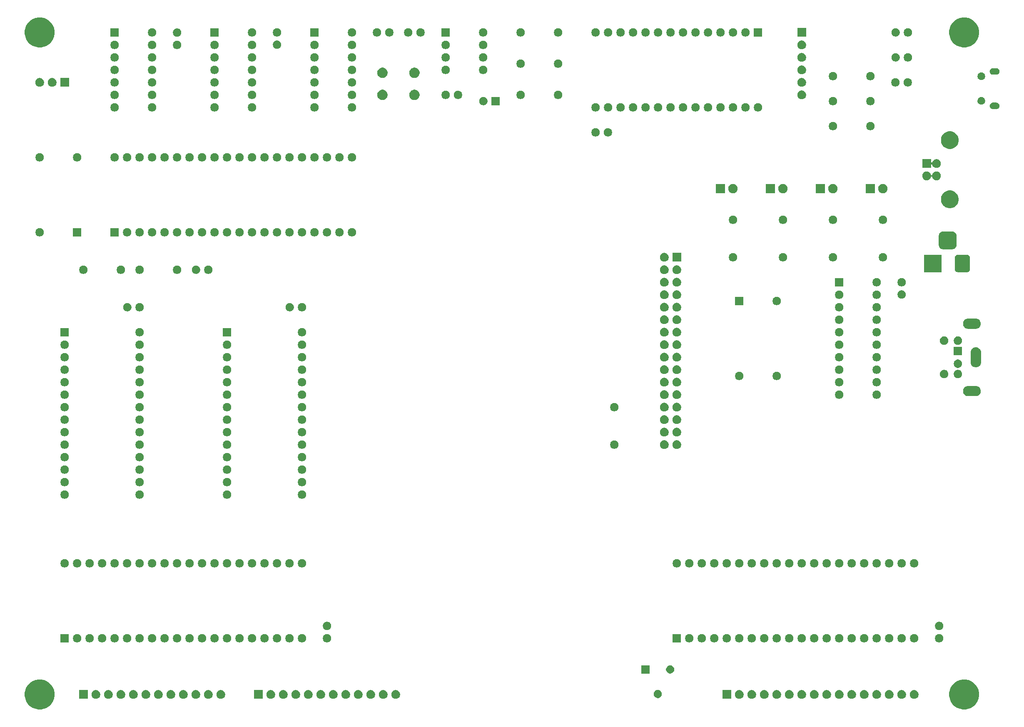
<source format=gbr>
G04 #@! TF.GenerationSoftware,KiCad,Pcbnew,(5.1.5)-3*
G04 #@! TF.CreationDate,2020-02-17T11:38:33+01:00*
G04 #@! TF.ProjectId,65C02_Computer,36354330-325f-4436-9f6d-70757465722e,rev?*
G04 #@! TF.SameCoordinates,Original*
G04 #@! TF.FileFunction,Soldermask,Bot*
G04 #@! TF.FilePolarity,Negative*
%FSLAX46Y46*%
G04 Gerber Fmt 4.6, Leading zero omitted, Abs format (unit mm)*
G04 Created by KiCad (PCBNEW (5.1.5)-3) date 2020-02-17 11:38:33*
%MOMM*%
%LPD*%
G04 APERTURE LIST*
%ADD10C,0.100000*%
G04 APERTURE END LIST*
D10*
G36*
X214249943Y-159626248D02*
G01*
X214805189Y-159856238D01*
X214805190Y-159856239D01*
X215304899Y-160190134D01*
X215729866Y-160615101D01*
X215729867Y-160615103D01*
X216063762Y-161114811D01*
X216293752Y-161670057D01*
X216411000Y-162259501D01*
X216411000Y-162860499D01*
X216293752Y-163449943D01*
X216063762Y-164005189D01*
X216063761Y-164005190D01*
X215729866Y-164504899D01*
X215304899Y-164929866D01*
X215053347Y-165097948D01*
X214805189Y-165263762D01*
X214249943Y-165493752D01*
X213660499Y-165611000D01*
X213059501Y-165611000D01*
X212470057Y-165493752D01*
X211914811Y-165263762D01*
X211666653Y-165097948D01*
X211415101Y-164929866D01*
X210990134Y-164504899D01*
X210656239Y-164005190D01*
X210656238Y-164005189D01*
X210426248Y-163449943D01*
X210309000Y-162860499D01*
X210309000Y-162259501D01*
X210426248Y-161670057D01*
X210656238Y-161114811D01*
X210990133Y-160615103D01*
X210990134Y-160615101D01*
X211415101Y-160190134D01*
X211914810Y-159856239D01*
X211914811Y-159856238D01*
X212470057Y-159626248D01*
X213059501Y-159509000D01*
X213660499Y-159509000D01*
X214249943Y-159626248D01*
G37*
G36*
X26289943Y-159626248D02*
G01*
X26845189Y-159856238D01*
X26845190Y-159856239D01*
X27344899Y-160190134D01*
X27769866Y-160615101D01*
X27769867Y-160615103D01*
X28103762Y-161114811D01*
X28333752Y-161670057D01*
X28451000Y-162259501D01*
X28451000Y-162860499D01*
X28333752Y-163449943D01*
X28103762Y-164005189D01*
X28103761Y-164005190D01*
X27769866Y-164504899D01*
X27344899Y-164929866D01*
X27093347Y-165097948D01*
X26845189Y-165263762D01*
X26289943Y-165493752D01*
X25700499Y-165611000D01*
X25099501Y-165611000D01*
X24510057Y-165493752D01*
X23954811Y-165263762D01*
X23706653Y-165097948D01*
X23455101Y-164929866D01*
X23030134Y-164504899D01*
X22696239Y-164005190D01*
X22696238Y-164005189D01*
X22466248Y-163449943D01*
X22349000Y-162860499D01*
X22349000Y-162259501D01*
X22466248Y-161670057D01*
X22696238Y-161114811D01*
X23030133Y-160615103D01*
X23030134Y-160615101D01*
X23455101Y-160190134D01*
X23954810Y-159856239D01*
X23954811Y-159856238D01*
X24510057Y-159626248D01*
X25099501Y-159509000D01*
X25700499Y-159509000D01*
X26289943Y-159626248D01*
G37*
G36*
X70751000Y-163461000D02*
G01*
X68949000Y-163461000D01*
X68949000Y-161659000D01*
X70751000Y-161659000D01*
X70751000Y-163461000D01*
G37*
G36*
X97903512Y-161663927D02*
G01*
X98052812Y-161693624D01*
X98216784Y-161761544D01*
X98364354Y-161860147D01*
X98489853Y-161985646D01*
X98588456Y-162133216D01*
X98656376Y-162297188D01*
X98691000Y-162471259D01*
X98691000Y-162648741D01*
X98656376Y-162822812D01*
X98588456Y-162986784D01*
X98489853Y-163134354D01*
X98364354Y-163259853D01*
X98216784Y-163358456D01*
X98052812Y-163426376D01*
X97903512Y-163456073D01*
X97878742Y-163461000D01*
X97701258Y-163461000D01*
X97676488Y-163456073D01*
X97527188Y-163426376D01*
X97363216Y-163358456D01*
X97215646Y-163259853D01*
X97090147Y-163134354D01*
X96991544Y-162986784D01*
X96923624Y-162822812D01*
X96889000Y-162648741D01*
X96889000Y-162471259D01*
X96923624Y-162297188D01*
X96991544Y-162133216D01*
X97090147Y-161985646D01*
X97215646Y-161860147D01*
X97363216Y-161761544D01*
X97527188Y-161693624D01*
X97676488Y-161663927D01*
X97701258Y-161659000D01*
X97878742Y-161659000D01*
X97903512Y-161663927D01*
G37*
G36*
X95363512Y-161663927D02*
G01*
X95512812Y-161693624D01*
X95676784Y-161761544D01*
X95824354Y-161860147D01*
X95949853Y-161985646D01*
X96048456Y-162133216D01*
X96116376Y-162297188D01*
X96151000Y-162471259D01*
X96151000Y-162648741D01*
X96116376Y-162822812D01*
X96048456Y-162986784D01*
X95949853Y-163134354D01*
X95824354Y-163259853D01*
X95676784Y-163358456D01*
X95512812Y-163426376D01*
X95363512Y-163456073D01*
X95338742Y-163461000D01*
X95161258Y-163461000D01*
X95136488Y-163456073D01*
X94987188Y-163426376D01*
X94823216Y-163358456D01*
X94675646Y-163259853D01*
X94550147Y-163134354D01*
X94451544Y-162986784D01*
X94383624Y-162822812D01*
X94349000Y-162648741D01*
X94349000Y-162471259D01*
X94383624Y-162297188D01*
X94451544Y-162133216D01*
X94550147Y-161985646D01*
X94675646Y-161860147D01*
X94823216Y-161761544D01*
X94987188Y-161693624D01*
X95136488Y-161663927D01*
X95161258Y-161659000D01*
X95338742Y-161659000D01*
X95363512Y-161663927D01*
G37*
G36*
X92823512Y-161663927D02*
G01*
X92972812Y-161693624D01*
X93136784Y-161761544D01*
X93284354Y-161860147D01*
X93409853Y-161985646D01*
X93508456Y-162133216D01*
X93576376Y-162297188D01*
X93611000Y-162471259D01*
X93611000Y-162648741D01*
X93576376Y-162822812D01*
X93508456Y-162986784D01*
X93409853Y-163134354D01*
X93284354Y-163259853D01*
X93136784Y-163358456D01*
X92972812Y-163426376D01*
X92823512Y-163456073D01*
X92798742Y-163461000D01*
X92621258Y-163461000D01*
X92596488Y-163456073D01*
X92447188Y-163426376D01*
X92283216Y-163358456D01*
X92135646Y-163259853D01*
X92010147Y-163134354D01*
X91911544Y-162986784D01*
X91843624Y-162822812D01*
X91809000Y-162648741D01*
X91809000Y-162471259D01*
X91843624Y-162297188D01*
X91911544Y-162133216D01*
X92010147Y-161985646D01*
X92135646Y-161860147D01*
X92283216Y-161761544D01*
X92447188Y-161693624D01*
X92596488Y-161663927D01*
X92621258Y-161659000D01*
X92798742Y-161659000D01*
X92823512Y-161663927D01*
G37*
G36*
X90283512Y-161663927D02*
G01*
X90432812Y-161693624D01*
X90596784Y-161761544D01*
X90744354Y-161860147D01*
X90869853Y-161985646D01*
X90968456Y-162133216D01*
X91036376Y-162297188D01*
X91071000Y-162471259D01*
X91071000Y-162648741D01*
X91036376Y-162822812D01*
X90968456Y-162986784D01*
X90869853Y-163134354D01*
X90744354Y-163259853D01*
X90596784Y-163358456D01*
X90432812Y-163426376D01*
X90283512Y-163456073D01*
X90258742Y-163461000D01*
X90081258Y-163461000D01*
X90056488Y-163456073D01*
X89907188Y-163426376D01*
X89743216Y-163358456D01*
X89595646Y-163259853D01*
X89470147Y-163134354D01*
X89371544Y-162986784D01*
X89303624Y-162822812D01*
X89269000Y-162648741D01*
X89269000Y-162471259D01*
X89303624Y-162297188D01*
X89371544Y-162133216D01*
X89470147Y-161985646D01*
X89595646Y-161860147D01*
X89743216Y-161761544D01*
X89907188Y-161693624D01*
X90056488Y-161663927D01*
X90081258Y-161659000D01*
X90258742Y-161659000D01*
X90283512Y-161663927D01*
G37*
G36*
X87743512Y-161663927D02*
G01*
X87892812Y-161693624D01*
X88056784Y-161761544D01*
X88204354Y-161860147D01*
X88329853Y-161985646D01*
X88428456Y-162133216D01*
X88496376Y-162297188D01*
X88531000Y-162471259D01*
X88531000Y-162648741D01*
X88496376Y-162822812D01*
X88428456Y-162986784D01*
X88329853Y-163134354D01*
X88204354Y-163259853D01*
X88056784Y-163358456D01*
X87892812Y-163426376D01*
X87743512Y-163456073D01*
X87718742Y-163461000D01*
X87541258Y-163461000D01*
X87516488Y-163456073D01*
X87367188Y-163426376D01*
X87203216Y-163358456D01*
X87055646Y-163259853D01*
X86930147Y-163134354D01*
X86831544Y-162986784D01*
X86763624Y-162822812D01*
X86729000Y-162648741D01*
X86729000Y-162471259D01*
X86763624Y-162297188D01*
X86831544Y-162133216D01*
X86930147Y-161985646D01*
X87055646Y-161860147D01*
X87203216Y-161761544D01*
X87367188Y-161693624D01*
X87516488Y-161663927D01*
X87541258Y-161659000D01*
X87718742Y-161659000D01*
X87743512Y-161663927D01*
G37*
G36*
X85203512Y-161663927D02*
G01*
X85352812Y-161693624D01*
X85516784Y-161761544D01*
X85664354Y-161860147D01*
X85789853Y-161985646D01*
X85888456Y-162133216D01*
X85956376Y-162297188D01*
X85991000Y-162471259D01*
X85991000Y-162648741D01*
X85956376Y-162822812D01*
X85888456Y-162986784D01*
X85789853Y-163134354D01*
X85664354Y-163259853D01*
X85516784Y-163358456D01*
X85352812Y-163426376D01*
X85203512Y-163456073D01*
X85178742Y-163461000D01*
X85001258Y-163461000D01*
X84976488Y-163456073D01*
X84827188Y-163426376D01*
X84663216Y-163358456D01*
X84515646Y-163259853D01*
X84390147Y-163134354D01*
X84291544Y-162986784D01*
X84223624Y-162822812D01*
X84189000Y-162648741D01*
X84189000Y-162471259D01*
X84223624Y-162297188D01*
X84291544Y-162133216D01*
X84390147Y-161985646D01*
X84515646Y-161860147D01*
X84663216Y-161761544D01*
X84827188Y-161693624D01*
X84976488Y-161663927D01*
X85001258Y-161659000D01*
X85178742Y-161659000D01*
X85203512Y-161663927D01*
G37*
G36*
X82663512Y-161663927D02*
G01*
X82812812Y-161693624D01*
X82976784Y-161761544D01*
X83124354Y-161860147D01*
X83249853Y-161985646D01*
X83348456Y-162133216D01*
X83416376Y-162297188D01*
X83451000Y-162471259D01*
X83451000Y-162648741D01*
X83416376Y-162822812D01*
X83348456Y-162986784D01*
X83249853Y-163134354D01*
X83124354Y-163259853D01*
X82976784Y-163358456D01*
X82812812Y-163426376D01*
X82663512Y-163456073D01*
X82638742Y-163461000D01*
X82461258Y-163461000D01*
X82436488Y-163456073D01*
X82287188Y-163426376D01*
X82123216Y-163358456D01*
X81975646Y-163259853D01*
X81850147Y-163134354D01*
X81751544Y-162986784D01*
X81683624Y-162822812D01*
X81649000Y-162648741D01*
X81649000Y-162471259D01*
X81683624Y-162297188D01*
X81751544Y-162133216D01*
X81850147Y-161985646D01*
X81975646Y-161860147D01*
X82123216Y-161761544D01*
X82287188Y-161693624D01*
X82436488Y-161663927D01*
X82461258Y-161659000D01*
X82638742Y-161659000D01*
X82663512Y-161663927D01*
G37*
G36*
X80123512Y-161663927D02*
G01*
X80272812Y-161693624D01*
X80436784Y-161761544D01*
X80584354Y-161860147D01*
X80709853Y-161985646D01*
X80808456Y-162133216D01*
X80876376Y-162297188D01*
X80911000Y-162471259D01*
X80911000Y-162648741D01*
X80876376Y-162822812D01*
X80808456Y-162986784D01*
X80709853Y-163134354D01*
X80584354Y-163259853D01*
X80436784Y-163358456D01*
X80272812Y-163426376D01*
X80123512Y-163456073D01*
X80098742Y-163461000D01*
X79921258Y-163461000D01*
X79896488Y-163456073D01*
X79747188Y-163426376D01*
X79583216Y-163358456D01*
X79435646Y-163259853D01*
X79310147Y-163134354D01*
X79211544Y-162986784D01*
X79143624Y-162822812D01*
X79109000Y-162648741D01*
X79109000Y-162471259D01*
X79143624Y-162297188D01*
X79211544Y-162133216D01*
X79310147Y-161985646D01*
X79435646Y-161860147D01*
X79583216Y-161761544D01*
X79747188Y-161693624D01*
X79896488Y-161663927D01*
X79921258Y-161659000D01*
X80098742Y-161659000D01*
X80123512Y-161663927D01*
G37*
G36*
X77583512Y-161663927D02*
G01*
X77732812Y-161693624D01*
X77896784Y-161761544D01*
X78044354Y-161860147D01*
X78169853Y-161985646D01*
X78268456Y-162133216D01*
X78336376Y-162297188D01*
X78371000Y-162471259D01*
X78371000Y-162648741D01*
X78336376Y-162822812D01*
X78268456Y-162986784D01*
X78169853Y-163134354D01*
X78044354Y-163259853D01*
X77896784Y-163358456D01*
X77732812Y-163426376D01*
X77583512Y-163456073D01*
X77558742Y-163461000D01*
X77381258Y-163461000D01*
X77356488Y-163456073D01*
X77207188Y-163426376D01*
X77043216Y-163358456D01*
X76895646Y-163259853D01*
X76770147Y-163134354D01*
X76671544Y-162986784D01*
X76603624Y-162822812D01*
X76569000Y-162648741D01*
X76569000Y-162471259D01*
X76603624Y-162297188D01*
X76671544Y-162133216D01*
X76770147Y-161985646D01*
X76895646Y-161860147D01*
X77043216Y-161761544D01*
X77207188Y-161693624D01*
X77356488Y-161663927D01*
X77381258Y-161659000D01*
X77558742Y-161659000D01*
X77583512Y-161663927D01*
G37*
G36*
X72503512Y-161663927D02*
G01*
X72652812Y-161693624D01*
X72816784Y-161761544D01*
X72964354Y-161860147D01*
X73089853Y-161985646D01*
X73188456Y-162133216D01*
X73256376Y-162297188D01*
X73291000Y-162471259D01*
X73291000Y-162648741D01*
X73256376Y-162822812D01*
X73188456Y-162986784D01*
X73089853Y-163134354D01*
X72964354Y-163259853D01*
X72816784Y-163358456D01*
X72652812Y-163426376D01*
X72503512Y-163456073D01*
X72478742Y-163461000D01*
X72301258Y-163461000D01*
X72276488Y-163456073D01*
X72127188Y-163426376D01*
X71963216Y-163358456D01*
X71815646Y-163259853D01*
X71690147Y-163134354D01*
X71591544Y-162986784D01*
X71523624Y-162822812D01*
X71489000Y-162648741D01*
X71489000Y-162471259D01*
X71523624Y-162297188D01*
X71591544Y-162133216D01*
X71690147Y-161985646D01*
X71815646Y-161860147D01*
X71963216Y-161761544D01*
X72127188Y-161693624D01*
X72276488Y-161663927D01*
X72301258Y-161659000D01*
X72478742Y-161659000D01*
X72503512Y-161663927D01*
G37*
G36*
X188073512Y-161663927D02*
G01*
X188222812Y-161693624D01*
X188386784Y-161761544D01*
X188534354Y-161860147D01*
X188659853Y-161985646D01*
X188758456Y-162133216D01*
X188826376Y-162297188D01*
X188861000Y-162471259D01*
X188861000Y-162648741D01*
X188826376Y-162822812D01*
X188758456Y-162986784D01*
X188659853Y-163134354D01*
X188534354Y-163259853D01*
X188386784Y-163358456D01*
X188222812Y-163426376D01*
X188073512Y-163456073D01*
X188048742Y-163461000D01*
X187871258Y-163461000D01*
X187846488Y-163456073D01*
X187697188Y-163426376D01*
X187533216Y-163358456D01*
X187385646Y-163259853D01*
X187260147Y-163134354D01*
X187161544Y-162986784D01*
X187093624Y-162822812D01*
X187059000Y-162648741D01*
X187059000Y-162471259D01*
X187093624Y-162297188D01*
X187161544Y-162133216D01*
X187260147Y-161985646D01*
X187385646Y-161860147D01*
X187533216Y-161761544D01*
X187697188Y-161693624D01*
X187846488Y-161663927D01*
X187871258Y-161659000D01*
X188048742Y-161659000D01*
X188073512Y-161663927D01*
G37*
G36*
X166001000Y-163461000D02*
G01*
X164199000Y-163461000D01*
X164199000Y-161659000D01*
X166001000Y-161659000D01*
X166001000Y-163461000D01*
G37*
G36*
X167753512Y-161663927D02*
G01*
X167902812Y-161693624D01*
X168066784Y-161761544D01*
X168214354Y-161860147D01*
X168339853Y-161985646D01*
X168438456Y-162133216D01*
X168506376Y-162297188D01*
X168541000Y-162471259D01*
X168541000Y-162648741D01*
X168506376Y-162822812D01*
X168438456Y-162986784D01*
X168339853Y-163134354D01*
X168214354Y-163259853D01*
X168066784Y-163358456D01*
X167902812Y-163426376D01*
X167753512Y-163456073D01*
X167728742Y-163461000D01*
X167551258Y-163461000D01*
X167526488Y-163456073D01*
X167377188Y-163426376D01*
X167213216Y-163358456D01*
X167065646Y-163259853D01*
X166940147Y-163134354D01*
X166841544Y-162986784D01*
X166773624Y-162822812D01*
X166739000Y-162648741D01*
X166739000Y-162471259D01*
X166773624Y-162297188D01*
X166841544Y-162133216D01*
X166940147Y-161985646D01*
X167065646Y-161860147D01*
X167213216Y-161761544D01*
X167377188Y-161693624D01*
X167526488Y-161663927D01*
X167551258Y-161659000D01*
X167728742Y-161659000D01*
X167753512Y-161663927D01*
G37*
G36*
X170293512Y-161663927D02*
G01*
X170442812Y-161693624D01*
X170606784Y-161761544D01*
X170754354Y-161860147D01*
X170879853Y-161985646D01*
X170978456Y-162133216D01*
X171046376Y-162297188D01*
X171081000Y-162471259D01*
X171081000Y-162648741D01*
X171046376Y-162822812D01*
X170978456Y-162986784D01*
X170879853Y-163134354D01*
X170754354Y-163259853D01*
X170606784Y-163358456D01*
X170442812Y-163426376D01*
X170293512Y-163456073D01*
X170268742Y-163461000D01*
X170091258Y-163461000D01*
X170066488Y-163456073D01*
X169917188Y-163426376D01*
X169753216Y-163358456D01*
X169605646Y-163259853D01*
X169480147Y-163134354D01*
X169381544Y-162986784D01*
X169313624Y-162822812D01*
X169279000Y-162648741D01*
X169279000Y-162471259D01*
X169313624Y-162297188D01*
X169381544Y-162133216D01*
X169480147Y-161985646D01*
X169605646Y-161860147D01*
X169753216Y-161761544D01*
X169917188Y-161693624D01*
X170066488Y-161663927D01*
X170091258Y-161659000D01*
X170268742Y-161659000D01*
X170293512Y-161663927D01*
G37*
G36*
X172833512Y-161663927D02*
G01*
X172982812Y-161693624D01*
X173146784Y-161761544D01*
X173294354Y-161860147D01*
X173419853Y-161985646D01*
X173518456Y-162133216D01*
X173586376Y-162297188D01*
X173621000Y-162471259D01*
X173621000Y-162648741D01*
X173586376Y-162822812D01*
X173518456Y-162986784D01*
X173419853Y-163134354D01*
X173294354Y-163259853D01*
X173146784Y-163358456D01*
X172982812Y-163426376D01*
X172833512Y-163456073D01*
X172808742Y-163461000D01*
X172631258Y-163461000D01*
X172606488Y-163456073D01*
X172457188Y-163426376D01*
X172293216Y-163358456D01*
X172145646Y-163259853D01*
X172020147Y-163134354D01*
X171921544Y-162986784D01*
X171853624Y-162822812D01*
X171819000Y-162648741D01*
X171819000Y-162471259D01*
X171853624Y-162297188D01*
X171921544Y-162133216D01*
X172020147Y-161985646D01*
X172145646Y-161860147D01*
X172293216Y-161761544D01*
X172457188Y-161693624D01*
X172606488Y-161663927D01*
X172631258Y-161659000D01*
X172808742Y-161659000D01*
X172833512Y-161663927D01*
G37*
G36*
X175373512Y-161663927D02*
G01*
X175522812Y-161693624D01*
X175686784Y-161761544D01*
X175834354Y-161860147D01*
X175959853Y-161985646D01*
X176058456Y-162133216D01*
X176126376Y-162297188D01*
X176161000Y-162471259D01*
X176161000Y-162648741D01*
X176126376Y-162822812D01*
X176058456Y-162986784D01*
X175959853Y-163134354D01*
X175834354Y-163259853D01*
X175686784Y-163358456D01*
X175522812Y-163426376D01*
X175373512Y-163456073D01*
X175348742Y-163461000D01*
X175171258Y-163461000D01*
X175146488Y-163456073D01*
X174997188Y-163426376D01*
X174833216Y-163358456D01*
X174685646Y-163259853D01*
X174560147Y-163134354D01*
X174461544Y-162986784D01*
X174393624Y-162822812D01*
X174359000Y-162648741D01*
X174359000Y-162471259D01*
X174393624Y-162297188D01*
X174461544Y-162133216D01*
X174560147Y-161985646D01*
X174685646Y-161860147D01*
X174833216Y-161761544D01*
X174997188Y-161693624D01*
X175146488Y-161663927D01*
X175171258Y-161659000D01*
X175348742Y-161659000D01*
X175373512Y-161663927D01*
G37*
G36*
X177913512Y-161663927D02*
G01*
X178062812Y-161693624D01*
X178226784Y-161761544D01*
X178374354Y-161860147D01*
X178499853Y-161985646D01*
X178598456Y-162133216D01*
X178666376Y-162297188D01*
X178701000Y-162471259D01*
X178701000Y-162648741D01*
X178666376Y-162822812D01*
X178598456Y-162986784D01*
X178499853Y-163134354D01*
X178374354Y-163259853D01*
X178226784Y-163358456D01*
X178062812Y-163426376D01*
X177913512Y-163456073D01*
X177888742Y-163461000D01*
X177711258Y-163461000D01*
X177686488Y-163456073D01*
X177537188Y-163426376D01*
X177373216Y-163358456D01*
X177225646Y-163259853D01*
X177100147Y-163134354D01*
X177001544Y-162986784D01*
X176933624Y-162822812D01*
X176899000Y-162648741D01*
X176899000Y-162471259D01*
X176933624Y-162297188D01*
X177001544Y-162133216D01*
X177100147Y-161985646D01*
X177225646Y-161860147D01*
X177373216Y-161761544D01*
X177537188Y-161693624D01*
X177686488Y-161663927D01*
X177711258Y-161659000D01*
X177888742Y-161659000D01*
X177913512Y-161663927D01*
G37*
G36*
X180453512Y-161663927D02*
G01*
X180602812Y-161693624D01*
X180766784Y-161761544D01*
X180914354Y-161860147D01*
X181039853Y-161985646D01*
X181138456Y-162133216D01*
X181206376Y-162297188D01*
X181241000Y-162471259D01*
X181241000Y-162648741D01*
X181206376Y-162822812D01*
X181138456Y-162986784D01*
X181039853Y-163134354D01*
X180914354Y-163259853D01*
X180766784Y-163358456D01*
X180602812Y-163426376D01*
X180453512Y-163456073D01*
X180428742Y-163461000D01*
X180251258Y-163461000D01*
X180226488Y-163456073D01*
X180077188Y-163426376D01*
X179913216Y-163358456D01*
X179765646Y-163259853D01*
X179640147Y-163134354D01*
X179541544Y-162986784D01*
X179473624Y-162822812D01*
X179439000Y-162648741D01*
X179439000Y-162471259D01*
X179473624Y-162297188D01*
X179541544Y-162133216D01*
X179640147Y-161985646D01*
X179765646Y-161860147D01*
X179913216Y-161761544D01*
X180077188Y-161693624D01*
X180226488Y-161663927D01*
X180251258Y-161659000D01*
X180428742Y-161659000D01*
X180453512Y-161663927D01*
G37*
G36*
X182993512Y-161663927D02*
G01*
X183142812Y-161693624D01*
X183306784Y-161761544D01*
X183454354Y-161860147D01*
X183579853Y-161985646D01*
X183678456Y-162133216D01*
X183746376Y-162297188D01*
X183781000Y-162471259D01*
X183781000Y-162648741D01*
X183746376Y-162822812D01*
X183678456Y-162986784D01*
X183579853Y-163134354D01*
X183454354Y-163259853D01*
X183306784Y-163358456D01*
X183142812Y-163426376D01*
X182993512Y-163456073D01*
X182968742Y-163461000D01*
X182791258Y-163461000D01*
X182766488Y-163456073D01*
X182617188Y-163426376D01*
X182453216Y-163358456D01*
X182305646Y-163259853D01*
X182180147Y-163134354D01*
X182081544Y-162986784D01*
X182013624Y-162822812D01*
X181979000Y-162648741D01*
X181979000Y-162471259D01*
X182013624Y-162297188D01*
X182081544Y-162133216D01*
X182180147Y-161985646D01*
X182305646Y-161860147D01*
X182453216Y-161761544D01*
X182617188Y-161693624D01*
X182766488Y-161663927D01*
X182791258Y-161659000D01*
X182968742Y-161659000D01*
X182993512Y-161663927D01*
G37*
G36*
X39483512Y-161663927D02*
G01*
X39632812Y-161693624D01*
X39796784Y-161761544D01*
X39944354Y-161860147D01*
X40069853Y-161985646D01*
X40168456Y-162133216D01*
X40236376Y-162297188D01*
X40271000Y-162471259D01*
X40271000Y-162648741D01*
X40236376Y-162822812D01*
X40168456Y-162986784D01*
X40069853Y-163134354D01*
X39944354Y-163259853D01*
X39796784Y-163358456D01*
X39632812Y-163426376D01*
X39483512Y-163456073D01*
X39458742Y-163461000D01*
X39281258Y-163461000D01*
X39256488Y-163456073D01*
X39107188Y-163426376D01*
X38943216Y-163358456D01*
X38795646Y-163259853D01*
X38670147Y-163134354D01*
X38571544Y-162986784D01*
X38503624Y-162822812D01*
X38469000Y-162648741D01*
X38469000Y-162471259D01*
X38503624Y-162297188D01*
X38571544Y-162133216D01*
X38670147Y-161985646D01*
X38795646Y-161860147D01*
X38943216Y-161761544D01*
X39107188Y-161693624D01*
X39256488Y-161663927D01*
X39281258Y-161659000D01*
X39458742Y-161659000D01*
X39483512Y-161663927D01*
G37*
G36*
X185533512Y-161663927D02*
G01*
X185682812Y-161693624D01*
X185846784Y-161761544D01*
X185994354Y-161860147D01*
X186119853Y-161985646D01*
X186218456Y-162133216D01*
X186286376Y-162297188D01*
X186321000Y-162471259D01*
X186321000Y-162648741D01*
X186286376Y-162822812D01*
X186218456Y-162986784D01*
X186119853Y-163134354D01*
X185994354Y-163259853D01*
X185846784Y-163358456D01*
X185682812Y-163426376D01*
X185533512Y-163456073D01*
X185508742Y-163461000D01*
X185331258Y-163461000D01*
X185306488Y-163456073D01*
X185157188Y-163426376D01*
X184993216Y-163358456D01*
X184845646Y-163259853D01*
X184720147Y-163134354D01*
X184621544Y-162986784D01*
X184553624Y-162822812D01*
X184519000Y-162648741D01*
X184519000Y-162471259D01*
X184553624Y-162297188D01*
X184621544Y-162133216D01*
X184720147Y-161985646D01*
X184845646Y-161860147D01*
X184993216Y-161761544D01*
X185157188Y-161693624D01*
X185306488Y-161663927D01*
X185331258Y-161659000D01*
X185508742Y-161659000D01*
X185533512Y-161663927D01*
G37*
G36*
X75043512Y-161663927D02*
G01*
X75192812Y-161693624D01*
X75356784Y-161761544D01*
X75504354Y-161860147D01*
X75629853Y-161985646D01*
X75728456Y-162133216D01*
X75796376Y-162297188D01*
X75831000Y-162471259D01*
X75831000Y-162648741D01*
X75796376Y-162822812D01*
X75728456Y-162986784D01*
X75629853Y-163134354D01*
X75504354Y-163259853D01*
X75356784Y-163358456D01*
X75192812Y-163426376D01*
X75043512Y-163456073D01*
X75018742Y-163461000D01*
X74841258Y-163461000D01*
X74816488Y-163456073D01*
X74667188Y-163426376D01*
X74503216Y-163358456D01*
X74355646Y-163259853D01*
X74230147Y-163134354D01*
X74131544Y-162986784D01*
X74063624Y-162822812D01*
X74029000Y-162648741D01*
X74029000Y-162471259D01*
X74063624Y-162297188D01*
X74131544Y-162133216D01*
X74230147Y-161985646D01*
X74355646Y-161860147D01*
X74503216Y-161761544D01*
X74667188Y-161693624D01*
X74816488Y-161663927D01*
X74841258Y-161659000D01*
X75018742Y-161659000D01*
X75043512Y-161663927D01*
G37*
G36*
X190613512Y-161663927D02*
G01*
X190762812Y-161693624D01*
X190926784Y-161761544D01*
X191074354Y-161860147D01*
X191199853Y-161985646D01*
X191298456Y-162133216D01*
X191366376Y-162297188D01*
X191401000Y-162471259D01*
X191401000Y-162648741D01*
X191366376Y-162822812D01*
X191298456Y-162986784D01*
X191199853Y-163134354D01*
X191074354Y-163259853D01*
X190926784Y-163358456D01*
X190762812Y-163426376D01*
X190613512Y-163456073D01*
X190588742Y-163461000D01*
X190411258Y-163461000D01*
X190386488Y-163456073D01*
X190237188Y-163426376D01*
X190073216Y-163358456D01*
X189925646Y-163259853D01*
X189800147Y-163134354D01*
X189701544Y-162986784D01*
X189633624Y-162822812D01*
X189599000Y-162648741D01*
X189599000Y-162471259D01*
X189633624Y-162297188D01*
X189701544Y-162133216D01*
X189800147Y-161985646D01*
X189925646Y-161860147D01*
X190073216Y-161761544D01*
X190237188Y-161693624D01*
X190386488Y-161663927D01*
X190411258Y-161659000D01*
X190588742Y-161659000D01*
X190613512Y-161663927D01*
G37*
G36*
X193153512Y-161663927D02*
G01*
X193302812Y-161693624D01*
X193466784Y-161761544D01*
X193614354Y-161860147D01*
X193739853Y-161985646D01*
X193838456Y-162133216D01*
X193906376Y-162297188D01*
X193941000Y-162471259D01*
X193941000Y-162648741D01*
X193906376Y-162822812D01*
X193838456Y-162986784D01*
X193739853Y-163134354D01*
X193614354Y-163259853D01*
X193466784Y-163358456D01*
X193302812Y-163426376D01*
X193153512Y-163456073D01*
X193128742Y-163461000D01*
X192951258Y-163461000D01*
X192926488Y-163456073D01*
X192777188Y-163426376D01*
X192613216Y-163358456D01*
X192465646Y-163259853D01*
X192340147Y-163134354D01*
X192241544Y-162986784D01*
X192173624Y-162822812D01*
X192139000Y-162648741D01*
X192139000Y-162471259D01*
X192173624Y-162297188D01*
X192241544Y-162133216D01*
X192340147Y-161985646D01*
X192465646Y-161860147D01*
X192613216Y-161761544D01*
X192777188Y-161693624D01*
X192926488Y-161663927D01*
X192951258Y-161659000D01*
X193128742Y-161659000D01*
X193153512Y-161663927D01*
G37*
G36*
X195693512Y-161663927D02*
G01*
X195842812Y-161693624D01*
X196006784Y-161761544D01*
X196154354Y-161860147D01*
X196279853Y-161985646D01*
X196378456Y-162133216D01*
X196446376Y-162297188D01*
X196481000Y-162471259D01*
X196481000Y-162648741D01*
X196446376Y-162822812D01*
X196378456Y-162986784D01*
X196279853Y-163134354D01*
X196154354Y-163259853D01*
X196006784Y-163358456D01*
X195842812Y-163426376D01*
X195693512Y-163456073D01*
X195668742Y-163461000D01*
X195491258Y-163461000D01*
X195466488Y-163456073D01*
X195317188Y-163426376D01*
X195153216Y-163358456D01*
X195005646Y-163259853D01*
X194880147Y-163134354D01*
X194781544Y-162986784D01*
X194713624Y-162822812D01*
X194679000Y-162648741D01*
X194679000Y-162471259D01*
X194713624Y-162297188D01*
X194781544Y-162133216D01*
X194880147Y-161985646D01*
X195005646Y-161860147D01*
X195153216Y-161761544D01*
X195317188Y-161693624D01*
X195466488Y-161663927D01*
X195491258Y-161659000D01*
X195668742Y-161659000D01*
X195693512Y-161663927D01*
G37*
G36*
X198233512Y-161663927D02*
G01*
X198382812Y-161693624D01*
X198546784Y-161761544D01*
X198694354Y-161860147D01*
X198819853Y-161985646D01*
X198918456Y-162133216D01*
X198986376Y-162297188D01*
X199021000Y-162471259D01*
X199021000Y-162648741D01*
X198986376Y-162822812D01*
X198918456Y-162986784D01*
X198819853Y-163134354D01*
X198694354Y-163259853D01*
X198546784Y-163358456D01*
X198382812Y-163426376D01*
X198233512Y-163456073D01*
X198208742Y-163461000D01*
X198031258Y-163461000D01*
X198006488Y-163456073D01*
X197857188Y-163426376D01*
X197693216Y-163358456D01*
X197545646Y-163259853D01*
X197420147Y-163134354D01*
X197321544Y-162986784D01*
X197253624Y-162822812D01*
X197219000Y-162648741D01*
X197219000Y-162471259D01*
X197253624Y-162297188D01*
X197321544Y-162133216D01*
X197420147Y-161985646D01*
X197545646Y-161860147D01*
X197693216Y-161761544D01*
X197857188Y-161693624D01*
X198006488Y-161663927D01*
X198031258Y-161659000D01*
X198208742Y-161659000D01*
X198233512Y-161663927D01*
G37*
G36*
X200773512Y-161663927D02*
G01*
X200922812Y-161693624D01*
X201086784Y-161761544D01*
X201234354Y-161860147D01*
X201359853Y-161985646D01*
X201458456Y-162133216D01*
X201526376Y-162297188D01*
X201561000Y-162471259D01*
X201561000Y-162648741D01*
X201526376Y-162822812D01*
X201458456Y-162986784D01*
X201359853Y-163134354D01*
X201234354Y-163259853D01*
X201086784Y-163358456D01*
X200922812Y-163426376D01*
X200773512Y-163456073D01*
X200748742Y-163461000D01*
X200571258Y-163461000D01*
X200546488Y-163456073D01*
X200397188Y-163426376D01*
X200233216Y-163358456D01*
X200085646Y-163259853D01*
X199960147Y-163134354D01*
X199861544Y-162986784D01*
X199793624Y-162822812D01*
X199759000Y-162648741D01*
X199759000Y-162471259D01*
X199793624Y-162297188D01*
X199861544Y-162133216D01*
X199960147Y-161985646D01*
X200085646Y-161860147D01*
X200233216Y-161761544D01*
X200397188Y-161693624D01*
X200546488Y-161663927D01*
X200571258Y-161659000D01*
X200748742Y-161659000D01*
X200773512Y-161663927D01*
G37*
G36*
X203313512Y-161663927D02*
G01*
X203462812Y-161693624D01*
X203626784Y-161761544D01*
X203774354Y-161860147D01*
X203899853Y-161985646D01*
X203998456Y-162133216D01*
X204066376Y-162297188D01*
X204101000Y-162471259D01*
X204101000Y-162648741D01*
X204066376Y-162822812D01*
X203998456Y-162986784D01*
X203899853Y-163134354D01*
X203774354Y-163259853D01*
X203626784Y-163358456D01*
X203462812Y-163426376D01*
X203313512Y-163456073D01*
X203288742Y-163461000D01*
X203111258Y-163461000D01*
X203086488Y-163456073D01*
X202937188Y-163426376D01*
X202773216Y-163358456D01*
X202625646Y-163259853D01*
X202500147Y-163134354D01*
X202401544Y-162986784D01*
X202333624Y-162822812D01*
X202299000Y-162648741D01*
X202299000Y-162471259D01*
X202333624Y-162297188D01*
X202401544Y-162133216D01*
X202500147Y-161985646D01*
X202625646Y-161860147D01*
X202773216Y-161761544D01*
X202937188Y-161693624D01*
X203086488Y-161663927D01*
X203111258Y-161659000D01*
X203288742Y-161659000D01*
X203313512Y-161663927D01*
G37*
G36*
X35191000Y-163461000D02*
G01*
X33389000Y-163461000D01*
X33389000Y-161659000D01*
X35191000Y-161659000D01*
X35191000Y-163461000D01*
G37*
G36*
X36943512Y-161663927D02*
G01*
X37092812Y-161693624D01*
X37256784Y-161761544D01*
X37404354Y-161860147D01*
X37529853Y-161985646D01*
X37628456Y-162133216D01*
X37696376Y-162297188D01*
X37731000Y-162471259D01*
X37731000Y-162648741D01*
X37696376Y-162822812D01*
X37628456Y-162986784D01*
X37529853Y-163134354D01*
X37404354Y-163259853D01*
X37256784Y-163358456D01*
X37092812Y-163426376D01*
X36943512Y-163456073D01*
X36918742Y-163461000D01*
X36741258Y-163461000D01*
X36716488Y-163456073D01*
X36567188Y-163426376D01*
X36403216Y-163358456D01*
X36255646Y-163259853D01*
X36130147Y-163134354D01*
X36031544Y-162986784D01*
X35963624Y-162822812D01*
X35929000Y-162648741D01*
X35929000Y-162471259D01*
X35963624Y-162297188D01*
X36031544Y-162133216D01*
X36130147Y-161985646D01*
X36255646Y-161860147D01*
X36403216Y-161761544D01*
X36567188Y-161693624D01*
X36716488Y-161663927D01*
X36741258Y-161659000D01*
X36918742Y-161659000D01*
X36943512Y-161663927D01*
G37*
G36*
X42023512Y-161663927D02*
G01*
X42172812Y-161693624D01*
X42336784Y-161761544D01*
X42484354Y-161860147D01*
X42609853Y-161985646D01*
X42708456Y-162133216D01*
X42776376Y-162297188D01*
X42811000Y-162471259D01*
X42811000Y-162648741D01*
X42776376Y-162822812D01*
X42708456Y-162986784D01*
X42609853Y-163134354D01*
X42484354Y-163259853D01*
X42336784Y-163358456D01*
X42172812Y-163426376D01*
X42023512Y-163456073D01*
X41998742Y-163461000D01*
X41821258Y-163461000D01*
X41796488Y-163456073D01*
X41647188Y-163426376D01*
X41483216Y-163358456D01*
X41335646Y-163259853D01*
X41210147Y-163134354D01*
X41111544Y-162986784D01*
X41043624Y-162822812D01*
X41009000Y-162648741D01*
X41009000Y-162471259D01*
X41043624Y-162297188D01*
X41111544Y-162133216D01*
X41210147Y-161985646D01*
X41335646Y-161860147D01*
X41483216Y-161761544D01*
X41647188Y-161693624D01*
X41796488Y-161663927D01*
X41821258Y-161659000D01*
X41998742Y-161659000D01*
X42023512Y-161663927D01*
G37*
G36*
X44563512Y-161663927D02*
G01*
X44712812Y-161693624D01*
X44876784Y-161761544D01*
X45024354Y-161860147D01*
X45149853Y-161985646D01*
X45248456Y-162133216D01*
X45316376Y-162297188D01*
X45351000Y-162471259D01*
X45351000Y-162648741D01*
X45316376Y-162822812D01*
X45248456Y-162986784D01*
X45149853Y-163134354D01*
X45024354Y-163259853D01*
X44876784Y-163358456D01*
X44712812Y-163426376D01*
X44563512Y-163456073D01*
X44538742Y-163461000D01*
X44361258Y-163461000D01*
X44336488Y-163456073D01*
X44187188Y-163426376D01*
X44023216Y-163358456D01*
X43875646Y-163259853D01*
X43750147Y-163134354D01*
X43651544Y-162986784D01*
X43583624Y-162822812D01*
X43549000Y-162648741D01*
X43549000Y-162471259D01*
X43583624Y-162297188D01*
X43651544Y-162133216D01*
X43750147Y-161985646D01*
X43875646Y-161860147D01*
X44023216Y-161761544D01*
X44187188Y-161693624D01*
X44336488Y-161663927D01*
X44361258Y-161659000D01*
X44538742Y-161659000D01*
X44563512Y-161663927D01*
G37*
G36*
X47103512Y-161663927D02*
G01*
X47252812Y-161693624D01*
X47416784Y-161761544D01*
X47564354Y-161860147D01*
X47689853Y-161985646D01*
X47788456Y-162133216D01*
X47856376Y-162297188D01*
X47891000Y-162471259D01*
X47891000Y-162648741D01*
X47856376Y-162822812D01*
X47788456Y-162986784D01*
X47689853Y-163134354D01*
X47564354Y-163259853D01*
X47416784Y-163358456D01*
X47252812Y-163426376D01*
X47103512Y-163456073D01*
X47078742Y-163461000D01*
X46901258Y-163461000D01*
X46876488Y-163456073D01*
X46727188Y-163426376D01*
X46563216Y-163358456D01*
X46415646Y-163259853D01*
X46290147Y-163134354D01*
X46191544Y-162986784D01*
X46123624Y-162822812D01*
X46089000Y-162648741D01*
X46089000Y-162471259D01*
X46123624Y-162297188D01*
X46191544Y-162133216D01*
X46290147Y-161985646D01*
X46415646Y-161860147D01*
X46563216Y-161761544D01*
X46727188Y-161693624D01*
X46876488Y-161663927D01*
X46901258Y-161659000D01*
X47078742Y-161659000D01*
X47103512Y-161663927D01*
G37*
G36*
X49643512Y-161663927D02*
G01*
X49792812Y-161693624D01*
X49956784Y-161761544D01*
X50104354Y-161860147D01*
X50229853Y-161985646D01*
X50328456Y-162133216D01*
X50396376Y-162297188D01*
X50431000Y-162471259D01*
X50431000Y-162648741D01*
X50396376Y-162822812D01*
X50328456Y-162986784D01*
X50229853Y-163134354D01*
X50104354Y-163259853D01*
X49956784Y-163358456D01*
X49792812Y-163426376D01*
X49643512Y-163456073D01*
X49618742Y-163461000D01*
X49441258Y-163461000D01*
X49416488Y-163456073D01*
X49267188Y-163426376D01*
X49103216Y-163358456D01*
X48955646Y-163259853D01*
X48830147Y-163134354D01*
X48731544Y-162986784D01*
X48663624Y-162822812D01*
X48629000Y-162648741D01*
X48629000Y-162471259D01*
X48663624Y-162297188D01*
X48731544Y-162133216D01*
X48830147Y-161985646D01*
X48955646Y-161860147D01*
X49103216Y-161761544D01*
X49267188Y-161693624D01*
X49416488Y-161663927D01*
X49441258Y-161659000D01*
X49618742Y-161659000D01*
X49643512Y-161663927D01*
G37*
G36*
X52183512Y-161663927D02*
G01*
X52332812Y-161693624D01*
X52496784Y-161761544D01*
X52644354Y-161860147D01*
X52769853Y-161985646D01*
X52868456Y-162133216D01*
X52936376Y-162297188D01*
X52971000Y-162471259D01*
X52971000Y-162648741D01*
X52936376Y-162822812D01*
X52868456Y-162986784D01*
X52769853Y-163134354D01*
X52644354Y-163259853D01*
X52496784Y-163358456D01*
X52332812Y-163426376D01*
X52183512Y-163456073D01*
X52158742Y-163461000D01*
X51981258Y-163461000D01*
X51956488Y-163456073D01*
X51807188Y-163426376D01*
X51643216Y-163358456D01*
X51495646Y-163259853D01*
X51370147Y-163134354D01*
X51271544Y-162986784D01*
X51203624Y-162822812D01*
X51169000Y-162648741D01*
X51169000Y-162471259D01*
X51203624Y-162297188D01*
X51271544Y-162133216D01*
X51370147Y-161985646D01*
X51495646Y-161860147D01*
X51643216Y-161761544D01*
X51807188Y-161693624D01*
X51956488Y-161663927D01*
X51981258Y-161659000D01*
X52158742Y-161659000D01*
X52183512Y-161663927D01*
G37*
G36*
X54723512Y-161663927D02*
G01*
X54872812Y-161693624D01*
X55036784Y-161761544D01*
X55184354Y-161860147D01*
X55309853Y-161985646D01*
X55408456Y-162133216D01*
X55476376Y-162297188D01*
X55511000Y-162471259D01*
X55511000Y-162648741D01*
X55476376Y-162822812D01*
X55408456Y-162986784D01*
X55309853Y-163134354D01*
X55184354Y-163259853D01*
X55036784Y-163358456D01*
X54872812Y-163426376D01*
X54723512Y-163456073D01*
X54698742Y-163461000D01*
X54521258Y-163461000D01*
X54496488Y-163456073D01*
X54347188Y-163426376D01*
X54183216Y-163358456D01*
X54035646Y-163259853D01*
X53910147Y-163134354D01*
X53811544Y-162986784D01*
X53743624Y-162822812D01*
X53709000Y-162648741D01*
X53709000Y-162471259D01*
X53743624Y-162297188D01*
X53811544Y-162133216D01*
X53910147Y-161985646D01*
X54035646Y-161860147D01*
X54183216Y-161761544D01*
X54347188Y-161693624D01*
X54496488Y-161663927D01*
X54521258Y-161659000D01*
X54698742Y-161659000D01*
X54723512Y-161663927D01*
G37*
G36*
X57263512Y-161663927D02*
G01*
X57412812Y-161693624D01*
X57576784Y-161761544D01*
X57724354Y-161860147D01*
X57849853Y-161985646D01*
X57948456Y-162133216D01*
X58016376Y-162297188D01*
X58051000Y-162471259D01*
X58051000Y-162648741D01*
X58016376Y-162822812D01*
X57948456Y-162986784D01*
X57849853Y-163134354D01*
X57724354Y-163259853D01*
X57576784Y-163358456D01*
X57412812Y-163426376D01*
X57263512Y-163456073D01*
X57238742Y-163461000D01*
X57061258Y-163461000D01*
X57036488Y-163456073D01*
X56887188Y-163426376D01*
X56723216Y-163358456D01*
X56575646Y-163259853D01*
X56450147Y-163134354D01*
X56351544Y-162986784D01*
X56283624Y-162822812D01*
X56249000Y-162648741D01*
X56249000Y-162471259D01*
X56283624Y-162297188D01*
X56351544Y-162133216D01*
X56450147Y-161985646D01*
X56575646Y-161860147D01*
X56723216Y-161761544D01*
X56887188Y-161693624D01*
X57036488Y-161663927D01*
X57061258Y-161659000D01*
X57238742Y-161659000D01*
X57263512Y-161663927D01*
G37*
G36*
X59803512Y-161663927D02*
G01*
X59952812Y-161693624D01*
X60116784Y-161761544D01*
X60264354Y-161860147D01*
X60389853Y-161985646D01*
X60488456Y-162133216D01*
X60556376Y-162297188D01*
X60591000Y-162471259D01*
X60591000Y-162648741D01*
X60556376Y-162822812D01*
X60488456Y-162986784D01*
X60389853Y-163134354D01*
X60264354Y-163259853D01*
X60116784Y-163358456D01*
X59952812Y-163426376D01*
X59803512Y-163456073D01*
X59778742Y-163461000D01*
X59601258Y-163461000D01*
X59576488Y-163456073D01*
X59427188Y-163426376D01*
X59263216Y-163358456D01*
X59115646Y-163259853D01*
X58990147Y-163134354D01*
X58891544Y-162986784D01*
X58823624Y-162822812D01*
X58789000Y-162648741D01*
X58789000Y-162471259D01*
X58823624Y-162297188D01*
X58891544Y-162133216D01*
X58990147Y-161985646D01*
X59115646Y-161860147D01*
X59263216Y-161761544D01*
X59427188Y-161693624D01*
X59576488Y-161663927D01*
X59601258Y-161659000D01*
X59778742Y-161659000D01*
X59803512Y-161663927D01*
G37*
G36*
X62343512Y-161663927D02*
G01*
X62492812Y-161693624D01*
X62656784Y-161761544D01*
X62804354Y-161860147D01*
X62929853Y-161985646D01*
X63028456Y-162133216D01*
X63096376Y-162297188D01*
X63131000Y-162471259D01*
X63131000Y-162648741D01*
X63096376Y-162822812D01*
X63028456Y-162986784D01*
X62929853Y-163134354D01*
X62804354Y-163259853D01*
X62656784Y-163358456D01*
X62492812Y-163426376D01*
X62343512Y-163456073D01*
X62318742Y-163461000D01*
X62141258Y-163461000D01*
X62116488Y-163456073D01*
X61967188Y-163426376D01*
X61803216Y-163358456D01*
X61655646Y-163259853D01*
X61530147Y-163134354D01*
X61431544Y-162986784D01*
X61363624Y-162822812D01*
X61329000Y-162648741D01*
X61329000Y-162471259D01*
X61363624Y-162297188D01*
X61431544Y-162133216D01*
X61530147Y-161985646D01*
X61655646Y-161860147D01*
X61803216Y-161761544D01*
X61967188Y-161693624D01*
X62116488Y-161663927D01*
X62141258Y-161659000D01*
X62318742Y-161659000D01*
X62343512Y-161663927D01*
G37*
G36*
X151330935Y-161685742D02*
G01*
X151481258Y-161748008D01*
X151616545Y-161838404D01*
X151731596Y-161953455D01*
X151821992Y-162088742D01*
X151884258Y-162239065D01*
X151916000Y-162398646D01*
X151916000Y-162561354D01*
X151884258Y-162720935D01*
X151821992Y-162871258D01*
X151731596Y-163006545D01*
X151616545Y-163121596D01*
X151481258Y-163211992D01*
X151330935Y-163274258D01*
X151171354Y-163306000D01*
X151008646Y-163306000D01*
X150849065Y-163274258D01*
X150698742Y-163211992D01*
X150563455Y-163121596D01*
X150448404Y-163006545D01*
X150358008Y-162871258D01*
X150295742Y-162720935D01*
X150264000Y-162561354D01*
X150264000Y-162398646D01*
X150295742Y-162239065D01*
X150358008Y-162088742D01*
X150448404Y-161953455D01*
X150563455Y-161838404D01*
X150698742Y-161748008D01*
X150849065Y-161685742D01*
X151008646Y-161654000D01*
X151171354Y-161654000D01*
X151330935Y-161685742D01*
G37*
G36*
X153830935Y-156685742D02*
G01*
X153981258Y-156748008D01*
X154116545Y-156838404D01*
X154231596Y-156953455D01*
X154321992Y-157088742D01*
X154384258Y-157239065D01*
X154416000Y-157398646D01*
X154416000Y-157561354D01*
X154384258Y-157720935D01*
X154321992Y-157871258D01*
X154231596Y-158006545D01*
X154116545Y-158121596D01*
X153981258Y-158211992D01*
X153830935Y-158274258D01*
X153671354Y-158306000D01*
X153508646Y-158306000D01*
X153349065Y-158274258D01*
X153198742Y-158211992D01*
X153063455Y-158121596D01*
X152948404Y-158006545D01*
X152858008Y-157871258D01*
X152795742Y-157720935D01*
X152764000Y-157561354D01*
X152764000Y-157398646D01*
X152795742Y-157239065D01*
X152858008Y-157088742D01*
X152948404Y-156953455D01*
X153063455Y-156838404D01*
X153198742Y-156748008D01*
X153349065Y-156685742D01*
X153508646Y-156654000D01*
X153671354Y-156654000D01*
X153830935Y-156685742D01*
G37*
G36*
X149416000Y-158306000D02*
G01*
X147764000Y-158306000D01*
X147764000Y-156654000D01*
X149416000Y-156654000D01*
X149416000Y-158306000D01*
G37*
G36*
X188208228Y-150311703D02*
G01*
X188363100Y-150375853D01*
X188502481Y-150468985D01*
X188621015Y-150587519D01*
X188714147Y-150726900D01*
X188778297Y-150881772D01*
X188811000Y-151046184D01*
X188811000Y-151213816D01*
X188778297Y-151378228D01*
X188714147Y-151533100D01*
X188621015Y-151672481D01*
X188502481Y-151791015D01*
X188363100Y-151884147D01*
X188208228Y-151948297D01*
X188043816Y-151981000D01*
X187876184Y-151981000D01*
X187711772Y-151948297D01*
X187556900Y-151884147D01*
X187417519Y-151791015D01*
X187298985Y-151672481D01*
X187205853Y-151533100D01*
X187141703Y-151378228D01*
X187109000Y-151213816D01*
X187109000Y-151046184D01*
X187141703Y-150881772D01*
X187205853Y-150726900D01*
X187298985Y-150587519D01*
X187417519Y-150468985D01*
X187556900Y-150375853D01*
X187711772Y-150311703D01*
X187876184Y-150279000D01*
X188043816Y-150279000D01*
X188208228Y-150311703D01*
G37*
G36*
X170428228Y-150311703D02*
G01*
X170583100Y-150375853D01*
X170722481Y-150468985D01*
X170841015Y-150587519D01*
X170934147Y-150726900D01*
X170998297Y-150881772D01*
X171031000Y-151046184D01*
X171031000Y-151213816D01*
X170998297Y-151378228D01*
X170934147Y-151533100D01*
X170841015Y-151672481D01*
X170722481Y-151791015D01*
X170583100Y-151884147D01*
X170428228Y-151948297D01*
X170263816Y-151981000D01*
X170096184Y-151981000D01*
X169931772Y-151948297D01*
X169776900Y-151884147D01*
X169637519Y-151791015D01*
X169518985Y-151672481D01*
X169425853Y-151533100D01*
X169361703Y-151378228D01*
X169329000Y-151213816D01*
X169329000Y-151046184D01*
X169361703Y-150881772D01*
X169425853Y-150726900D01*
X169518985Y-150587519D01*
X169637519Y-150468985D01*
X169776900Y-150375853D01*
X169931772Y-150311703D01*
X170096184Y-150279000D01*
X170263816Y-150279000D01*
X170428228Y-150311703D01*
G37*
G36*
X185668228Y-150311703D02*
G01*
X185823100Y-150375853D01*
X185962481Y-150468985D01*
X186081015Y-150587519D01*
X186174147Y-150726900D01*
X186238297Y-150881772D01*
X186271000Y-151046184D01*
X186271000Y-151213816D01*
X186238297Y-151378228D01*
X186174147Y-151533100D01*
X186081015Y-151672481D01*
X185962481Y-151791015D01*
X185823100Y-151884147D01*
X185668228Y-151948297D01*
X185503816Y-151981000D01*
X185336184Y-151981000D01*
X185171772Y-151948297D01*
X185016900Y-151884147D01*
X184877519Y-151791015D01*
X184758985Y-151672481D01*
X184665853Y-151533100D01*
X184601703Y-151378228D01*
X184569000Y-151213816D01*
X184569000Y-151046184D01*
X184601703Y-150881772D01*
X184665853Y-150726900D01*
X184758985Y-150587519D01*
X184877519Y-150468985D01*
X185016900Y-150375853D01*
X185171772Y-150311703D01*
X185336184Y-150279000D01*
X185503816Y-150279000D01*
X185668228Y-150311703D01*
G37*
G36*
X178048228Y-150311703D02*
G01*
X178203100Y-150375853D01*
X178342481Y-150468985D01*
X178461015Y-150587519D01*
X178554147Y-150726900D01*
X178618297Y-150881772D01*
X178651000Y-151046184D01*
X178651000Y-151213816D01*
X178618297Y-151378228D01*
X178554147Y-151533100D01*
X178461015Y-151672481D01*
X178342481Y-151791015D01*
X178203100Y-151884147D01*
X178048228Y-151948297D01*
X177883816Y-151981000D01*
X177716184Y-151981000D01*
X177551772Y-151948297D01*
X177396900Y-151884147D01*
X177257519Y-151791015D01*
X177138985Y-151672481D01*
X177045853Y-151533100D01*
X176981703Y-151378228D01*
X176949000Y-151213816D01*
X176949000Y-151046184D01*
X176981703Y-150881772D01*
X177045853Y-150726900D01*
X177138985Y-150587519D01*
X177257519Y-150468985D01*
X177396900Y-150375853D01*
X177551772Y-150311703D01*
X177716184Y-150279000D01*
X177883816Y-150279000D01*
X178048228Y-150311703D01*
G37*
G36*
X203448228Y-150311703D02*
G01*
X203603100Y-150375853D01*
X203742481Y-150468985D01*
X203861015Y-150587519D01*
X203954147Y-150726900D01*
X204018297Y-150881772D01*
X204051000Y-151046184D01*
X204051000Y-151213816D01*
X204018297Y-151378228D01*
X203954147Y-151533100D01*
X203861015Y-151672481D01*
X203742481Y-151791015D01*
X203603100Y-151884147D01*
X203448228Y-151948297D01*
X203283816Y-151981000D01*
X203116184Y-151981000D01*
X202951772Y-151948297D01*
X202796900Y-151884147D01*
X202657519Y-151791015D01*
X202538985Y-151672481D01*
X202445853Y-151533100D01*
X202381703Y-151378228D01*
X202349000Y-151213816D01*
X202349000Y-151046184D01*
X202381703Y-150881772D01*
X202445853Y-150726900D01*
X202538985Y-150587519D01*
X202657519Y-150468985D01*
X202796900Y-150375853D01*
X202951772Y-150311703D01*
X203116184Y-150279000D01*
X203283816Y-150279000D01*
X203448228Y-150311703D01*
G37*
G36*
X200908228Y-150311703D02*
G01*
X201063100Y-150375853D01*
X201202481Y-150468985D01*
X201321015Y-150587519D01*
X201414147Y-150726900D01*
X201478297Y-150881772D01*
X201511000Y-151046184D01*
X201511000Y-151213816D01*
X201478297Y-151378228D01*
X201414147Y-151533100D01*
X201321015Y-151672481D01*
X201202481Y-151791015D01*
X201063100Y-151884147D01*
X200908228Y-151948297D01*
X200743816Y-151981000D01*
X200576184Y-151981000D01*
X200411772Y-151948297D01*
X200256900Y-151884147D01*
X200117519Y-151791015D01*
X199998985Y-151672481D01*
X199905853Y-151533100D01*
X199841703Y-151378228D01*
X199809000Y-151213816D01*
X199809000Y-151046184D01*
X199841703Y-150881772D01*
X199905853Y-150726900D01*
X199998985Y-150587519D01*
X200117519Y-150468985D01*
X200256900Y-150375853D01*
X200411772Y-150311703D01*
X200576184Y-150279000D01*
X200743816Y-150279000D01*
X200908228Y-150311703D01*
G37*
G36*
X198368228Y-150311703D02*
G01*
X198523100Y-150375853D01*
X198662481Y-150468985D01*
X198781015Y-150587519D01*
X198874147Y-150726900D01*
X198938297Y-150881772D01*
X198971000Y-151046184D01*
X198971000Y-151213816D01*
X198938297Y-151378228D01*
X198874147Y-151533100D01*
X198781015Y-151672481D01*
X198662481Y-151791015D01*
X198523100Y-151884147D01*
X198368228Y-151948297D01*
X198203816Y-151981000D01*
X198036184Y-151981000D01*
X197871772Y-151948297D01*
X197716900Y-151884147D01*
X197577519Y-151791015D01*
X197458985Y-151672481D01*
X197365853Y-151533100D01*
X197301703Y-151378228D01*
X197269000Y-151213816D01*
X197269000Y-151046184D01*
X197301703Y-150881772D01*
X197365853Y-150726900D01*
X197458985Y-150587519D01*
X197577519Y-150468985D01*
X197716900Y-150375853D01*
X197871772Y-150311703D01*
X198036184Y-150279000D01*
X198203816Y-150279000D01*
X198368228Y-150311703D01*
G37*
G36*
X195828228Y-150311703D02*
G01*
X195983100Y-150375853D01*
X196122481Y-150468985D01*
X196241015Y-150587519D01*
X196334147Y-150726900D01*
X196398297Y-150881772D01*
X196431000Y-151046184D01*
X196431000Y-151213816D01*
X196398297Y-151378228D01*
X196334147Y-151533100D01*
X196241015Y-151672481D01*
X196122481Y-151791015D01*
X195983100Y-151884147D01*
X195828228Y-151948297D01*
X195663816Y-151981000D01*
X195496184Y-151981000D01*
X195331772Y-151948297D01*
X195176900Y-151884147D01*
X195037519Y-151791015D01*
X194918985Y-151672481D01*
X194825853Y-151533100D01*
X194761703Y-151378228D01*
X194729000Y-151213816D01*
X194729000Y-151046184D01*
X194761703Y-150881772D01*
X194825853Y-150726900D01*
X194918985Y-150587519D01*
X195037519Y-150468985D01*
X195176900Y-150375853D01*
X195331772Y-150311703D01*
X195496184Y-150279000D01*
X195663816Y-150279000D01*
X195828228Y-150311703D01*
G37*
G36*
X175508228Y-150311703D02*
G01*
X175663100Y-150375853D01*
X175802481Y-150468985D01*
X175921015Y-150587519D01*
X176014147Y-150726900D01*
X176078297Y-150881772D01*
X176111000Y-151046184D01*
X176111000Y-151213816D01*
X176078297Y-151378228D01*
X176014147Y-151533100D01*
X175921015Y-151672481D01*
X175802481Y-151791015D01*
X175663100Y-151884147D01*
X175508228Y-151948297D01*
X175343816Y-151981000D01*
X175176184Y-151981000D01*
X175011772Y-151948297D01*
X174856900Y-151884147D01*
X174717519Y-151791015D01*
X174598985Y-151672481D01*
X174505853Y-151533100D01*
X174441703Y-151378228D01*
X174409000Y-151213816D01*
X174409000Y-151046184D01*
X174441703Y-150881772D01*
X174505853Y-150726900D01*
X174598985Y-150587519D01*
X174717519Y-150468985D01*
X174856900Y-150375853D01*
X175011772Y-150311703D01*
X175176184Y-150279000D01*
X175343816Y-150279000D01*
X175508228Y-150311703D01*
G37*
G36*
X193288228Y-150311703D02*
G01*
X193443100Y-150375853D01*
X193582481Y-150468985D01*
X193701015Y-150587519D01*
X193794147Y-150726900D01*
X193858297Y-150881772D01*
X193891000Y-151046184D01*
X193891000Y-151213816D01*
X193858297Y-151378228D01*
X193794147Y-151533100D01*
X193701015Y-151672481D01*
X193582481Y-151791015D01*
X193443100Y-151884147D01*
X193288228Y-151948297D01*
X193123816Y-151981000D01*
X192956184Y-151981000D01*
X192791772Y-151948297D01*
X192636900Y-151884147D01*
X192497519Y-151791015D01*
X192378985Y-151672481D01*
X192285853Y-151533100D01*
X192221703Y-151378228D01*
X192189000Y-151213816D01*
X192189000Y-151046184D01*
X192221703Y-150881772D01*
X192285853Y-150726900D01*
X192378985Y-150587519D01*
X192497519Y-150468985D01*
X192636900Y-150375853D01*
X192791772Y-150311703D01*
X192956184Y-150279000D01*
X193123816Y-150279000D01*
X193288228Y-150311703D01*
G37*
G36*
X190748228Y-150311703D02*
G01*
X190903100Y-150375853D01*
X191042481Y-150468985D01*
X191161015Y-150587519D01*
X191254147Y-150726900D01*
X191318297Y-150881772D01*
X191351000Y-151046184D01*
X191351000Y-151213816D01*
X191318297Y-151378228D01*
X191254147Y-151533100D01*
X191161015Y-151672481D01*
X191042481Y-151791015D01*
X190903100Y-151884147D01*
X190748228Y-151948297D01*
X190583816Y-151981000D01*
X190416184Y-151981000D01*
X190251772Y-151948297D01*
X190096900Y-151884147D01*
X189957519Y-151791015D01*
X189838985Y-151672481D01*
X189745853Y-151533100D01*
X189681703Y-151378228D01*
X189649000Y-151213816D01*
X189649000Y-151046184D01*
X189681703Y-150881772D01*
X189745853Y-150726900D01*
X189838985Y-150587519D01*
X189957519Y-150468985D01*
X190096900Y-150375853D01*
X190251772Y-150311703D01*
X190416184Y-150279000D01*
X190583816Y-150279000D01*
X190748228Y-150311703D01*
G37*
G36*
X180588228Y-150311703D02*
G01*
X180743100Y-150375853D01*
X180882481Y-150468985D01*
X181001015Y-150587519D01*
X181094147Y-150726900D01*
X181158297Y-150881772D01*
X181191000Y-151046184D01*
X181191000Y-151213816D01*
X181158297Y-151378228D01*
X181094147Y-151533100D01*
X181001015Y-151672481D01*
X180882481Y-151791015D01*
X180743100Y-151884147D01*
X180588228Y-151948297D01*
X180423816Y-151981000D01*
X180256184Y-151981000D01*
X180091772Y-151948297D01*
X179936900Y-151884147D01*
X179797519Y-151791015D01*
X179678985Y-151672481D01*
X179585853Y-151533100D01*
X179521703Y-151378228D01*
X179489000Y-151213816D01*
X179489000Y-151046184D01*
X179521703Y-150881772D01*
X179585853Y-150726900D01*
X179678985Y-150587519D01*
X179797519Y-150468985D01*
X179936900Y-150375853D01*
X180091772Y-150311703D01*
X180256184Y-150279000D01*
X180423816Y-150279000D01*
X180588228Y-150311703D01*
G37*
G36*
X78988228Y-150311703D02*
G01*
X79143100Y-150375853D01*
X79282481Y-150468985D01*
X79401015Y-150587519D01*
X79494147Y-150726900D01*
X79558297Y-150881772D01*
X79591000Y-151046184D01*
X79591000Y-151213816D01*
X79558297Y-151378228D01*
X79494147Y-151533100D01*
X79401015Y-151672481D01*
X79282481Y-151791015D01*
X79143100Y-151884147D01*
X78988228Y-151948297D01*
X78823816Y-151981000D01*
X78656184Y-151981000D01*
X78491772Y-151948297D01*
X78336900Y-151884147D01*
X78197519Y-151791015D01*
X78078985Y-151672481D01*
X77985853Y-151533100D01*
X77921703Y-151378228D01*
X77889000Y-151213816D01*
X77889000Y-151046184D01*
X77921703Y-150881772D01*
X77985853Y-150726900D01*
X78078985Y-150587519D01*
X78197519Y-150468985D01*
X78336900Y-150375853D01*
X78491772Y-150311703D01*
X78656184Y-150279000D01*
X78823816Y-150279000D01*
X78988228Y-150311703D01*
G37*
G36*
X76448228Y-150311703D02*
G01*
X76603100Y-150375853D01*
X76742481Y-150468985D01*
X76861015Y-150587519D01*
X76954147Y-150726900D01*
X77018297Y-150881772D01*
X77051000Y-151046184D01*
X77051000Y-151213816D01*
X77018297Y-151378228D01*
X76954147Y-151533100D01*
X76861015Y-151672481D01*
X76742481Y-151791015D01*
X76603100Y-151884147D01*
X76448228Y-151948297D01*
X76283816Y-151981000D01*
X76116184Y-151981000D01*
X75951772Y-151948297D01*
X75796900Y-151884147D01*
X75657519Y-151791015D01*
X75538985Y-151672481D01*
X75445853Y-151533100D01*
X75381703Y-151378228D01*
X75349000Y-151213816D01*
X75349000Y-151046184D01*
X75381703Y-150881772D01*
X75445853Y-150726900D01*
X75538985Y-150587519D01*
X75657519Y-150468985D01*
X75796900Y-150375853D01*
X75951772Y-150311703D01*
X76116184Y-150279000D01*
X76283816Y-150279000D01*
X76448228Y-150311703D01*
G37*
G36*
X73908228Y-150311703D02*
G01*
X74063100Y-150375853D01*
X74202481Y-150468985D01*
X74321015Y-150587519D01*
X74414147Y-150726900D01*
X74478297Y-150881772D01*
X74511000Y-151046184D01*
X74511000Y-151213816D01*
X74478297Y-151378228D01*
X74414147Y-151533100D01*
X74321015Y-151672481D01*
X74202481Y-151791015D01*
X74063100Y-151884147D01*
X73908228Y-151948297D01*
X73743816Y-151981000D01*
X73576184Y-151981000D01*
X73411772Y-151948297D01*
X73256900Y-151884147D01*
X73117519Y-151791015D01*
X72998985Y-151672481D01*
X72905853Y-151533100D01*
X72841703Y-151378228D01*
X72809000Y-151213816D01*
X72809000Y-151046184D01*
X72841703Y-150881772D01*
X72905853Y-150726900D01*
X72998985Y-150587519D01*
X73117519Y-150468985D01*
X73256900Y-150375853D01*
X73411772Y-150311703D01*
X73576184Y-150279000D01*
X73743816Y-150279000D01*
X73908228Y-150311703D01*
G37*
G36*
X71368228Y-150311703D02*
G01*
X71523100Y-150375853D01*
X71662481Y-150468985D01*
X71781015Y-150587519D01*
X71874147Y-150726900D01*
X71938297Y-150881772D01*
X71971000Y-151046184D01*
X71971000Y-151213816D01*
X71938297Y-151378228D01*
X71874147Y-151533100D01*
X71781015Y-151672481D01*
X71662481Y-151791015D01*
X71523100Y-151884147D01*
X71368228Y-151948297D01*
X71203816Y-151981000D01*
X71036184Y-151981000D01*
X70871772Y-151948297D01*
X70716900Y-151884147D01*
X70577519Y-151791015D01*
X70458985Y-151672481D01*
X70365853Y-151533100D01*
X70301703Y-151378228D01*
X70269000Y-151213816D01*
X70269000Y-151046184D01*
X70301703Y-150881772D01*
X70365853Y-150726900D01*
X70458985Y-150587519D01*
X70577519Y-150468985D01*
X70716900Y-150375853D01*
X70871772Y-150311703D01*
X71036184Y-150279000D01*
X71203816Y-150279000D01*
X71368228Y-150311703D01*
G37*
G36*
X68828228Y-150311703D02*
G01*
X68983100Y-150375853D01*
X69122481Y-150468985D01*
X69241015Y-150587519D01*
X69334147Y-150726900D01*
X69398297Y-150881772D01*
X69431000Y-151046184D01*
X69431000Y-151213816D01*
X69398297Y-151378228D01*
X69334147Y-151533100D01*
X69241015Y-151672481D01*
X69122481Y-151791015D01*
X68983100Y-151884147D01*
X68828228Y-151948297D01*
X68663816Y-151981000D01*
X68496184Y-151981000D01*
X68331772Y-151948297D01*
X68176900Y-151884147D01*
X68037519Y-151791015D01*
X67918985Y-151672481D01*
X67825853Y-151533100D01*
X67761703Y-151378228D01*
X67729000Y-151213816D01*
X67729000Y-151046184D01*
X67761703Y-150881772D01*
X67825853Y-150726900D01*
X67918985Y-150587519D01*
X68037519Y-150468985D01*
X68176900Y-150375853D01*
X68331772Y-150311703D01*
X68496184Y-150279000D01*
X68663816Y-150279000D01*
X68828228Y-150311703D01*
G37*
G36*
X66288228Y-150311703D02*
G01*
X66443100Y-150375853D01*
X66582481Y-150468985D01*
X66701015Y-150587519D01*
X66794147Y-150726900D01*
X66858297Y-150881772D01*
X66891000Y-151046184D01*
X66891000Y-151213816D01*
X66858297Y-151378228D01*
X66794147Y-151533100D01*
X66701015Y-151672481D01*
X66582481Y-151791015D01*
X66443100Y-151884147D01*
X66288228Y-151948297D01*
X66123816Y-151981000D01*
X65956184Y-151981000D01*
X65791772Y-151948297D01*
X65636900Y-151884147D01*
X65497519Y-151791015D01*
X65378985Y-151672481D01*
X65285853Y-151533100D01*
X65221703Y-151378228D01*
X65189000Y-151213816D01*
X65189000Y-151046184D01*
X65221703Y-150881772D01*
X65285853Y-150726900D01*
X65378985Y-150587519D01*
X65497519Y-150468985D01*
X65636900Y-150375853D01*
X65791772Y-150311703D01*
X65956184Y-150279000D01*
X66123816Y-150279000D01*
X66288228Y-150311703D01*
G37*
G36*
X63748228Y-150311703D02*
G01*
X63903100Y-150375853D01*
X64042481Y-150468985D01*
X64161015Y-150587519D01*
X64254147Y-150726900D01*
X64318297Y-150881772D01*
X64351000Y-151046184D01*
X64351000Y-151213816D01*
X64318297Y-151378228D01*
X64254147Y-151533100D01*
X64161015Y-151672481D01*
X64042481Y-151791015D01*
X63903100Y-151884147D01*
X63748228Y-151948297D01*
X63583816Y-151981000D01*
X63416184Y-151981000D01*
X63251772Y-151948297D01*
X63096900Y-151884147D01*
X62957519Y-151791015D01*
X62838985Y-151672481D01*
X62745853Y-151533100D01*
X62681703Y-151378228D01*
X62649000Y-151213816D01*
X62649000Y-151046184D01*
X62681703Y-150881772D01*
X62745853Y-150726900D01*
X62838985Y-150587519D01*
X62957519Y-150468985D01*
X63096900Y-150375853D01*
X63251772Y-150311703D01*
X63416184Y-150279000D01*
X63583816Y-150279000D01*
X63748228Y-150311703D01*
G37*
G36*
X61208228Y-150311703D02*
G01*
X61363100Y-150375853D01*
X61502481Y-150468985D01*
X61621015Y-150587519D01*
X61714147Y-150726900D01*
X61778297Y-150881772D01*
X61811000Y-151046184D01*
X61811000Y-151213816D01*
X61778297Y-151378228D01*
X61714147Y-151533100D01*
X61621015Y-151672481D01*
X61502481Y-151791015D01*
X61363100Y-151884147D01*
X61208228Y-151948297D01*
X61043816Y-151981000D01*
X60876184Y-151981000D01*
X60711772Y-151948297D01*
X60556900Y-151884147D01*
X60417519Y-151791015D01*
X60298985Y-151672481D01*
X60205853Y-151533100D01*
X60141703Y-151378228D01*
X60109000Y-151213816D01*
X60109000Y-151046184D01*
X60141703Y-150881772D01*
X60205853Y-150726900D01*
X60298985Y-150587519D01*
X60417519Y-150468985D01*
X60556900Y-150375853D01*
X60711772Y-150311703D01*
X60876184Y-150279000D01*
X61043816Y-150279000D01*
X61208228Y-150311703D01*
G37*
G36*
X43428228Y-150311703D02*
G01*
X43583100Y-150375853D01*
X43722481Y-150468985D01*
X43841015Y-150587519D01*
X43934147Y-150726900D01*
X43998297Y-150881772D01*
X44031000Y-151046184D01*
X44031000Y-151213816D01*
X43998297Y-151378228D01*
X43934147Y-151533100D01*
X43841015Y-151672481D01*
X43722481Y-151791015D01*
X43583100Y-151884147D01*
X43428228Y-151948297D01*
X43263816Y-151981000D01*
X43096184Y-151981000D01*
X42931772Y-151948297D01*
X42776900Y-151884147D01*
X42637519Y-151791015D01*
X42518985Y-151672481D01*
X42425853Y-151533100D01*
X42361703Y-151378228D01*
X42329000Y-151213816D01*
X42329000Y-151046184D01*
X42361703Y-150881772D01*
X42425853Y-150726900D01*
X42518985Y-150587519D01*
X42637519Y-150468985D01*
X42776900Y-150375853D01*
X42931772Y-150311703D01*
X43096184Y-150279000D01*
X43263816Y-150279000D01*
X43428228Y-150311703D01*
G37*
G36*
X208528228Y-150311703D02*
G01*
X208683100Y-150375853D01*
X208822481Y-150468985D01*
X208941015Y-150587519D01*
X209034147Y-150726900D01*
X209098297Y-150881772D01*
X209131000Y-151046184D01*
X209131000Y-151213816D01*
X209098297Y-151378228D01*
X209034147Y-151533100D01*
X208941015Y-151672481D01*
X208822481Y-151791015D01*
X208683100Y-151884147D01*
X208528228Y-151948297D01*
X208363816Y-151981000D01*
X208196184Y-151981000D01*
X208031772Y-151948297D01*
X207876900Y-151884147D01*
X207737519Y-151791015D01*
X207618985Y-151672481D01*
X207525853Y-151533100D01*
X207461703Y-151378228D01*
X207429000Y-151213816D01*
X207429000Y-151046184D01*
X207461703Y-150881772D01*
X207525853Y-150726900D01*
X207618985Y-150587519D01*
X207737519Y-150468985D01*
X207876900Y-150375853D01*
X208031772Y-150311703D01*
X208196184Y-150279000D01*
X208363816Y-150279000D01*
X208528228Y-150311703D01*
G37*
G36*
X167888228Y-150311703D02*
G01*
X168043100Y-150375853D01*
X168182481Y-150468985D01*
X168301015Y-150587519D01*
X168394147Y-150726900D01*
X168458297Y-150881772D01*
X168491000Y-151046184D01*
X168491000Y-151213816D01*
X168458297Y-151378228D01*
X168394147Y-151533100D01*
X168301015Y-151672481D01*
X168182481Y-151791015D01*
X168043100Y-151884147D01*
X167888228Y-151948297D01*
X167723816Y-151981000D01*
X167556184Y-151981000D01*
X167391772Y-151948297D01*
X167236900Y-151884147D01*
X167097519Y-151791015D01*
X166978985Y-151672481D01*
X166885853Y-151533100D01*
X166821703Y-151378228D01*
X166789000Y-151213816D01*
X166789000Y-151046184D01*
X166821703Y-150881772D01*
X166885853Y-150726900D01*
X166978985Y-150587519D01*
X167097519Y-150468985D01*
X167236900Y-150375853D01*
X167391772Y-150311703D01*
X167556184Y-150279000D01*
X167723816Y-150279000D01*
X167888228Y-150311703D01*
G37*
G36*
X84068228Y-150311703D02*
G01*
X84223100Y-150375853D01*
X84362481Y-150468985D01*
X84481015Y-150587519D01*
X84574147Y-150726900D01*
X84638297Y-150881772D01*
X84671000Y-151046184D01*
X84671000Y-151213816D01*
X84638297Y-151378228D01*
X84574147Y-151533100D01*
X84481015Y-151672481D01*
X84362481Y-151791015D01*
X84223100Y-151884147D01*
X84068228Y-151948297D01*
X83903816Y-151981000D01*
X83736184Y-151981000D01*
X83571772Y-151948297D01*
X83416900Y-151884147D01*
X83277519Y-151791015D01*
X83158985Y-151672481D01*
X83065853Y-151533100D01*
X83001703Y-151378228D01*
X82969000Y-151213816D01*
X82969000Y-151046184D01*
X83001703Y-150881772D01*
X83065853Y-150726900D01*
X83158985Y-150587519D01*
X83277519Y-150468985D01*
X83416900Y-150375853D01*
X83571772Y-150311703D01*
X83736184Y-150279000D01*
X83903816Y-150279000D01*
X84068228Y-150311703D01*
G37*
G36*
X183128228Y-150311703D02*
G01*
X183283100Y-150375853D01*
X183422481Y-150468985D01*
X183541015Y-150587519D01*
X183634147Y-150726900D01*
X183698297Y-150881772D01*
X183731000Y-151046184D01*
X183731000Y-151213816D01*
X183698297Y-151378228D01*
X183634147Y-151533100D01*
X183541015Y-151672481D01*
X183422481Y-151791015D01*
X183283100Y-151884147D01*
X183128228Y-151948297D01*
X182963816Y-151981000D01*
X182796184Y-151981000D01*
X182631772Y-151948297D01*
X182476900Y-151884147D01*
X182337519Y-151791015D01*
X182218985Y-151672481D01*
X182125853Y-151533100D01*
X182061703Y-151378228D01*
X182029000Y-151213816D01*
X182029000Y-151046184D01*
X182061703Y-150881772D01*
X182125853Y-150726900D01*
X182218985Y-150587519D01*
X182337519Y-150468985D01*
X182476900Y-150375853D01*
X182631772Y-150311703D01*
X182796184Y-150279000D01*
X182963816Y-150279000D01*
X183128228Y-150311703D01*
G37*
G36*
X172968228Y-150311703D02*
G01*
X173123100Y-150375853D01*
X173262481Y-150468985D01*
X173381015Y-150587519D01*
X173474147Y-150726900D01*
X173538297Y-150881772D01*
X173571000Y-151046184D01*
X173571000Y-151213816D01*
X173538297Y-151378228D01*
X173474147Y-151533100D01*
X173381015Y-151672481D01*
X173262481Y-151791015D01*
X173123100Y-151884147D01*
X172968228Y-151948297D01*
X172803816Y-151981000D01*
X172636184Y-151981000D01*
X172471772Y-151948297D01*
X172316900Y-151884147D01*
X172177519Y-151791015D01*
X172058985Y-151672481D01*
X171965853Y-151533100D01*
X171901703Y-151378228D01*
X171869000Y-151213816D01*
X171869000Y-151046184D01*
X171901703Y-150881772D01*
X171965853Y-150726900D01*
X172058985Y-150587519D01*
X172177519Y-150468985D01*
X172316900Y-150375853D01*
X172471772Y-150311703D01*
X172636184Y-150279000D01*
X172803816Y-150279000D01*
X172968228Y-150311703D01*
G37*
G36*
X33268228Y-150311703D02*
G01*
X33423100Y-150375853D01*
X33562481Y-150468985D01*
X33681015Y-150587519D01*
X33774147Y-150726900D01*
X33838297Y-150881772D01*
X33871000Y-151046184D01*
X33871000Y-151213816D01*
X33838297Y-151378228D01*
X33774147Y-151533100D01*
X33681015Y-151672481D01*
X33562481Y-151791015D01*
X33423100Y-151884147D01*
X33268228Y-151948297D01*
X33103816Y-151981000D01*
X32936184Y-151981000D01*
X32771772Y-151948297D01*
X32616900Y-151884147D01*
X32477519Y-151791015D01*
X32358985Y-151672481D01*
X32265853Y-151533100D01*
X32201703Y-151378228D01*
X32169000Y-151213816D01*
X32169000Y-151046184D01*
X32201703Y-150881772D01*
X32265853Y-150726900D01*
X32358985Y-150587519D01*
X32477519Y-150468985D01*
X32616900Y-150375853D01*
X32771772Y-150311703D01*
X32936184Y-150279000D01*
X33103816Y-150279000D01*
X33268228Y-150311703D01*
G37*
G36*
X56128228Y-150311703D02*
G01*
X56283100Y-150375853D01*
X56422481Y-150468985D01*
X56541015Y-150587519D01*
X56634147Y-150726900D01*
X56698297Y-150881772D01*
X56731000Y-151046184D01*
X56731000Y-151213816D01*
X56698297Y-151378228D01*
X56634147Y-151533100D01*
X56541015Y-151672481D01*
X56422481Y-151791015D01*
X56283100Y-151884147D01*
X56128228Y-151948297D01*
X55963816Y-151981000D01*
X55796184Y-151981000D01*
X55631772Y-151948297D01*
X55476900Y-151884147D01*
X55337519Y-151791015D01*
X55218985Y-151672481D01*
X55125853Y-151533100D01*
X55061703Y-151378228D01*
X55029000Y-151213816D01*
X55029000Y-151046184D01*
X55061703Y-150881772D01*
X55125853Y-150726900D01*
X55218985Y-150587519D01*
X55337519Y-150468985D01*
X55476900Y-150375853D01*
X55631772Y-150311703D01*
X55796184Y-150279000D01*
X55963816Y-150279000D01*
X56128228Y-150311703D01*
G37*
G36*
X53588228Y-150311703D02*
G01*
X53743100Y-150375853D01*
X53882481Y-150468985D01*
X54001015Y-150587519D01*
X54094147Y-150726900D01*
X54158297Y-150881772D01*
X54191000Y-151046184D01*
X54191000Y-151213816D01*
X54158297Y-151378228D01*
X54094147Y-151533100D01*
X54001015Y-151672481D01*
X53882481Y-151791015D01*
X53743100Y-151884147D01*
X53588228Y-151948297D01*
X53423816Y-151981000D01*
X53256184Y-151981000D01*
X53091772Y-151948297D01*
X52936900Y-151884147D01*
X52797519Y-151791015D01*
X52678985Y-151672481D01*
X52585853Y-151533100D01*
X52521703Y-151378228D01*
X52489000Y-151213816D01*
X52489000Y-151046184D01*
X52521703Y-150881772D01*
X52585853Y-150726900D01*
X52678985Y-150587519D01*
X52797519Y-150468985D01*
X52936900Y-150375853D01*
X53091772Y-150311703D01*
X53256184Y-150279000D01*
X53423816Y-150279000D01*
X53588228Y-150311703D01*
G37*
G36*
X51048228Y-150311703D02*
G01*
X51203100Y-150375853D01*
X51342481Y-150468985D01*
X51461015Y-150587519D01*
X51554147Y-150726900D01*
X51618297Y-150881772D01*
X51651000Y-151046184D01*
X51651000Y-151213816D01*
X51618297Y-151378228D01*
X51554147Y-151533100D01*
X51461015Y-151672481D01*
X51342481Y-151791015D01*
X51203100Y-151884147D01*
X51048228Y-151948297D01*
X50883816Y-151981000D01*
X50716184Y-151981000D01*
X50551772Y-151948297D01*
X50396900Y-151884147D01*
X50257519Y-151791015D01*
X50138985Y-151672481D01*
X50045853Y-151533100D01*
X49981703Y-151378228D01*
X49949000Y-151213816D01*
X49949000Y-151046184D01*
X49981703Y-150881772D01*
X50045853Y-150726900D01*
X50138985Y-150587519D01*
X50257519Y-150468985D01*
X50396900Y-150375853D01*
X50551772Y-150311703D01*
X50716184Y-150279000D01*
X50883816Y-150279000D01*
X51048228Y-150311703D01*
G37*
G36*
X48508228Y-150311703D02*
G01*
X48663100Y-150375853D01*
X48802481Y-150468985D01*
X48921015Y-150587519D01*
X49014147Y-150726900D01*
X49078297Y-150881772D01*
X49111000Y-151046184D01*
X49111000Y-151213816D01*
X49078297Y-151378228D01*
X49014147Y-151533100D01*
X48921015Y-151672481D01*
X48802481Y-151791015D01*
X48663100Y-151884147D01*
X48508228Y-151948297D01*
X48343816Y-151981000D01*
X48176184Y-151981000D01*
X48011772Y-151948297D01*
X47856900Y-151884147D01*
X47717519Y-151791015D01*
X47598985Y-151672481D01*
X47505853Y-151533100D01*
X47441703Y-151378228D01*
X47409000Y-151213816D01*
X47409000Y-151046184D01*
X47441703Y-150881772D01*
X47505853Y-150726900D01*
X47598985Y-150587519D01*
X47717519Y-150468985D01*
X47856900Y-150375853D01*
X48011772Y-150311703D01*
X48176184Y-150279000D01*
X48343816Y-150279000D01*
X48508228Y-150311703D01*
G37*
G36*
X45968228Y-150311703D02*
G01*
X46123100Y-150375853D01*
X46262481Y-150468985D01*
X46381015Y-150587519D01*
X46474147Y-150726900D01*
X46538297Y-150881772D01*
X46571000Y-151046184D01*
X46571000Y-151213816D01*
X46538297Y-151378228D01*
X46474147Y-151533100D01*
X46381015Y-151672481D01*
X46262481Y-151791015D01*
X46123100Y-151884147D01*
X45968228Y-151948297D01*
X45803816Y-151981000D01*
X45636184Y-151981000D01*
X45471772Y-151948297D01*
X45316900Y-151884147D01*
X45177519Y-151791015D01*
X45058985Y-151672481D01*
X44965853Y-151533100D01*
X44901703Y-151378228D01*
X44869000Y-151213816D01*
X44869000Y-151046184D01*
X44901703Y-150881772D01*
X44965853Y-150726900D01*
X45058985Y-150587519D01*
X45177519Y-150468985D01*
X45316900Y-150375853D01*
X45471772Y-150311703D01*
X45636184Y-150279000D01*
X45803816Y-150279000D01*
X45968228Y-150311703D01*
G37*
G36*
X40888228Y-150311703D02*
G01*
X41043100Y-150375853D01*
X41182481Y-150468985D01*
X41301015Y-150587519D01*
X41394147Y-150726900D01*
X41458297Y-150881772D01*
X41491000Y-151046184D01*
X41491000Y-151213816D01*
X41458297Y-151378228D01*
X41394147Y-151533100D01*
X41301015Y-151672481D01*
X41182481Y-151791015D01*
X41043100Y-151884147D01*
X40888228Y-151948297D01*
X40723816Y-151981000D01*
X40556184Y-151981000D01*
X40391772Y-151948297D01*
X40236900Y-151884147D01*
X40097519Y-151791015D01*
X39978985Y-151672481D01*
X39885853Y-151533100D01*
X39821703Y-151378228D01*
X39789000Y-151213816D01*
X39789000Y-151046184D01*
X39821703Y-150881772D01*
X39885853Y-150726900D01*
X39978985Y-150587519D01*
X40097519Y-150468985D01*
X40236900Y-150375853D01*
X40391772Y-150311703D01*
X40556184Y-150279000D01*
X40723816Y-150279000D01*
X40888228Y-150311703D01*
G37*
G36*
X38348228Y-150311703D02*
G01*
X38503100Y-150375853D01*
X38642481Y-150468985D01*
X38761015Y-150587519D01*
X38854147Y-150726900D01*
X38918297Y-150881772D01*
X38951000Y-151046184D01*
X38951000Y-151213816D01*
X38918297Y-151378228D01*
X38854147Y-151533100D01*
X38761015Y-151672481D01*
X38642481Y-151791015D01*
X38503100Y-151884147D01*
X38348228Y-151948297D01*
X38183816Y-151981000D01*
X38016184Y-151981000D01*
X37851772Y-151948297D01*
X37696900Y-151884147D01*
X37557519Y-151791015D01*
X37438985Y-151672481D01*
X37345853Y-151533100D01*
X37281703Y-151378228D01*
X37249000Y-151213816D01*
X37249000Y-151046184D01*
X37281703Y-150881772D01*
X37345853Y-150726900D01*
X37438985Y-150587519D01*
X37557519Y-150468985D01*
X37696900Y-150375853D01*
X37851772Y-150311703D01*
X38016184Y-150279000D01*
X38183816Y-150279000D01*
X38348228Y-150311703D01*
G37*
G36*
X35808228Y-150311703D02*
G01*
X35963100Y-150375853D01*
X36102481Y-150468985D01*
X36221015Y-150587519D01*
X36314147Y-150726900D01*
X36378297Y-150881772D01*
X36411000Y-151046184D01*
X36411000Y-151213816D01*
X36378297Y-151378228D01*
X36314147Y-151533100D01*
X36221015Y-151672481D01*
X36102481Y-151791015D01*
X35963100Y-151884147D01*
X35808228Y-151948297D01*
X35643816Y-151981000D01*
X35476184Y-151981000D01*
X35311772Y-151948297D01*
X35156900Y-151884147D01*
X35017519Y-151791015D01*
X34898985Y-151672481D01*
X34805853Y-151533100D01*
X34741703Y-151378228D01*
X34709000Y-151213816D01*
X34709000Y-151046184D01*
X34741703Y-150881772D01*
X34805853Y-150726900D01*
X34898985Y-150587519D01*
X35017519Y-150468985D01*
X35156900Y-150375853D01*
X35311772Y-150311703D01*
X35476184Y-150279000D01*
X35643816Y-150279000D01*
X35808228Y-150311703D01*
G37*
G36*
X58668228Y-150311703D02*
G01*
X58823100Y-150375853D01*
X58962481Y-150468985D01*
X59081015Y-150587519D01*
X59174147Y-150726900D01*
X59238297Y-150881772D01*
X59271000Y-151046184D01*
X59271000Y-151213816D01*
X59238297Y-151378228D01*
X59174147Y-151533100D01*
X59081015Y-151672481D01*
X58962481Y-151791015D01*
X58823100Y-151884147D01*
X58668228Y-151948297D01*
X58503816Y-151981000D01*
X58336184Y-151981000D01*
X58171772Y-151948297D01*
X58016900Y-151884147D01*
X57877519Y-151791015D01*
X57758985Y-151672481D01*
X57665853Y-151533100D01*
X57601703Y-151378228D01*
X57569000Y-151213816D01*
X57569000Y-151046184D01*
X57601703Y-150881772D01*
X57665853Y-150726900D01*
X57758985Y-150587519D01*
X57877519Y-150468985D01*
X58016900Y-150375853D01*
X58171772Y-150311703D01*
X58336184Y-150279000D01*
X58503816Y-150279000D01*
X58668228Y-150311703D01*
G37*
G36*
X31331000Y-151981000D02*
G01*
X29629000Y-151981000D01*
X29629000Y-150279000D01*
X31331000Y-150279000D01*
X31331000Y-151981000D01*
G37*
G36*
X155791000Y-151981000D02*
G01*
X154089000Y-151981000D01*
X154089000Y-150279000D01*
X155791000Y-150279000D01*
X155791000Y-151981000D01*
G37*
G36*
X157728228Y-150311703D02*
G01*
X157883100Y-150375853D01*
X158022481Y-150468985D01*
X158141015Y-150587519D01*
X158234147Y-150726900D01*
X158298297Y-150881772D01*
X158331000Y-151046184D01*
X158331000Y-151213816D01*
X158298297Y-151378228D01*
X158234147Y-151533100D01*
X158141015Y-151672481D01*
X158022481Y-151791015D01*
X157883100Y-151884147D01*
X157728228Y-151948297D01*
X157563816Y-151981000D01*
X157396184Y-151981000D01*
X157231772Y-151948297D01*
X157076900Y-151884147D01*
X156937519Y-151791015D01*
X156818985Y-151672481D01*
X156725853Y-151533100D01*
X156661703Y-151378228D01*
X156629000Y-151213816D01*
X156629000Y-151046184D01*
X156661703Y-150881772D01*
X156725853Y-150726900D01*
X156818985Y-150587519D01*
X156937519Y-150468985D01*
X157076900Y-150375853D01*
X157231772Y-150311703D01*
X157396184Y-150279000D01*
X157563816Y-150279000D01*
X157728228Y-150311703D01*
G37*
G36*
X160268228Y-150311703D02*
G01*
X160423100Y-150375853D01*
X160562481Y-150468985D01*
X160681015Y-150587519D01*
X160774147Y-150726900D01*
X160838297Y-150881772D01*
X160871000Y-151046184D01*
X160871000Y-151213816D01*
X160838297Y-151378228D01*
X160774147Y-151533100D01*
X160681015Y-151672481D01*
X160562481Y-151791015D01*
X160423100Y-151884147D01*
X160268228Y-151948297D01*
X160103816Y-151981000D01*
X159936184Y-151981000D01*
X159771772Y-151948297D01*
X159616900Y-151884147D01*
X159477519Y-151791015D01*
X159358985Y-151672481D01*
X159265853Y-151533100D01*
X159201703Y-151378228D01*
X159169000Y-151213816D01*
X159169000Y-151046184D01*
X159201703Y-150881772D01*
X159265853Y-150726900D01*
X159358985Y-150587519D01*
X159477519Y-150468985D01*
X159616900Y-150375853D01*
X159771772Y-150311703D01*
X159936184Y-150279000D01*
X160103816Y-150279000D01*
X160268228Y-150311703D01*
G37*
G36*
X162808228Y-150311703D02*
G01*
X162963100Y-150375853D01*
X163102481Y-150468985D01*
X163221015Y-150587519D01*
X163314147Y-150726900D01*
X163378297Y-150881772D01*
X163411000Y-151046184D01*
X163411000Y-151213816D01*
X163378297Y-151378228D01*
X163314147Y-151533100D01*
X163221015Y-151672481D01*
X163102481Y-151791015D01*
X162963100Y-151884147D01*
X162808228Y-151948297D01*
X162643816Y-151981000D01*
X162476184Y-151981000D01*
X162311772Y-151948297D01*
X162156900Y-151884147D01*
X162017519Y-151791015D01*
X161898985Y-151672481D01*
X161805853Y-151533100D01*
X161741703Y-151378228D01*
X161709000Y-151213816D01*
X161709000Y-151046184D01*
X161741703Y-150881772D01*
X161805853Y-150726900D01*
X161898985Y-150587519D01*
X162017519Y-150468985D01*
X162156900Y-150375853D01*
X162311772Y-150311703D01*
X162476184Y-150279000D01*
X162643816Y-150279000D01*
X162808228Y-150311703D01*
G37*
G36*
X165348228Y-150311703D02*
G01*
X165503100Y-150375853D01*
X165642481Y-150468985D01*
X165761015Y-150587519D01*
X165854147Y-150726900D01*
X165918297Y-150881772D01*
X165951000Y-151046184D01*
X165951000Y-151213816D01*
X165918297Y-151378228D01*
X165854147Y-151533100D01*
X165761015Y-151672481D01*
X165642481Y-151791015D01*
X165503100Y-151884147D01*
X165348228Y-151948297D01*
X165183816Y-151981000D01*
X165016184Y-151981000D01*
X164851772Y-151948297D01*
X164696900Y-151884147D01*
X164557519Y-151791015D01*
X164438985Y-151672481D01*
X164345853Y-151533100D01*
X164281703Y-151378228D01*
X164249000Y-151213816D01*
X164249000Y-151046184D01*
X164281703Y-150881772D01*
X164345853Y-150726900D01*
X164438985Y-150587519D01*
X164557519Y-150468985D01*
X164696900Y-150375853D01*
X164851772Y-150311703D01*
X165016184Y-150279000D01*
X165183816Y-150279000D01*
X165348228Y-150311703D01*
G37*
G36*
X208528228Y-147811703D02*
G01*
X208683100Y-147875853D01*
X208822481Y-147968985D01*
X208941015Y-148087519D01*
X209034147Y-148226900D01*
X209098297Y-148381772D01*
X209131000Y-148546184D01*
X209131000Y-148713816D01*
X209098297Y-148878228D01*
X209034147Y-149033100D01*
X208941015Y-149172481D01*
X208822481Y-149291015D01*
X208683100Y-149384147D01*
X208528228Y-149448297D01*
X208363816Y-149481000D01*
X208196184Y-149481000D01*
X208031772Y-149448297D01*
X207876900Y-149384147D01*
X207737519Y-149291015D01*
X207618985Y-149172481D01*
X207525853Y-149033100D01*
X207461703Y-148878228D01*
X207429000Y-148713816D01*
X207429000Y-148546184D01*
X207461703Y-148381772D01*
X207525853Y-148226900D01*
X207618985Y-148087519D01*
X207737519Y-147968985D01*
X207876900Y-147875853D01*
X208031772Y-147811703D01*
X208196184Y-147779000D01*
X208363816Y-147779000D01*
X208528228Y-147811703D01*
G37*
G36*
X84068228Y-147811703D02*
G01*
X84223100Y-147875853D01*
X84362481Y-147968985D01*
X84481015Y-148087519D01*
X84574147Y-148226900D01*
X84638297Y-148381772D01*
X84671000Y-148546184D01*
X84671000Y-148713816D01*
X84638297Y-148878228D01*
X84574147Y-149033100D01*
X84481015Y-149172481D01*
X84362481Y-149291015D01*
X84223100Y-149384147D01*
X84068228Y-149448297D01*
X83903816Y-149481000D01*
X83736184Y-149481000D01*
X83571772Y-149448297D01*
X83416900Y-149384147D01*
X83277519Y-149291015D01*
X83158985Y-149172481D01*
X83065853Y-149033100D01*
X83001703Y-148878228D01*
X82969000Y-148713816D01*
X82969000Y-148546184D01*
X83001703Y-148381772D01*
X83065853Y-148226900D01*
X83158985Y-148087519D01*
X83277519Y-147968985D01*
X83416900Y-147875853D01*
X83571772Y-147811703D01*
X83736184Y-147779000D01*
X83903816Y-147779000D01*
X84068228Y-147811703D01*
G37*
G36*
X185668228Y-135071703D02*
G01*
X185823100Y-135135853D01*
X185962481Y-135228985D01*
X186081015Y-135347519D01*
X186174147Y-135486900D01*
X186238297Y-135641772D01*
X186271000Y-135806184D01*
X186271000Y-135973816D01*
X186238297Y-136138228D01*
X186174147Y-136293100D01*
X186081015Y-136432481D01*
X185962481Y-136551015D01*
X185823100Y-136644147D01*
X185668228Y-136708297D01*
X185503816Y-136741000D01*
X185336184Y-136741000D01*
X185171772Y-136708297D01*
X185016900Y-136644147D01*
X184877519Y-136551015D01*
X184758985Y-136432481D01*
X184665853Y-136293100D01*
X184601703Y-136138228D01*
X184569000Y-135973816D01*
X184569000Y-135806184D01*
X184601703Y-135641772D01*
X184665853Y-135486900D01*
X184758985Y-135347519D01*
X184877519Y-135228985D01*
X185016900Y-135135853D01*
X185171772Y-135071703D01*
X185336184Y-135039000D01*
X185503816Y-135039000D01*
X185668228Y-135071703D01*
G37*
G36*
X172968228Y-135071703D02*
G01*
X173123100Y-135135853D01*
X173262481Y-135228985D01*
X173381015Y-135347519D01*
X173474147Y-135486900D01*
X173538297Y-135641772D01*
X173571000Y-135806184D01*
X173571000Y-135973816D01*
X173538297Y-136138228D01*
X173474147Y-136293100D01*
X173381015Y-136432481D01*
X173262481Y-136551015D01*
X173123100Y-136644147D01*
X172968228Y-136708297D01*
X172803816Y-136741000D01*
X172636184Y-136741000D01*
X172471772Y-136708297D01*
X172316900Y-136644147D01*
X172177519Y-136551015D01*
X172058985Y-136432481D01*
X171965853Y-136293100D01*
X171901703Y-136138228D01*
X171869000Y-135973816D01*
X171869000Y-135806184D01*
X171901703Y-135641772D01*
X171965853Y-135486900D01*
X172058985Y-135347519D01*
X172177519Y-135228985D01*
X172316900Y-135135853D01*
X172471772Y-135071703D01*
X172636184Y-135039000D01*
X172803816Y-135039000D01*
X172968228Y-135071703D01*
G37*
G36*
X183128228Y-135071703D02*
G01*
X183283100Y-135135853D01*
X183422481Y-135228985D01*
X183541015Y-135347519D01*
X183634147Y-135486900D01*
X183698297Y-135641772D01*
X183731000Y-135806184D01*
X183731000Y-135973816D01*
X183698297Y-136138228D01*
X183634147Y-136293100D01*
X183541015Y-136432481D01*
X183422481Y-136551015D01*
X183283100Y-136644147D01*
X183128228Y-136708297D01*
X182963816Y-136741000D01*
X182796184Y-136741000D01*
X182631772Y-136708297D01*
X182476900Y-136644147D01*
X182337519Y-136551015D01*
X182218985Y-136432481D01*
X182125853Y-136293100D01*
X182061703Y-136138228D01*
X182029000Y-135973816D01*
X182029000Y-135806184D01*
X182061703Y-135641772D01*
X182125853Y-135486900D01*
X182218985Y-135347519D01*
X182337519Y-135228985D01*
X182476900Y-135135853D01*
X182631772Y-135071703D01*
X182796184Y-135039000D01*
X182963816Y-135039000D01*
X183128228Y-135071703D01*
G37*
G36*
X155188228Y-135071703D02*
G01*
X155343100Y-135135853D01*
X155482481Y-135228985D01*
X155601015Y-135347519D01*
X155694147Y-135486900D01*
X155758297Y-135641772D01*
X155791000Y-135806184D01*
X155791000Y-135973816D01*
X155758297Y-136138228D01*
X155694147Y-136293100D01*
X155601015Y-136432481D01*
X155482481Y-136551015D01*
X155343100Y-136644147D01*
X155188228Y-136708297D01*
X155023816Y-136741000D01*
X154856184Y-136741000D01*
X154691772Y-136708297D01*
X154536900Y-136644147D01*
X154397519Y-136551015D01*
X154278985Y-136432481D01*
X154185853Y-136293100D01*
X154121703Y-136138228D01*
X154089000Y-135973816D01*
X154089000Y-135806184D01*
X154121703Y-135641772D01*
X154185853Y-135486900D01*
X154278985Y-135347519D01*
X154397519Y-135228985D01*
X154536900Y-135135853D01*
X154691772Y-135071703D01*
X154856184Y-135039000D01*
X155023816Y-135039000D01*
X155188228Y-135071703D01*
G37*
G36*
X157728228Y-135071703D02*
G01*
X157883100Y-135135853D01*
X158022481Y-135228985D01*
X158141015Y-135347519D01*
X158234147Y-135486900D01*
X158298297Y-135641772D01*
X158331000Y-135806184D01*
X158331000Y-135973816D01*
X158298297Y-136138228D01*
X158234147Y-136293100D01*
X158141015Y-136432481D01*
X158022481Y-136551015D01*
X157883100Y-136644147D01*
X157728228Y-136708297D01*
X157563816Y-136741000D01*
X157396184Y-136741000D01*
X157231772Y-136708297D01*
X157076900Y-136644147D01*
X156937519Y-136551015D01*
X156818985Y-136432481D01*
X156725853Y-136293100D01*
X156661703Y-136138228D01*
X156629000Y-135973816D01*
X156629000Y-135806184D01*
X156661703Y-135641772D01*
X156725853Y-135486900D01*
X156818985Y-135347519D01*
X156937519Y-135228985D01*
X157076900Y-135135853D01*
X157231772Y-135071703D01*
X157396184Y-135039000D01*
X157563816Y-135039000D01*
X157728228Y-135071703D01*
G37*
G36*
X160268228Y-135071703D02*
G01*
X160423100Y-135135853D01*
X160562481Y-135228985D01*
X160681015Y-135347519D01*
X160774147Y-135486900D01*
X160838297Y-135641772D01*
X160871000Y-135806184D01*
X160871000Y-135973816D01*
X160838297Y-136138228D01*
X160774147Y-136293100D01*
X160681015Y-136432481D01*
X160562481Y-136551015D01*
X160423100Y-136644147D01*
X160268228Y-136708297D01*
X160103816Y-136741000D01*
X159936184Y-136741000D01*
X159771772Y-136708297D01*
X159616900Y-136644147D01*
X159477519Y-136551015D01*
X159358985Y-136432481D01*
X159265853Y-136293100D01*
X159201703Y-136138228D01*
X159169000Y-135973816D01*
X159169000Y-135806184D01*
X159201703Y-135641772D01*
X159265853Y-135486900D01*
X159358985Y-135347519D01*
X159477519Y-135228985D01*
X159616900Y-135135853D01*
X159771772Y-135071703D01*
X159936184Y-135039000D01*
X160103816Y-135039000D01*
X160268228Y-135071703D01*
G37*
G36*
X162808228Y-135071703D02*
G01*
X162963100Y-135135853D01*
X163102481Y-135228985D01*
X163221015Y-135347519D01*
X163314147Y-135486900D01*
X163378297Y-135641772D01*
X163411000Y-135806184D01*
X163411000Y-135973816D01*
X163378297Y-136138228D01*
X163314147Y-136293100D01*
X163221015Y-136432481D01*
X163102481Y-136551015D01*
X162963100Y-136644147D01*
X162808228Y-136708297D01*
X162643816Y-136741000D01*
X162476184Y-136741000D01*
X162311772Y-136708297D01*
X162156900Y-136644147D01*
X162017519Y-136551015D01*
X161898985Y-136432481D01*
X161805853Y-136293100D01*
X161741703Y-136138228D01*
X161709000Y-135973816D01*
X161709000Y-135806184D01*
X161741703Y-135641772D01*
X161805853Y-135486900D01*
X161898985Y-135347519D01*
X162017519Y-135228985D01*
X162156900Y-135135853D01*
X162311772Y-135071703D01*
X162476184Y-135039000D01*
X162643816Y-135039000D01*
X162808228Y-135071703D01*
G37*
G36*
X165348228Y-135071703D02*
G01*
X165503100Y-135135853D01*
X165642481Y-135228985D01*
X165761015Y-135347519D01*
X165854147Y-135486900D01*
X165918297Y-135641772D01*
X165951000Y-135806184D01*
X165951000Y-135973816D01*
X165918297Y-136138228D01*
X165854147Y-136293100D01*
X165761015Y-136432481D01*
X165642481Y-136551015D01*
X165503100Y-136644147D01*
X165348228Y-136708297D01*
X165183816Y-136741000D01*
X165016184Y-136741000D01*
X164851772Y-136708297D01*
X164696900Y-136644147D01*
X164557519Y-136551015D01*
X164438985Y-136432481D01*
X164345853Y-136293100D01*
X164281703Y-136138228D01*
X164249000Y-135973816D01*
X164249000Y-135806184D01*
X164281703Y-135641772D01*
X164345853Y-135486900D01*
X164438985Y-135347519D01*
X164557519Y-135228985D01*
X164696900Y-135135853D01*
X164851772Y-135071703D01*
X165016184Y-135039000D01*
X165183816Y-135039000D01*
X165348228Y-135071703D01*
G37*
G36*
X178048228Y-135071703D02*
G01*
X178203100Y-135135853D01*
X178342481Y-135228985D01*
X178461015Y-135347519D01*
X178554147Y-135486900D01*
X178618297Y-135641772D01*
X178651000Y-135806184D01*
X178651000Y-135973816D01*
X178618297Y-136138228D01*
X178554147Y-136293100D01*
X178461015Y-136432481D01*
X178342481Y-136551015D01*
X178203100Y-136644147D01*
X178048228Y-136708297D01*
X177883816Y-136741000D01*
X177716184Y-136741000D01*
X177551772Y-136708297D01*
X177396900Y-136644147D01*
X177257519Y-136551015D01*
X177138985Y-136432481D01*
X177045853Y-136293100D01*
X176981703Y-136138228D01*
X176949000Y-135973816D01*
X176949000Y-135806184D01*
X176981703Y-135641772D01*
X177045853Y-135486900D01*
X177138985Y-135347519D01*
X177257519Y-135228985D01*
X177396900Y-135135853D01*
X177551772Y-135071703D01*
X177716184Y-135039000D01*
X177883816Y-135039000D01*
X178048228Y-135071703D01*
G37*
G36*
X180588228Y-135071703D02*
G01*
X180743100Y-135135853D01*
X180882481Y-135228985D01*
X181001015Y-135347519D01*
X181094147Y-135486900D01*
X181158297Y-135641772D01*
X181191000Y-135806184D01*
X181191000Y-135973816D01*
X181158297Y-136138228D01*
X181094147Y-136293100D01*
X181001015Y-136432481D01*
X180882481Y-136551015D01*
X180743100Y-136644147D01*
X180588228Y-136708297D01*
X180423816Y-136741000D01*
X180256184Y-136741000D01*
X180091772Y-136708297D01*
X179936900Y-136644147D01*
X179797519Y-136551015D01*
X179678985Y-136432481D01*
X179585853Y-136293100D01*
X179521703Y-136138228D01*
X179489000Y-135973816D01*
X179489000Y-135806184D01*
X179521703Y-135641772D01*
X179585853Y-135486900D01*
X179678985Y-135347519D01*
X179797519Y-135228985D01*
X179936900Y-135135853D01*
X180091772Y-135071703D01*
X180256184Y-135039000D01*
X180423816Y-135039000D01*
X180588228Y-135071703D01*
G37*
G36*
X76448228Y-135071703D02*
G01*
X76603100Y-135135853D01*
X76742481Y-135228985D01*
X76861015Y-135347519D01*
X76954147Y-135486900D01*
X77018297Y-135641772D01*
X77051000Y-135806184D01*
X77051000Y-135973816D01*
X77018297Y-136138228D01*
X76954147Y-136293100D01*
X76861015Y-136432481D01*
X76742481Y-136551015D01*
X76603100Y-136644147D01*
X76448228Y-136708297D01*
X76283816Y-136741000D01*
X76116184Y-136741000D01*
X75951772Y-136708297D01*
X75796900Y-136644147D01*
X75657519Y-136551015D01*
X75538985Y-136432481D01*
X75445853Y-136293100D01*
X75381703Y-136138228D01*
X75349000Y-135973816D01*
X75349000Y-135806184D01*
X75381703Y-135641772D01*
X75445853Y-135486900D01*
X75538985Y-135347519D01*
X75657519Y-135228985D01*
X75796900Y-135135853D01*
X75951772Y-135071703D01*
X76116184Y-135039000D01*
X76283816Y-135039000D01*
X76448228Y-135071703D01*
G37*
G36*
X188208228Y-135071703D02*
G01*
X188363100Y-135135853D01*
X188502481Y-135228985D01*
X188621015Y-135347519D01*
X188714147Y-135486900D01*
X188778297Y-135641772D01*
X188811000Y-135806184D01*
X188811000Y-135973816D01*
X188778297Y-136138228D01*
X188714147Y-136293100D01*
X188621015Y-136432481D01*
X188502481Y-136551015D01*
X188363100Y-136644147D01*
X188208228Y-136708297D01*
X188043816Y-136741000D01*
X187876184Y-136741000D01*
X187711772Y-136708297D01*
X187556900Y-136644147D01*
X187417519Y-136551015D01*
X187298985Y-136432481D01*
X187205853Y-136293100D01*
X187141703Y-136138228D01*
X187109000Y-135973816D01*
X187109000Y-135806184D01*
X187141703Y-135641772D01*
X187205853Y-135486900D01*
X187298985Y-135347519D01*
X187417519Y-135228985D01*
X187556900Y-135135853D01*
X187711772Y-135071703D01*
X187876184Y-135039000D01*
X188043816Y-135039000D01*
X188208228Y-135071703D01*
G37*
G36*
X190748228Y-135071703D02*
G01*
X190903100Y-135135853D01*
X191042481Y-135228985D01*
X191161015Y-135347519D01*
X191254147Y-135486900D01*
X191318297Y-135641772D01*
X191351000Y-135806184D01*
X191351000Y-135973816D01*
X191318297Y-136138228D01*
X191254147Y-136293100D01*
X191161015Y-136432481D01*
X191042481Y-136551015D01*
X190903100Y-136644147D01*
X190748228Y-136708297D01*
X190583816Y-136741000D01*
X190416184Y-136741000D01*
X190251772Y-136708297D01*
X190096900Y-136644147D01*
X189957519Y-136551015D01*
X189838985Y-136432481D01*
X189745853Y-136293100D01*
X189681703Y-136138228D01*
X189649000Y-135973816D01*
X189649000Y-135806184D01*
X189681703Y-135641772D01*
X189745853Y-135486900D01*
X189838985Y-135347519D01*
X189957519Y-135228985D01*
X190096900Y-135135853D01*
X190251772Y-135071703D01*
X190416184Y-135039000D01*
X190583816Y-135039000D01*
X190748228Y-135071703D01*
G37*
G36*
X193288228Y-135071703D02*
G01*
X193443100Y-135135853D01*
X193582481Y-135228985D01*
X193701015Y-135347519D01*
X193794147Y-135486900D01*
X193858297Y-135641772D01*
X193891000Y-135806184D01*
X193891000Y-135973816D01*
X193858297Y-136138228D01*
X193794147Y-136293100D01*
X193701015Y-136432481D01*
X193582481Y-136551015D01*
X193443100Y-136644147D01*
X193288228Y-136708297D01*
X193123816Y-136741000D01*
X192956184Y-136741000D01*
X192791772Y-136708297D01*
X192636900Y-136644147D01*
X192497519Y-136551015D01*
X192378985Y-136432481D01*
X192285853Y-136293100D01*
X192221703Y-136138228D01*
X192189000Y-135973816D01*
X192189000Y-135806184D01*
X192221703Y-135641772D01*
X192285853Y-135486900D01*
X192378985Y-135347519D01*
X192497519Y-135228985D01*
X192636900Y-135135853D01*
X192791772Y-135071703D01*
X192956184Y-135039000D01*
X193123816Y-135039000D01*
X193288228Y-135071703D01*
G37*
G36*
X195828228Y-135071703D02*
G01*
X195983100Y-135135853D01*
X196122481Y-135228985D01*
X196241015Y-135347519D01*
X196334147Y-135486900D01*
X196398297Y-135641772D01*
X196431000Y-135806184D01*
X196431000Y-135973816D01*
X196398297Y-136138228D01*
X196334147Y-136293100D01*
X196241015Y-136432481D01*
X196122481Y-136551015D01*
X195983100Y-136644147D01*
X195828228Y-136708297D01*
X195663816Y-136741000D01*
X195496184Y-136741000D01*
X195331772Y-136708297D01*
X195176900Y-136644147D01*
X195037519Y-136551015D01*
X194918985Y-136432481D01*
X194825853Y-136293100D01*
X194761703Y-136138228D01*
X194729000Y-135973816D01*
X194729000Y-135806184D01*
X194761703Y-135641772D01*
X194825853Y-135486900D01*
X194918985Y-135347519D01*
X195037519Y-135228985D01*
X195176900Y-135135853D01*
X195331772Y-135071703D01*
X195496184Y-135039000D01*
X195663816Y-135039000D01*
X195828228Y-135071703D01*
G37*
G36*
X198368228Y-135071703D02*
G01*
X198523100Y-135135853D01*
X198662481Y-135228985D01*
X198781015Y-135347519D01*
X198874147Y-135486900D01*
X198938297Y-135641772D01*
X198971000Y-135806184D01*
X198971000Y-135973816D01*
X198938297Y-136138228D01*
X198874147Y-136293100D01*
X198781015Y-136432481D01*
X198662481Y-136551015D01*
X198523100Y-136644147D01*
X198368228Y-136708297D01*
X198203816Y-136741000D01*
X198036184Y-136741000D01*
X197871772Y-136708297D01*
X197716900Y-136644147D01*
X197577519Y-136551015D01*
X197458985Y-136432481D01*
X197365853Y-136293100D01*
X197301703Y-136138228D01*
X197269000Y-135973816D01*
X197269000Y-135806184D01*
X197301703Y-135641772D01*
X197365853Y-135486900D01*
X197458985Y-135347519D01*
X197577519Y-135228985D01*
X197716900Y-135135853D01*
X197871772Y-135071703D01*
X198036184Y-135039000D01*
X198203816Y-135039000D01*
X198368228Y-135071703D01*
G37*
G36*
X200908228Y-135071703D02*
G01*
X201063100Y-135135853D01*
X201202481Y-135228985D01*
X201321015Y-135347519D01*
X201414147Y-135486900D01*
X201478297Y-135641772D01*
X201511000Y-135806184D01*
X201511000Y-135973816D01*
X201478297Y-136138228D01*
X201414147Y-136293100D01*
X201321015Y-136432481D01*
X201202481Y-136551015D01*
X201063100Y-136644147D01*
X200908228Y-136708297D01*
X200743816Y-136741000D01*
X200576184Y-136741000D01*
X200411772Y-136708297D01*
X200256900Y-136644147D01*
X200117519Y-136551015D01*
X199998985Y-136432481D01*
X199905853Y-136293100D01*
X199841703Y-136138228D01*
X199809000Y-135973816D01*
X199809000Y-135806184D01*
X199841703Y-135641772D01*
X199905853Y-135486900D01*
X199998985Y-135347519D01*
X200117519Y-135228985D01*
X200256900Y-135135853D01*
X200411772Y-135071703D01*
X200576184Y-135039000D01*
X200743816Y-135039000D01*
X200908228Y-135071703D01*
G37*
G36*
X203448228Y-135071703D02*
G01*
X203603100Y-135135853D01*
X203742481Y-135228985D01*
X203861015Y-135347519D01*
X203954147Y-135486900D01*
X204018297Y-135641772D01*
X204051000Y-135806184D01*
X204051000Y-135973816D01*
X204018297Y-136138228D01*
X203954147Y-136293100D01*
X203861015Y-136432481D01*
X203742481Y-136551015D01*
X203603100Y-136644147D01*
X203448228Y-136708297D01*
X203283816Y-136741000D01*
X203116184Y-136741000D01*
X202951772Y-136708297D01*
X202796900Y-136644147D01*
X202657519Y-136551015D01*
X202538985Y-136432481D01*
X202445853Y-136293100D01*
X202381703Y-136138228D01*
X202349000Y-135973816D01*
X202349000Y-135806184D01*
X202381703Y-135641772D01*
X202445853Y-135486900D01*
X202538985Y-135347519D01*
X202657519Y-135228985D01*
X202796900Y-135135853D01*
X202951772Y-135071703D01*
X203116184Y-135039000D01*
X203283816Y-135039000D01*
X203448228Y-135071703D01*
G37*
G36*
X73908228Y-135071703D02*
G01*
X74063100Y-135135853D01*
X74202481Y-135228985D01*
X74321015Y-135347519D01*
X74414147Y-135486900D01*
X74478297Y-135641772D01*
X74511000Y-135806184D01*
X74511000Y-135973816D01*
X74478297Y-136138228D01*
X74414147Y-136293100D01*
X74321015Y-136432481D01*
X74202481Y-136551015D01*
X74063100Y-136644147D01*
X73908228Y-136708297D01*
X73743816Y-136741000D01*
X73576184Y-136741000D01*
X73411772Y-136708297D01*
X73256900Y-136644147D01*
X73117519Y-136551015D01*
X72998985Y-136432481D01*
X72905853Y-136293100D01*
X72841703Y-136138228D01*
X72809000Y-135973816D01*
X72809000Y-135806184D01*
X72841703Y-135641772D01*
X72905853Y-135486900D01*
X72998985Y-135347519D01*
X73117519Y-135228985D01*
X73256900Y-135135853D01*
X73411772Y-135071703D01*
X73576184Y-135039000D01*
X73743816Y-135039000D01*
X73908228Y-135071703D01*
G37*
G36*
X78988228Y-135071703D02*
G01*
X79143100Y-135135853D01*
X79282481Y-135228985D01*
X79401015Y-135347519D01*
X79494147Y-135486900D01*
X79558297Y-135641772D01*
X79591000Y-135806184D01*
X79591000Y-135973816D01*
X79558297Y-136138228D01*
X79494147Y-136293100D01*
X79401015Y-136432481D01*
X79282481Y-136551015D01*
X79143100Y-136644147D01*
X78988228Y-136708297D01*
X78823816Y-136741000D01*
X78656184Y-136741000D01*
X78491772Y-136708297D01*
X78336900Y-136644147D01*
X78197519Y-136551015D01*
X78078985Y-136432481D01*
X77985853Y-136293100D01*
X77921703Y-136138228D01*
X77889000Y-135973816D01*
X77889000Y-135806184D01*
X77921703Y-135641772D01*
X77985853Y-135486900D01*
X78078985Y-135347519D01*
X78197519Y-135228985D01*
X78336900Y-135135853D01*
X78491772Y-135071703D01*
X78656184Y-135039000D01*
X78823816Y-135039000D01*
X78988228Y-135071703D01*
G37*
G36*
X56128228Y-135071703D02*
G01*
X56283100Y-135135853D01*
X56422481Y-135228985D01*
X56541015Y-135347519D01*
X56634147Y-135486900D01*
X56698297Y-135641772D01*
X56731000Y-135806184D01*
X56731000Y-135973816D01*
X56698297Y-136138228D01*
X56634147Y-136293100D01*
X56541015Y-136432481D01*
X56422481Y-136551015D01*
X56283100Y-136644147D01*
X56128228Y-136708297D01*
X55963816Y-136741000D01*
X55796184Y-136741000D01*
X55631772Y-136708297D01*
X55476900Y-136644147D01*
X55337519Y-136551015D01*
X55218985Y-136432481D01*
X55125853Y-136293100D01*
X55061703Y-136138228D01*
X55029000Y-135973816D01*
X55029000Y-135806184D01*
X55061703Y-135641772D01*
X55125853Y-135486900D01*
X55218985Y-135347519D01*
X55337519Y-135228985D01*
X55476900Y-135135853D01*
X55631772Y-135071703D01*
X55796184Y-135039000D01*
X55963816Y-135039000D01*
X56128228Y-135071703D01*
G37*
G36*
X58668228Y-135071703D02*
G01*
X58823100Y-135135853D01*
X58962481Y-135228985D01*
X59081015Y-135347519D01*
X59174147Y-135486900D01*
X59238297Y-135641772D01*
X59271000Y-135806184D01*
X59271000Y-135973816D01*
X59238297Y-136138228D01*
X59174147Y-136293100D01*
X59081015Y-136432481D01*
X58962481Y-136551015D01*
X58823100Y-136644147D01*
X58668228Y-136708297D01*
X58503816Y-136741000D01*
X58336184Y-136741000D01*
X58171772Y-136708297D01*
X58016900Y-136644147D01*
X57877519Y-136551015D01*
X57758985Y-136432481D01*
X57665853Y-136293100D01*
X57601703Y-136138228D01*
X57569000Y-135973816D01*
X57569000Y-135806184D01*
X57601703Y-135641772D01*
X57665853Y-135486900D01*
X57758985Y-135347519D01*
X57877519Y-135228985D01*
X58016900Y-135135853D01*
X58171772Y-135071703D01*
X58336184Y-135039000D01*
X58503816Y-135039000D01*
X58668228Y-135071703D01*
G37*
G36*
X40888228Y-135071703D02*
G01*
X41043100Y-135135853D01*
X41182481Y-135228985D01*
X41301015Y-135347519D01*
X41394147Y-135486900D01*
X41458297Y-135641772D01*
X41491000Y-135806184D01*
X41491000Y-135973816D01*
X41458297Y-136138228D01*
X41394147Y-136293100D01*
X41301015Y-136432481D01*
X41182481Y-136551015D01*
X41043100Y-136644147D01*
X40888228Y-136708297D01*
X40723816Y-136741000D01*
X40556184Y-136741000D01*
X40391772Y-136708297D01*
X40236900Y-136644147D01*
X40097519Y-136551015D01*
X39978985Y-136432481D01*
X39885853Y-136293100D01*
X39821703Y-136138228D01*
X39789000Y-135973816D01*
X39789000Y-135806184D01*
X39821703Y-135641772D01*
X39885853Y-135486900D01*
X39978985Y-135347519D01*
X40097519Y-135228985D01*
X40236900Y-135135853D01*
X40391772Y-135071703D01*
X40556184Y-135039000D01*
X40723816Y-135039000D01*
X40888228Y-135071703D01*
G37*
G36*
X66288228Y-135071703D02*
G01*
X66443100Y-135135853D01*
X66582481Y-135228985D01*
X66701015Y-135347519D01*
X66794147Y-135486900D01*
X66858297Y-135641772D01*
X66891000Y-135806184D01*
X66891000Y-135973816D01*
X66858297Y-136138228D01*
X66794147Y-136293100D01*
X66701015Y-136432481D01*
X66582481Y-136551015D01*
X66443100Y-136644147D01*
X66288228Y-136708297D01*
X66123816Y-136741000D01*
X65956184Y-136741000D01*
X65791772Y-136708297D01*
X65636900Y-136644147D01*
X65497519Y-136551015D01*
X65378985Y-136432481D01*
X65285853Y-136293100D01*
X65221703Y-136138228D01*
X65189000Y-135973816D01*
X65189000Y-135806184D01*
X65221703Y-135641772D01*
X65285853Y-135486900D01*
X65378985Y-135347519D01*
X65497519Y-135228985D01*
X65636900Y-135135853D01*
X65791772Y-135071703D01*
X65956184Y-135039000D01*
X66123816Y-135039000D01*
X66288228Y-135071703D01*
G37*
G36*
X35808228Y-135071703D02*
G01*
X35963100Y-135135853D01*
X36102481Y-135228985D01*
X36221015Y-135347519D01*
X36314147Y-135486900D01*
X36378297Y-135641772D01*
X36411000Y-135806184D01*
X36411000Y-135973816D01*
X36378297Y-136138228D01*
X36314147Y-136293100D01*
X36221015Y-136432481D01*
X36102481Y-136551015D01*
X35963100Y-136644147D01*
X35808228Y-136708297D01*
X35643816Y-136741000D01*
X35476184Y-136741000D01*
X35311772Y-136708297D01*
X35156900Y-136644147D01*
X35017519Y-136551015D01*
X34898985Y-136432481D01*
X34805853Y-136293100D01*
X34741703Y-136138228D01*
X34709000Y-135973816D01*
X34709000Y-135806184D01*
X34741703Y-135641772D01*
X34805853Y-135486900D01*
X34898985Y-135347519D01*
X35017519Y-135228985D01*
X35156900Y-135135853D01*
X35311772Y-135071703D01*
X35476184Y-135039000D01*
X35643816Y-135039000D01*
X35808228Y-135071703D01*
G37*
G36*
X38348228Y-135071703D02*
G01*
X38503100Y-135135853D01*
X38642481Y-135228985D01*
X38761015Y-135347519D01*
X38854147Y-135486900D01*
X38918297Y-135641772D01*
X38951000Y-135806184D01*
X38951000Y-135973816D01*
X38918297Y-136138228D01*
X38854147Y-136293100D01*
X38761015Y-136432481D01*
X38642481Y-136551015D01*
X38503100Y-136644147D01*
X38348228Y-136708297D01*
X38183816Y-136741000D01*
X38016184Y-136741000D01*
X37851772Y-136708297D01*
X37696900Y-136644147D01*
X37557519Y-136551015D01*
X37438985Y-136432481D01*
X37345853Y-136293100D01*
X37281703Y-136138228D01*
X37249000Y-135973816D01*
X37249000Y-135806184D01*
X37281703Y-135641772D01*
X37345853Y-135486900D01*
X37438985Y-135347519D01*
X37557519Y-135228985D01*
X37696900Y-135135853D01*
X37851772Y-135071703D01*
X38016184Y-135039000D01*
X38183816Y-135039000D01*
X38348228Y-135071703D01*
G37*
G36*
X68828228Y-135071703D02*
G01*
X68983100Y-135135853D01*
X69122481Y-135228985D01*
X69241015Y-135347519D01*
X69334147Y-135486900D01*
X69398297Y-135641772D01*
X69431000Y-135806184D01*
X69431000Y-135973816D01*
X69398297Y-136138228D01*
X69334147Y-136293100D01*
X69241015Y-136432481D01*
X69122481Y-136551015D01*
X68983100Y-136644147D01*
X68828228Y-136708297D01*
X68663816Y-136741000D01*
X68496184Y-136741000D01*
X68331772Y-136708297D01*
X68176900Y-136644147D01*
X68037519Y-136551015D01*
X67918985Y-136432481D01*
X67825853Y-136293100D01*
X67761703Y-136138228D01*
X67729000Y-135973816D01*
X67729000Y-135806184D01*
X67761703Y-135641772D01*
X67825853Y-135486900D01*
X67918985Y-135347519D01*
X68037519Y-135228985D01*
X68176900Y-135135853D01*
X68331772Y-135071703D01*
X68496184Y-135039000D01*
X68663816Y-135039000D01*
X68828228Y-135071703D01*
G37*
G36*
X63748228Y-135071703D02*
G01*
X63903100Y-135135853D01*
X64042481Y-135228985D01*
X64161015Y-135347519D01*
X64254147Y-135486900D01*
X64318297Y-135641772D01*
X64351000Y-135806184D01*
X64351000Y-135973816D01*
X64318297Y-136138228D01*
X64254147Y-136293100D01*
X64161015Y-136432481D01*
X64042481Y-136551015D01*
X63903100Y-136644147D01*
X63748228Y-136708297D01*
X63583816Y-136741000D01*
X63416184Y-136741000D01*
X63251772Y-136708297D01*
X63096900Y-136644147D01*
X62957519Y-136551015D01*
X62838985Y-136432481D01*
X62745853Y-136293100D01*
X62681703Y-136138228D01*
X62649000Y-135973816D01*
X62649000Y-135806184D01*
X62681703Y-135641772D01*
X62745853Y-135486900D01*
X62838985Y-135347519D01*
X62957519Y-135228985D01*
X63096900Y-135135853D01*
X63251772Y-135071703D01*
X63416184Y-135039000D01*
X63583816Y-135039000D01*
X63748228Y-135071703D01*
G37*
G36*
X33268228Y-135071703D02*
G01*
X33423100Y-135135853D01*
X33562481Y-135228985D01*
X33681015Y-135347519D01*
X33774147Y-135486900D01*
X33838297Y-135641772D01*
X33871000Y-135806184D01*
X33871000Y-135973816D01*
X33838297Y-136138228D01*
X33774147Y-136293100D01*
X33681015Y-136432481D01*
X33562481Y-136551015D01*
X33423100Y-136644147D01*
X33268228Y-136708297D01*
X33103816Y-136741000D01*
X32936184Y-136741000D01*
X32771772Y-136708297D01*
X32616900Y-136644147D01*
X32477519Y-136551015D01*
X32358985Y-136432481D01*
X32265853Y-136293100D01*
X32201703Y-136138228D01*
X32169000Y-135973816D01*
X32169000Y-135806184D01*
X32201703Y-135641772D01*
X32265853Y-135486900D01*
X32358985Y-135347519D01*
X32477519Y-135228985D01*
X32616900Y-135135853D01*
X32771772Y-135071703D01*
X32936184Y-135039000D01*
X33103816Y-135039000D01*
X33268228Y-135071703D01*
G37*
G36*
X71368228Y-135071703D02*
G01*
X71523100Y-135135853D01*
X71662481Y-135228985D01*
X71781015Y-135347519D01*
X71874147Y-135486900D01*
X71938297Y-135641772D01*
X71971000Y-135806184D01*
X71971000Y-135973816D01*
X71938297Y-136138228D01*
X71874147Y-136293100D01*
X71781015Y-136432481D01*
X71662481Y-136551015D01*
X71523100Y-136644147D01*
X71368228Y-136708297D01*
X71203816Y-136741000D01*
X71036184Y-136741000D01*
X70871772Y-136708297D01*
X70716900Y-136644147D01*
X70577519Y-136551015D01*
X70458985Y-136432481D01*
X70365853Y-136293100D01*
X70301703Y-136138228D01*
X70269000Y-135973816D01*
X70269000Y-135806184D01*
X70301703Y-135641772D01*
X70365853Y-135486900D01*
X70458985Y-135347519D01*
X70577519Y-135228985D01*
X70716900Y-135135853D01*
X70871772Y-135071703D01*
X71036184Y-135039000D01*
X71203816Y-135039000D01*
X71368228Y-135071703D01*
G37*
G36*
X43428228Y-135071703D02*
G01*
X43583100Y-135135853D01*
X43722481Y-135228985D01*
X43841015Y-135347519D01*
X43934147Y-135486900D01*
X43998297Y-135641772D01*
X44031000Y-135806184D01*
X44031000Y-135973816D01*
X43998297Y-136138228D01*
X43934147Y-136293100D01*
X43841015Y-136432481D01*
X43722481Y-136551015D01*
X43583100Y-136644147D01*
X43428228Y-136708297D01*
X43263816Y-136741000D01*
X43096184Y-136741000D01*
X42931772Y-136708297D01*
X42776900Y-136644147D01*
X42637519Y-136551015D01*
X42518985Y-136432481D01*
X42425853Y-136293100D01*
X42361703Y-136138228D01*
X42329000Y-135973816D01*
X42329000Y-135806184D01*
X42361703Y-135641772D01*
X42425853Y-135486900D01*
X42518985Y-135347519D01*
X42637519Y-135228985D01*
X42776900Y-135135853D01*
X42931772Y-135071703D01*
X43096184Y-135039000D01*
X43263816Y-135039000D01*
X43428228Y-135071703D01*
G37*
G36*
X170428228Y-135071703D02*
G01*
X170583100Y-135135853D01*
X170722481Y-135228985D01*
X170841015Y-135347519D01*
X170934147Y-135486900D01*
X170998297Y-135641772D01*
X171031000Y-135806184D01*
X171031000Y-135973816D01*
X170998297Y-136138228D01*
X170934147Y-136293100D01*
X170841015Y-136432481D01*
X170722481Y-136551015D01*
X170583100Y-136644147D01*
X170428228Y-136708297D01*
X170263816Y-136741000D01*
X170096184Y-136741000D01*
X169931772Y-136708297D01*
X169776900Y-136644147D01*
X169637519Y-136551015D01*
X169518985Y-136432481D01*
X169425853Y-136293100D01*
X169361703Y-136138228D01*
X169329000Y-135973816D01*
X169329000Y-135806184D01*
X169361703Y-135641772D01*
X169425853Y-135486900D01*
X169518985Y-135347519D01*
X169637519Y-135228985D01*
X169776900Y-135135853D01*
X169931772Y-135071703D01*
X170096184Y-135039000D01*
X170263816Y-135039000D01*
X170428228Y-135071703D01*
G37*
G36*
X48508228Y-135071703D02*
G01*
X48663100Y-135135853D01*
X48802481Y-135228985D01*
X48921015Y-135347519D01*
X49014147Y-135486900D01*
X49078297Y-135641772D01*
X49111000Y-135806184D01*
X49111000Y-135973816D01*
X49078297Y-136138228D01*
X49014147Y-136293100D01*
X48921015Y-136432481D01*
X48802481Y-136551015D01*
X48663100Y-136644147D01*
X48508228Y-136708297D01*
X48343816Y-136741000D01*
X48176184Y-136741000D01*
X48011772Y-136708297D01*
X47856900Y-136644147D01*
X47717519Y-136551015D01*
X47598985Y-136432481D01*
X47505853Y-136293100D01*
X47441703Y-136138228D01*
X47409000Y-135973816D01*
X47409000Y-135806184D01*
X47441703Y-135641772D01*
X47505853Y-135486900D01*
X47598985Y-135347519D01*
X47717519Y-135228985D01*
X47856900Y-135135853D01*
X48011772Y-135071703D01*
X48176184Y-135039000D01*
X48343816Y-135039000D01*
X48508228Y-135071703D01*
G37*
G36*
X45968228Y-135071703D02*
G01*
X46123100Y-135135853D01*
X46262481Y-135228985D01*
X46381015Y-135347519D01*
X46474147Y-135486900D01*
X46538297Y-135641772D01*
X46571000Y-135806184D01*
X46571000Y-135973816D01*
X46538297Y-136138228D01*
X46474147Y-136293100D01*
X46381015Y-136432481D01*
X46262481Y-136551015D01*
X46123100Y-136644147D01*
X45968228Y-136708297D01*
X45803816Y-136741000D01*
X45636184Y-136741000D01*
X45471772Y-136708297D01*
X45316900Y-136644147D01*
X45177519Y-136551015D01*
X45058985Y-136432481D01*
X44965853Y-136293100D01*
X44901703Y-136138228D01*
X44869000Y-135973816D01*
X44869000Y-135806184D01*
X44901703Y-135641772D01*
X44965853Y-135486900D01*
X45058985Y-135347519D01*
X45177519Y-135228985D01*
X45316900Y-135135853D01*
X45471772Y-135071703D01*
X45636184Y-135039000D01*
X45803816Y-135039000D01*
X45968228Y-135071703D01*
G37*
G36*
X61208228Y-135071703D02*
G01*
X61363100Y-135135853D01*
X61502481Y-135228985D01*
X61621015Y-135347519D01*
X61714147Y-135486900D01*
X61778297Y-135641772D01*
X61811000Y-135806184D01*
X61811000Y-135973816D01*
X61778297Y-136138228D01*
X61714147Y-136293100D01*
X61621015Y-136432481D01*
X61502481Y-136551015D01*
X61363100Y-136644147D01*
X61208228Y-136708297D01*
X61043816Y-136741000D01*
X60876184Y-136741000D01*
X60711772Y-136708297D01*
X60556900Y-136644147D01*
X60417519Y-136551015D01*
X60298985Y-136432481D01*
X60205853Y-136293100D01*
X60141703Y-136138228D01*
X60109000Y-135973816D01*
X60109000Y-135806184D01*
X60141703Y-135641772D01*
X60205853Y-135486900D01*
X60298985Y-135347519D01*
X60417519Y-135228985D01*
X60556900Y-135135853D01*
X60711772Y-135071703D01*
X60876184Y-135039000D01*
X61043816Y-135039000D01*
X61208228Y-135071703D01*
G37*
G36*
X53588228Y-135071703D02*
G01*
X53743100Y-135135853D01*
X53882481Y-135228985D01*
X54001015Y-135347519D01*
X54094147Y-135486900D01*
X54158297Y-135641772D01*
X54191000Y-135806184D01*
X54191000Y-135973816D01*
X54158297Y-136138228D01*
X54094147Y-136293100D01*
X54001015Y-136432481D01*
X53882481Y-136551015D01*
X53743100Y-136644147D01*
X53588228Y-136708297D01*
X53423816Y-136741000D01*
X53256184Y-136741000D01*
X53091772Y-136708297D01*
X52936900Y-136644147D01*
X52797519Y-136551015D01*
X52678985Y-136432481D01*
X52585853Y-136293100D01*
X52521703Y-136138228D01*
X52489000Y-135973816D01*
X52489000Y-135806184D01*
X52521703Y-135641772D01*
X52585853Y-135486900D01*
X52678985Y-135347519D01*
X52797519Y-135228985D01*
X52936900Y-135135853D01*
X53091772Y-135071703D01*
X53256184Y-135039000D01*
X53423816Y-135039000D01*
X53588228Y-135071703D01*
G37*
G36*
X175508228Y-135071703D02*
G01*
X175663100Y-135135853D01*
X175802481Y-135228985D01*
X175921015Y-135347519D01*
X176014147Y-135486900D01*
X176078297Y-135641772D01*
X176111000Y-135806184D01*
X176111000Y-135973816D01*
X176078297Y-136138228D01*
X176014147Y-136293100D01*
X175921015Y-136432481D01*
X175802481Y-136551015D01*
X175663100Y-136644147D01*
X175508228Y-136708297D01*
X175343816Y-136741000D01*
X175176184Y-136741000D01*
X175011772Y-136708297D01*
X174856900Y-136644147D01*
X174717519Y-136551015D01*
X174598985Y-136432481D01*
X174505853Y-136293100D01*
X174441703Y-136138228D01*
X174409000Y-135973816D01*
X174409000Y-135806184D01*
X174441703Y-135641772D01*
X174505853Y-135486900D01*
X174598985Y-135347519D01*
X174717519Y-135228985D01*
X174856900Y-135135853D01*
X175011772Y-135071703D01*
X175176184Y-135039000D01*
X175343816Y-135039000D01*
X175508228Y-135071703D01*
G37*
G36*
X51048228Y-135071703D02*
G01*
X51203100Y-135135853D01*
X51342481Y-135228985D01*
X51461015Y-135347519D01*
X51554147Y-135486900D01*
X51618297Y-135641772D01*
X51651000Y-135806184D01*
X51651000Y-135973816D01*
X51618297Y-136138228D01*
X51554147Y-136293100D01*
X51461015Y-136432481D01*
X51342481Y-136551015D01*
X51203100Y-136644147D01*
X51048228Y-136708297D01*
X50883816Y-136741000D01*
X50716184Y-136741000D01*
X50551772Y-136708297D01*
X50396900Y-136644147D01*
X50257519Y-136551015D01*
X50138985Y-136432481D01*
X50045853Y-136293100D01*
X49981703Y-136138228D01*
X49949000Y-135973816D01*
X49949000Y-135806184D01*
X49981703Y-135641772D01*
X50045853Y-135486900D01*
X50138985Y-135347519D01*
X50257519Y-135228985D01*
X50396900Y-135135853D01*
X50551772Y-135071703D01*
X50716184Y-135039000D01*
X50883816Y-135039000D01*
X51048228Y-135071703D01*
G37*
G36*
X167888228Y-135071703D02*
G01*
X168043100Y-135135853D01*
X168182481Y-135228985D01*
X168301015Y-135347519D01*
X168394147Y-135486900D01*
X168458297Y-135641772D01*
X168491000Y-135806184D01*
X168491000Y-135973816D01*
X168458297Y-136138228D01*
X168394147Y-136293100D01*
X168301015Y-136432481D01*
X168182481Y-136551015D01*
X168043100Y-136644147D01*
X167888228Y-136708297D01*
X167723816Y-136741000D01*
X167556184Y-136741000D01*
X167391772Y-136708297D01*
X167236900Y-136644147D01*
X167097519Y-136551015D01*
X166978985Y-136432481D01*
X166885853Y-136293100D01*
X166821703Y-136138228D01*
X166789000Y-135973816D01*
X166789000Y-135806184D01*
X166821703Y-135641772D01*
X166885853Y-135486900D01*
X166978985Y-135347519D01*
X167097519Y-135228985D01*
X167236900Y-135135853D01*
X167391772Y-135071703D01*
X167556184Y-135039000D01*
X167723816Y-135039000D01*
X167888228Y-135071703D01*
G37*
G36*
X30728228Y-135071703D02*
G01*
X30883100Y-135135853D01*
X31022481Y-135228985D01*
X31141015Y-135347519D01*
X31234147Y-135486900D01*
X31298297Y-135641772D01*
X31331000Y-135806184D01*
X31331000Y-135973816D01*
X31298297Y-136138228D01*
X31234147Y-136293100D01*
X31141015Y-136432481D01*
X31022481Y-136551015D01*
X30883100Y-136644147D01*
X30728228Y-136708297D01*
X30563816Y-136741000D01*
X30396184Y-136741000D01*
X30231772Y-136708297D01*
X30076900Y-136644147D01*
X29937519Y-136551015D01*
X29818985Y-136432481D01*
X29725853Y-136293100D01*
X29661703Y-136138228D01*
X29629000Y-135973816D01*
X29629000Y-135806184D01*
X29661703Y-135641772D01*
X29725853Y-135486900D01*
X29818985Y-135347519D01*
X29937519Y-135228985D01*
X30076900Y-135135853D01*
X30231772Y-135071703D01*
X30396184Y-135039000D01*
X30563816Y-135039000D01*
X30728228Y-135071703D01*
G37*
G36*
X63748228Y-121101703D02*
G01*
X63903100Y-121165853D01*
X64042481Y-121258985D01*
X64161015Y-121377519D01*
X64254147Y-121516900D01*
X64318297Y-121671772D01*
X64351000Y-121836184D01*
X64351000Y-122003816D01*
X64318297Y-122168228D01*
X64254147Y-122323100D01*
X64161015Y-122462481D01*
X64042481Y-122581015D01*
X63903100Y-122674147D01*
X63748228Y-122738297D01*
X63583816Y-122771000D01*
X63416184Y-122771000D01*
X63251772Y-122738297D01*
X63096900Y-122674147D01*
X62957519Y-122581015D01*
X62838985Y-122462481D01*
X62745853Y-122323100D01*
X62681703Y-122168228D01*
X62649000Y-122003816D01*
X62649000Y-121836184D01*
X62681703Y-121671772D01*
X62745853Y-121516900D01*
X62838985Y-121377519D01*
X62957519Y-121258985D01*
X63096900Y-121165853D01*
X63251772Y-121101703D01*
X63416184Y-121069000D01*
X63583816Y-121069000D01*
X63748228Y-121101703D01*
G37*
G36*
X78988228Y-121101703D02*
G01*
X79143100Y-121165853D01*
X79282481Y-121258985D01*
X79401015Y-121377519D01*
X79494147Y-121516900D01*
X79558297Y-121671772D01*
X79591000Y-121836184D01*
X79591000Y-122003816D01*
X79558297Y-122168228D01*
X79494147Y-122323100D01*
X79401015Y-122462481D01*
X79282481Y-122581015D01*
X79143100Y-122674147D01*
X78988228Y-122738297D01*
X78823816Y-122771000D01*
X78656184Y-122771000D01*
X78491772Y-122738297D01*
X78336900Y-122674147D01*
X78197519Y-122581015D01*
X78078985Y-122462481D01*
X77985853Y-122323100D01*
X77921703Y-122168228D01*
X77889000Y-122003816D01*
X77889000Y-121836184D01*
X77921703Y-121671772D01*
X77985853Y-121516900D01*
X78078985Y-121377519D01*
X78197519Y-121258985D01*
X78336900Y-121165853D01*
X78491772Y-121101703D01*
X78656184Y-121069000D01*
X78823816Y-121069000D01*
X78988228Y-121101703D01*
G37*
G36*
X45968228Y-121101703D02*
G01*
X46123100Y-121165853D01*
X46262481Y-121258985D01*
X46381015Y-121377519D01*
X46474147Y-121516900D01*
X46538297Y-121671772D01*
X46571000Y-121836184D01*
X46571000Y-122003816D01*
X46538297Y-122168228D01*
X46474147Y-122323100D01*
X46381015Y-122462481D01*
X46262481Y-122581015D01*
X46123100Y-122674147D01*
X45968228Y-122738297D01*
X45803816Y-122771000D01*
X45636184Y-122771000D01*
X45471772Y-122738297D01*
X45316900Y-122674147D01*
X45177519Y-122581015D01*
X45058985Y-122462481D01*
X44965853Y-122323100D01*
X44901703Y-122168228D01*
X44869000Y-122003816D01*
X44869000Y-121836184D01*
X44901703Y-121671772D01*
X44965853Y-121516900D01*
X45058985Y-121377519D01*
X45177519Y-121258985D01*
X45316900Y-121165853D01*
X45471772Y-121101703D01*
X45636184Y-121069000D01*
X45803816Y-121069000D01*
X45968228Y-121101703D01*
G37*
G36*
X30728228Y-121101703D02*
G01*
X30883100Y-121165853D01*
X31022481Y-121258985D01*
X31141015Y-121377519D01*
X31234147Y-121516900D01*
X31298297Y-121671772D01*
X31331000Y-121836184D01*
X31331000Y-122003816D01*
X31298297Y-122168228D01*
X31234147Y-122323100D01*
X31141015Y-122462481D01*
X31022481Y-122581015D01*
X30883100Y-122674147D01*
X30728228Y-122738297D01*
X30563816Y-122771000D01*
X30396184Y-122771000D01*
X30231772Y-122738297D01*
X30076900Y-122674147D01*
X29937519Y-122581015D01*
X29818985Y-122462481D01*
X29725853Y-122323100D01*
X29661703Y-122168228D01*
X29629000Y-122003816D01*
X29629000Y-121836184D01*
X29661703Y-121671772D01*
X29725853Y-121516900D01*
X29818985Y-121377519D01*
X29937519Y-121258985D01*
X30076900Y-121165853D01*
X30231772Y-121101703D01*
X30396184Y-121069000D01*
X30563816Y-121069000D01*
X30728228Y-121101703D01*
G37*
G36*
X30728228Y-118561703D02*
G01*
X30883100Y-118625853D01*
X31022481Y-118718985D01*
X31141015Y-118837519D01*
X31234147Y-118976900D01*
X31298297Y-119131772D01*
X31331000Y-119296184D01*
X31331000Y-119463816D01*
X31298297Y-119628228D01*
X31234147Y-119783100D01*
X31141015Y-119922481D01*
X31022481Y-120041015D01*
X30883100Y-120134147D01*
X30728228Y-120198297D01*
X30563816Y-120231000D01*
X30396184Y-120231000D01*
X30231772Y-120198297D01*
X30076900Y-120134147D01*
X29937519Y-120041015D01*
X29818985Y-119922481D01*
X29725853Y-119783100D01*
X29661703Y-119628228D01*
X29629000Y-119463816D01*
X29629000Y-119296184D01*
X29661703Y-119131772D01*
X29725853Y-118976900D01*
X29818985Y-118837519D01*
X29937519Y-118718985D01*
X30076900Y-118625853D01*
X30231772Y-118561703D01*
X30396184Y-118529000D01*
X30563816Y-118529000D01*
X30728228Y-118561703D01*
G37*
G36*
X63748228Y-118561703D02*
G01*
X63903100Y-118625853D01*
X64042481Y-118718985D01*
X64161015Y-118837519D01*
X64254147Y-118976900D01*
X64318297Y-119131772D01*
X64351000Y-119296184D01*
X64351000Y-119463816D01*
X64318297Y-119628228D01*
X64254147Y-119783100D01*
X64161015Y-119922481D01*
X64042481Y-120041015D01*
X63903100Y-120134147D01*
X63748228Y-120198297D01*
X63583816Y-120231000D01*
X63416184Y-120231000D01*
X63251772Y-120198297D01*
X63096900Y-120134147D01*
X62957519Y-120041015D01*
X62838985Y-119922481D01*
X62745853Y-119783100D01*
X62681703Y-119628228D01*
X62649000Y-119463816D01*
X62649000Y-119296184D01*
X62681703Y-119131772D01*
X62745853Y-118976900D01*
X62838985Y-118837519D01*
X62957519Y-118718985D01*
X63096900Y-118625853D01*
X63251772Y-118561703D01*
X63416184Y-118529000D01*
X63583816Y-118529000D01*
X63748228Y-118561703D01*
G37*
G36*
X45968228Y-118561703D02*
G01*
X46123100Y-118625853D01*
X46262481Y-118718985D01*
X46381015Y-118837519D01*
X46474147Y-118976900D01*
X46538297Y-119131772D01*
X46571000Y-119296184D01*
X46571000Y-119463816D01*
X46538297Y-119628228D01*
X46474147Y-119783100D01*
X46381015Y-119922481D01*
X46262481Y-120041015D01*
X46123100Y-120134147D01*
X45968228Y-120198297D01*
X45803816Y-120231000D01*
X45636184Y-120231000D01*
X45471772Y-120198297D01*
X45316900Y-120134147D01*
X45177519Y-120041015D01*
X45058985Y-119922481D01*
X44965853Y-119783100D01*
X44901703Y-119628228D01*
X44869000Y-119463816D01*
X44869000Y-119296184D01*
X44901703Y-119131772D01*
X44965853Y-118976900D01*
X45058985Y-118837519D01*
X45177519Y-118718985D01*
X45316900Y-118625853D01*
X45471772Y-118561703D01*
X45636184Y-118529000D01*
X45803816Y-118529000D01*
X45968228Y-118561703D01*
G37*
G36*
X78988228Y-118561703D02*
G01*
X79143100Y-118625853D01*
X79282481Y-118718985D01*
X79401015Y-118837519D01*
X79494147Y-118976900D01*
X79558297Y-119131772D01*
X79591000Y-119296184D01*
X79591000Y-119463816D01*
X79558297Y-119628228D01*
X79494147Y-119783100D01*
X79401015Y-119922481D01*
X79282481Y-120041015D01*
X79143100Y-120134147D01*
X78988228Y-120198297D01*
X78823816Y-120231000D01*
X78656184Y-120231000D01*
X78491772Y-120198297D01*
X78336900Y-120134147D01*
X78197519Y-120041015D01*
X78078985Y-119922481D01*
X77985853Y-119783100D01*
X77921703Y-119628228D01*
X77889000Y-119463816D01*
X77889000Y-119296184D01*
X77921703Y-119131772D01*
X77985853Y-118976900D01*
X78078985Y-118837519D01*
X78197519Y-118718985D01*
X78336900Y-118625853D01*
X78491772Y-118561703D01*
X78656184Y-118529000D01*
X78823816Y-118529000D01*
X78988228Y-118561703D01*
G37*
G36*
X63748228Y-116021703D02*
G01*
X63903100Y-116085853D01*
X64042481Y-116178985D01*
X64161015Y-116297519D01*
X64254147Y-116436900D01*
X64318297Y-116591772D01*
X64351000Y-116756184D01*
X64351000Y-116923816D01*
X64318297Y-117088228D01*
X64254147Y-117243100D01*
X64161015Y-117382481D01*
X64042481Y-117501015D01*
X63903100Y-117594147D01*
X63748228Y-117658297D01*
X63583816Y-117691000D01*
X63416184Y-117691000D01*
X63251772Y-117658297D01*
X63096900Y-117594147D01*
X62957519Y-117501015D01*
X62838985Y-117382481D01*
X62745853Y-117243100D01*
X62681703Y-117088228D01*
X62649000Y-116923816D01*
X62649000Y-116756184D01*
X62681703Y-116591772D01*
X62745853Y-116436900D01*
X62838985Y-116297519D01*
X62957519Y-116178985D01*
X63096900Y-116085853D01*
X63251772Y-116021703D01*
X63416184Y-115989000D01*
X63583816Y-115989000D01*
X63748228Y-116021703D01*
G37*
G36*
X30728228Y-116021703D02*
G01*
X30883100Y-116085853D01*
X31022481Y-116178985D01*
X31141015Y-116297519D01*
X31234147Y-116436900D01*
X31298297Y-116591772D01*
X31331000Y-116756184D01*
X31331000Y-116923816D01*
X31298297Y-117088228D01*
X31234147Y-117243100D01*
X31141015Y-117382481D01*
X31022481Y-117501015D01*
X30883100Y-117594147D01*
X30728228Y-117658297D01*
X30563816Y-117691000D01*
X30396184Y-117691000D01*
X30231772Y-117658297D01*
X30076900Y-117594147D01*
X29937519Y-117501015D01*
X29818985Y-117382481D01*
X29725853Y-117243100D01*
X29661703Y-117088228D01*
X29629000Y-116923816D01*
X29629000Y-116756184D01*
X29661703Y-116591772D01*
X29725853Y-116436900D01*
X29818985Y-116297519D01*
X29937519Y-116178985D01*
X30076900Y-116085853D01*
X30231772Y-116021703D01*
X30396184Y-115989000D01*
X30563816Y-115989000D01*
X30728228Y-116021703D01*
G37*
G36*
X78988228Y-116021703D02*
G01*
X79143100Y-116085853D01*
X79282481Y-116178985D01*
X79401015Y-116297519D01*
X79494147Y-116436900D01*
X79558297Y-116591772D01*
X79591000Y-116756184D01*
X79591000Y-116923816D01*
X79558297Y-117088228D01*
X79494147Y-117243100D01*
X79401015Y-117382481D01*
X79282481Y-117501015D01*
X79143100Y-117594147D01*
X78988228Y-117658297D01*
X78823816Y-117691000D01*
X78656184Y-117691000D01*
X78491772Y-117658297D01*
X78336900Y-117594147D01*
X78197519Y-117501015D01*
X78078985Y-117382481D01*
X77985853Y-117243100D01*
X77921703Y-117088228D01*
X77889000Y-116923816D01*
X77889000Y-116756184D01*
X77921703Y-116591772D01*
X77985853Y-116436900D01*
X78078985Y-116297519D01*
X78197519Y-116178985D01*
X78336900Y-116085853D01*
X78491772Y-116021703D01*
X78656184Y-115989000D01*
X78823816Y-115989000D01*
X78988228Y-116021703D01*
G37*
G36*
X45968228Y-116021703D02*
G01*
X46123100Y-116085853D01*
X46262481Y-116178985D01*
X46381015Y-116297519D01*
X46474147Y-116436900D01*
X46538297Y-116591772D01*
X46571000Y-116756184D01*
X46571000Y-116923816D01*
X46538297Y-117088228D01*
X46474147Y-117243100D01*
X46381015Y-117382481D01*
X46262481Y-117501015D01*
X46123100Y-117594147D01*
X45968228Y-117658297D01*
X45803816Y-117691000D01*
X45636184Y-117691000D01*
X45471772Y-117658297D01*
X45316900Y-117594147D01*
X45177519Y-117501015D01*
X45058985Y-117382481D01*
X44965853Y-117243100D01*
X44901703Y-117088228D01*
X44869000Y-116923816D01*
X44869000Y-116756184D01*
X44901703Y-116591772D01*
X44965853Y-116436900D01*
X45058985Y-116297519D01*
X45177519Y-116178985D01*
X45316900Y-116085853D01*
X45471772Y-116021703D01*
X45636184Y-115989000D01*
X45803816Y-115989000D01*
X45968228Y-116021703D01*
G37*
G36*
X78988228Y-113481703D02*
G01*
X79143100Y-113545853D01*
X79282481Y-113638985D01*
X79401015Y-113757519D01*
X79494147Y-113896900D01*
X79558297Y-114051772D01*
X79591000Y-114216184D01*
X79591000Y-114383816D01*
X79558297Y-114548228D01*
X79494147Y-114703100D01*
X79401015Y-114842481D01*
X79282481Y-114961015D01*
X79143100Y-115054147D01*
X78988228Y-115118297D01*
X78823816Y-115151000D01*
X78656184Y-115151000D01*
X78491772Y-115118297D01*
X78336900Y-115054147D01*
X78197519Y-114961015D01*
X78078985Y-114842481D01*
X77985853Y-114703100D01*
X77921703Y-114548228D01*
X77889000Y-114383816D01*
X77889000Y-114216184D01*
X77921703Y-114051772D01*
X77985853Y-113896900D01*
X78078985Y-113757519D01*
X78197519Y-113638985D01*
X78336900Y-113545853D01*
X78491772Y-113481703D01*
X78656184Y-113449000D01*
X78823816Y-113449000D01*
X78988228Y-113481703D01*
G37*
G36*
X63748228Y-113481703D02*
G01*
X63903100Y-113545853D01*
X64042481Y-113638985D01*
X64161015Y-113757519D01*
X64254147Y-113896900D01*
X64318297Y-114051772D01*
X64351000Y-114216184D01*
X64351000Y-114383816D01*
X64318297Y-114548228D01*
X64254147Y-114703100D01*
X64161015Y-114842481D01*
X64042481Y-114961015D01*
X63903100Y-115054147D01*
X63748228Y-115118297D01*
X63583816Y-115151000D01*
X63416184Y-115151000D01*
X63251772Y-115118297D01*
X63096900Y-115054147D01*
X62957519Y-114961015D01*
X62838985Y-114842481D01*
X62745853Y-114703100D01*
X62681703Y-114548228D01*
X62649000Y-114383816D01*
X62649000Y-114216184D01*
X62681703Y-114051772D01*
X62745853Y-113896900D01*
X62838985Y-113757519D01*
X62957519Y-113638985D01*
X63096900Y-113545853D01*
X63251772Y-113481703D01*
X63416184Y-113449000D01*
X63583816Y-113449000D01*
X63748228Y-113481703D01*
G37*
G36*
X45968228Y-113481703D02*
G01*
X46123100Y-113545853D01*
X46262481Y-113638985D01*
X46381015Y-113757519D01*
X46474147Y-113896900D01*
X46538297Y-114051772D01*
X46571000Y-114216184D01*
X46571000Y-114383816D01*
X46538297Y-114548228D01*
X46474147Y-114703100D01*
X46381015Y-114842481D01*
X46262481Y-114961015D01*
X46123100Y-115054147D01*
X45968228Y-115118297D01*
X45803816Y-115151000D01*
X45636184Y-115151000D01*
X45471772Y-115118297D01*
X45316900Y-115054147D01*
X45177519Y-114961015D01*
X45058985Y-114842481D01*
X44965853Y-114703100D01*
X44901703Y-114548228D01*
X44869000Y-114383816D01*
X44869000Y-114216184D01*
X44901703Y-114051772D01*
X44965853Y-113896900D01*
X45058985Y-113757519D01*
X45177519Y-113638985D01*
X45316900Y-113545853D01*
X45471772Y-113481703D01*
X45636184Y-113449000D01*
X45803816Y-113449000D01*
X45968228Y-113481703D01*
G37*
G36*
X30728228Y-113481703D02*
G01*
X30883100Y-113545853D01*
X31022481Y-113638985D01*
X31141015Y-113757519D01*
X31234147Y-113896900D01*
X31298297Y-114051772D01*
X31331000Y-114216184D01*
X31331000Y-114383816D01*
X31298297Y-114548228D01*
X31234147Y-114703100D01*
X31141015Y-114842481D01*
X31022481Y-114961015D01*
X30883100Y-115054147D01*
X30728228Y-115118297D01*
X30563816Y-115151000D01*
X30396184Y-115151000D01*
X30231772Y-115118297D01*
X30076900Y-115054147D01*
X29937519Y-114961015D01*
X29818985Y-114842481D01*
X29725853Y-114703100D01*
X29661703Y-114548228D01*
X29629000Y-114383816D01*
X29629000Y-114216184D01*
X29661703Y-114051772D01*
X29725853Y-113896900D01*
X29818985Y-113757519D01*
X29937519Y-113638985D01*
X30076900Y-113545853D01*
X30231772Y-113481703D01*
X30396184Y-113449000D01*
X30563816Y-113449000D01*
X30728228Y-113481703D01*
G37*
G36*
X152513512Y-110863927D02*
G01*
X152662812Y-110893624D01*
X152826784Y-110961544D01*
X152974354Y-111060147D01*
X153099853Y-111185646D01*
X153198456Y-111333216D01*
X153266376Y-111497188D01*
X153301000Y-111671259D01*
X153301000Y-111848741D01*
X153266376Y-112022812D01*
X153198456Y-112186784D01*
X153099853Y-112334354D01*
X152974354Y-112459853D01*
X152826784Y-112558456D01*
X152662812Y-112626376D01*
X152513512Y-112656073D01*
X152488742Y-112661000D01*
X152311258Y-112661000D01*
X152286488Y-112656073D01*
X152137188Y-112626376D01*
X151973216Y-112558456D01*
X151825646Y-112459853D01*
X151700147Y-112334354D01*
X151601544Y-112186784D01*
X151533624Y-112022812D01*
X151499000Y-111848741D01*
X151499000Y-111671259D01*
X151533624Y-111497188D01*
X151601544Y-111333216D01*
X151700147Y-111185646D01*
X151825646Y-111060147D01*
X151973216Y-110961544D01*
X152137188Y-110893624D01*
X152286488Y-110863927D01*
X152311258Y-110859000D01*
X152488742Y-110859000D01*
X152513512Y-110863927D01*
G37*
G36*
X155053512Y-110863927D02*
G01*
X155202812Y-110893624D01*
X155366784Y-110961544D01*
X155514354Y-111060147D01*
X155639853Y-111185646D01*
X155738456Y-111333216D01*
X155806376Y-111497188D01*
X155841000Y-111671259D01*
X155841000Y-111848741D01*
X155806376Y-112022812D01*
X155738456Y-112186784D01*
X155639853Y-112334354D01*
X155514354Y-112459853D01*
X155366784Y-112558456D01*
X155202812Y-112626376D01*
X155053512Y-112656073D01*
X155028742Y-112661000D01*
X154851258Y-112661000D01*
X154826488Y-112656073D01*
X154677188Y-112626376D01*
X154513216Y-112558456D01*
X154365646Y-112459853D01*
X154240147Y-112334354D01*
X154141544Y-112186784D01*
X154073624Y-112022812D01*
X154039000Y-111848741D01*
X154039000Y-111671259D01*
X154073624Y-111497188D01*
X154141544Y-111333216D01*
X154240147Y-111185646D01*
X154365646Y-111060147D01*
X154513216Y-110961544D01*
X154677188Y-110893624D01*
X154826488Y-110863927D01*
X154851258Y-110859000D01*
X155028742Y-110859000D01*
X155053512Y-110863927D01*
G37*
G36*
X78988228Y-110941703D02*
G01*
X79143100Y-111005853D01*
X79282481Y-111098985D01*
X79401015Y-111217519D01*
X79494147Y-111356900D01*
X79558297Y-111511772D01*
X79591000Y-111676184D01*
X79591000Y-111843816D01*
X79558297Y-112008228D01*
X79494147Y-112163100D01*
X79401015Y-112302481D01*
X79282481Y-112421015D01*
X79143100Y-112514147D01*
X78988228Y-112578297D01*
X78823816Y-112611000D01*
X78656184Y-112611000D01*
X78491772Y-112578297D01*
X78336900Y-112514147D01*
X78197519Y-112421015D01*
X78078985Y-112302481D01*
X77985853Y-112163100D01*
X77921703Y-112008228D01*
X77889000Y-111843816D01*
X77889000Y-111676184D01*
X77921703Y-111511772D01*
X77985853Y-111356900D01*
X78078985Y-111217519D01*
X78197519Y-111098985D01*
X78336900Y-111005853D01*
X78491772Y-110941703D01*
X78656184Y-110909000D01*
X78823816Y-110909000D01*
X78988228Y-110941703D01*
G37*
G36*
X63748228Y-110941703D02*
G01*
X63903100Y-111005853D01*
X64042481Y-111098985D01*
X64161015Y-111217519D01*
X64254147Y-111356900D01*
X64318297Y-111511772D01*
X64351000Y-111676184D01*
X64351000Y-111843816D01*
X64318297Y-112008228D01*
X64254147Y-112163100D01*
X64161015Y-112302481D01*
X64042481Y-112421015D01*
X63903100Y-112514147D01*
X63748228Y-112578297D01*
X63583816Y-112611000D01*
X63416184Y-112611000D01*
X63251772Y-112578297D01*
X63096900Y-112514147D01*
X62957519Y-112421015D01*
X62838985Y-112302481D01*
X62745853Y-112163100D01*
X62681703Y-112008228D01*
X62649000Y-111843816D01*
X62649000Y-111676184D01*
X62681703Y-111511772D01*
X62745853Y-111356900D01*
X62838985Y-111217519D01*
X62957519Y-111098985D01*
X63096900Y-111005853D01*
X63251772Y-110941703D01*
X63416184Y-110909000D01*
X63583816Y-110909000D01*
X63748228Y-110941703D01*
G37*
G36*
X45968228Y-110941703D02*
G01*
X46123100Y-111005853D01*
X46262481Y-111098985D01*
X46381015Y-111217519D01*
X46474147Y-111356900D01*
X46538297Y-111511772D01*
X46571000Y-111676184D01*
X46571000Y-111843816D01*
X46538297Y-112008228D01*
X46474147Y-112163100D01*
X46381015Y-112302481D01*
X46262481Y-112421015D01*
X46123100Y-112514147D01*
X45968228Y-112578297D01*
X45803816Y-112611000D01*
X45636184Y-112611000D01*
X45471772Y-112578297D01*
X45316900Y-112514147D01*
X45177519Y-112421015D01*
X45058985Y-112302481D01*
X44965853Y-112163100D01*
X44901703Y-112008228D01*
X44869000Y-111843816D01*
X44869000Y-111676184D01*
X44901703Y-111511772D01*
X44965853Y-111356900D01*
X45058985Y-111217519D01*
X45177519Y-111098985D01*
X45316900Y-111005853D01*
X45471772Y-110941703D01*
X45636184Y-110909000D01*
X45803816Y-110909000D01*
X45968228Y-110941703D01*
G37*
G36*
X30728228Y-110941703D02*
G01*
X30883100Y-111005853D01*
X31022481Y-111098985D01*
X31141015Y-111217519D01*
X31234147Y-111356900D01*
X31298297Y-111511772D01*
X31331000Y-111676184D01*
X31331000Y-111843816D01*
X31298297Y-112008228D01*
X31234147Y-112163100D01*
X31141015Y-112302481D01*
X31022481Y-112421015D01*
X30883100Y-112514147D01*
X30728228Y-112578297D01*
X30563816Y-112611000D01*
X30396184Y-112611000D01*
X30231772Y-112578297D01*
X30076900Y-112514147D01*
X29937519Y-112421015D01*
X29818985Y-112302481D01*
X29725853Y-112163100D01*
X29661703Y-112008228D01*
X29629000Y-111843816D01*
X29629000Y-111676184D01*
X29661703Y-111511772D01*
X29725853Y-111356900D01*
X29818985Y-111217519D01*
X29937519Y-111098985D01*
X30076900Y-111005853D01*
X30231772Y-110941703D01*
X30396184Y-110909000D01*
X30563816Y-110909000D01*
X30728228Y-110941703D01*
G37*
G36*
X142488228Y-110941703D02*
G01*
X142643100Y-111005853D01*
X142782481Y-111098985D01*
X142901015Y-111217519D01*
X142994147Y-111356900D01*
X143058297Y-111511772D01*
X143091000Y-111676184D01*
X143091000Y-111843816D01*
X143058297Y-112008228D01*
X142994147Y-112163100D01*
X142901015Y-112302481D01*
X142782481Y-112421015D01*
X142643100Y-112514147D01*
X142488228Y-112578297D01*
X142323816Y-112611000D01*
X142156184Y-112611000D01*
X141991772Y-112578297D01*
X141836900Y-112514147D01*
X141697519Y-112421015D01*
X141578985Y-112302481D01*
X141485853Y-112163100D01*
X141421703Y-112008228D01*
X141389000Y-111843816D01*
X141389000Y-111676184D01*
X141421703Y-111511772D01*
X141485853Y-111356900D01*
X141578985Y-111217519D01*
X141697519Y-111098985D01*
X141836900Y-111005853D01*
X141991772Y-110941703D01*
X142156184Y-110909000D01*
X142323816Y-110909000D01*
X142488228Y-110941703D01*
G37*
G36*
X152513512Y-108323927D02*
G01*
X152662812Y-108353624D01*
X152826784Y-108421544D01*
X152974354Y-108520147D01*
X153099853Y-108645646D01*
X153198456Y-108793216D01*
X153266376Y-108957188D01*
X153301000Y-109131259D01*
X153301000Y-109308741D01*
X153266376Y-109482812D01*
X153198456Y-109646784D01*
X153099853Y-109794354D01*
X152974354Y-109919853D01*
X152826784Y-110018456D01*
X152662812Y-110086376D01*
X152513512Y-110116073D01*
X152488742Y-110121000D01*
X152311258Y-110121000D01*
X152286488Y-110116073D01*
X152137188Y-110086376D01*
X151973216Y-110018456D01*
X151825646Y-109919853D01*
X151700147Y-109794354D01*
X151601544Y-109646784D01*
X151533624Y-109482812D01*
X151499000Y-109308741D01*
X151499000Y-109131259D01*
X151533624Y-108957188D01*
X151601544Y-108793216D01*
X151700147Y-108645646D01*
X151825646Y-108520147D01*
X151973216Y-108421544D01*
X152137188Y-108353624D01*
X152286488Y-108323927D01*
X152311258Y-108319000D01*
X152488742Y-108319000D01*
X152513512Y-108323927D01*
G37*
G36*
X155053512Y-108323927D02*
G01*
X155202812Y-108353624D01*
X155366784Y-108421544D01*
X155514354Y-108520147D01*
X155639853Y-108645646D01*
X155738456Y-108793216D01*
X155806376Y-108957188D01*
X155841000Y-109131259D01*
X155841000Y-109308741D01*
X155806376Y-109482812D01*
X155738456Y-109646784D01*
X155639853Y-109794354D01*
X155514354Y-109919853D01*
X155366784Y-110018456D01*
X155202812Y-110086376D01*
X155053512Y-110116073D01*
X155028742Y-110121000D01*
X154851258Y-110121000D01*
X154826488Y-110116073D01*
X154677188Y-110086376D01*
X154513216Y-110018456D01*
X154365646Y-109919853D01*
X154240147Y-109794354D01*
X154141544Y-109646784D01*
X154073624Y-109482812D01*
X154039000Y-109308741D01*
X154039000Y-109131259D01*
X154073624Y-108957188D01*
X154141544Y-108793216D01*
X154240147Y-108645646D01*
X154365646Y-108520147D01*
X154513216Y-108421544D01*
X154677188Y-108353624D01*
X154826488Y-108323927D01*
X154851258Y-108319000D01*
X155028742Y-108319000D01*
X155053512Y-108323927D01*
G37*
G36*
X30728228Y-108401703D02*
G01*
X30883100Y-108465853D01*
X31022481Y-108558985D01*
X31141015Y-108677519D01*
X31234147Y-108816900D01*
X31298297Y-108971772D01*
X31331000Y-109136184D01*
X31331000Y-109303816D01*
X31298297Y-109468228D01*
X31234147Y-109623100D01*
X31141015Y-109762481D01*
X31022481Y-109881015D01*
X30883100Y-109974147D01*
X30728228Y-110038297D01*
X30563816Y-110071000D01*
X30396184Y-110071000D01*
X30231772Y-110038297D01*
X30076900Y-109974147D01*
X29937519Y-109881015D01*
X29818985Y-109762481D01*
X29725853Y-109623100D01*
X29661703Y-109468228D01*
X29629000Y-109303816D01*
X29629000Y-109136184D01*
X29661703Y-108971772D01*
X29725853Y-108816900D01*
X29818985Y-108677519D01*
X29937519Y-108558985D01*
X30076900Y-108465853D01*
X30231772Y-108401703D01*
X30396184Y-108369000D01*
X30563816Y-108369000D01*
X30728228Y-108401703D01*
G37*
G36*
X45968228Y-108401703D02*
G01*
X46123100Y-108465853D01*
X46262481Y-108558985D01*
X46381015Y-108677519D01*
X46474147Y-108816900D01*
X46538297Y-108971772D01*
X46571000Y-109136184D01*
X46571000Y-109303816D01*
X46538297Y-109468228D01*
X46474147Y-109623100D01*
X46381015Y-109762481D01*
X46262481Y-109881015D01*
X46123100Y-109974147D01*
X45968228Y-110038297D01*
X45803816Y-110071000D01*
X45636184Y-110071000D01*
X45471772Y-110038297D01*
X45316900Y-109974147D01*
X45177519Y-109881015D01*
X45058985Y-109762481D01*
X44965853Y-109623100D01*
X44901703Y-109468228D01*
X44869000Y-109303816D01*
X44869000Y-109136184D01*
X44901703Y-108971772D01*
X44965853Y-108816900D01*
X45058985Y-108677519D01*
X45177519Y-108558985D01*
X45316900Y-108465853D01*
X45471772Y-108401703D01*
X45636184Y-108369000D01*
X45803816Y-108369000D01*
X45968228Y-108401703D01*
G37*
G36*
X78988228Y-108401703D02*
G01*
X79143100Y-108465853D01*
X79282481Y-108558985D01*
X79401015Y-108677519D01*
X79494147Y-108816900D01*
X79558297Y-108971772D01*
X79591000Y-109136184D01*
X79591000Y-109303816D01*
X79558297Y-109468228D01*
X79494147Y-109623100D01*
X79401015Y-109762481D01*
X79282481Y-109881015D01*
X79143100Y-109974147D01*
X78988228Y-110038297D01*
X78823816Y-110071000D01*
X78656184Y-110071000D01*
X78491772Y-110038297D01*
X78336900Y-109974147D01*
X78197519Y-109881015D01*
X78078985Y-109762481D01*
X77985853Y-109623100D01*
X77921703Y-109468228D01*
X77889000Y-109303816D01*
X77889000Y-109136184D01*
X77921703Y-108971772D01*
X77985853Y-108816900D01*
X78078985Y-108677519D01*
X78197519Y-108558985D01*
X78336900Y-108465853D01*
X78491772Y-108401703D01*
X78656184Y-108369000D01*
X78823816Y-108369000D01*
X78988228Y-108401703D01*
G37*
G36*
X63748228Y-108401703D02*
G01*
X63903100Y-108465853D01*
X64042481Y-108558985D01*
X64161015Y-108677519D01*
X64254147Y-108816900D01*
X64318297Y-108971772D01*
X64351000Y-109136184D01*
X64351000Y-109303816D01*
X64318297Y-109468228D01*
X64254147Y-109623100D01*
X64161015Y-109762481D01*
X64042481Y-109881015D01*
X63903100Y-109974147D01*
X63748228Y-110038297D01*
X63583816Y-110071000D01*
X63416184Y-110071000D01*
X63251772Y-110038297D01*
X63096900Y-109974147D01*
X62957519Y-109881015D01*
X62838985Y-109762481D01*
X62745853Y-109623100D01*
X62681703Y-109468228D01*
X62649000Y-109303816D01*
X62649000Y-109136184D01*
X62681703Y-108971772D01*
X62745853Y-108816900D01*
X62838985Y-108677519D01*
X62957519Y-108558985D01*
X63096900Y-108465853D01*
X63251772Y-108401703D01*
X63416184Y-108369000D01*
X63583816Y-108369000D01*
X63748228Y-108401703D01*
G37*
G36*
X155053512Y-105783927D02*
G01*
X155202812Y-105813624D01*
X155366784Y-105881544D01*
X155514354Y-105980147D01*
X155639853Y-106105646D01*
X155738456Y-106253216D01*
X155806376Y-106417188D01*
X155841000Y-106591259D01*
X155841000Y-106768741D01*
X155806376Y-106942812D01*
X155738456Y-107106784D01*
X155639853Y-107254354D01*
X155514354Y-107379853D01*
X155366784Y-107478456D01*
X155202812Y-107546376D01*
X155053512Y-107576073D01*
X155028742Y-107581000D01*
X154851258Y-107581000D01*
X154826488Y-107576073D01*
X154677188Y-107546376D01*
X154513216Y-107478456D01*
X154365646Y-107379853D01*
X154240147Y-107254354D01*
X154141544Y-107106784D01*
X154073624Y-106942812D01*
X154039000Y-106768741D01*
X154039000Y-106591259D01*
X154073624Y-106417188D01*
X154141544Y-106253216D01*
X154240147Y-106105646D01*
X154365646Y-105980147D01*
X154513216Y-105881544D01*
X154677188Y-105813624D01*
X154826488Y-105783927D01*
X154851258Y-105779000D01*
X155028742Y-105779000D01*
X155053512Y-105783927D01*
G37*
G36*
X152513512Y-105783927D02*
G01*
X152662812Y-105813624D01*
X152826784Y-105881544D01*
X152974354Y-105980147D01*
X153099853Y-106105646D01*
X153198456Y-106253216D01*
X153266376Y-106417188D01*
X153301000Y-106591259D01*
X153301000Y-106768741D01*
X153266376Y-106942812D01*
X153198456Y-107106784D01*
X153099853Y-107254354D01*
X152974354Y-107379853D01*
X152826784Y-107478456D01*
X152662812Y-107546376D01*
X152513512Y-107576073D01*
X152488742Y-107581000D01*
X152311258Y-107581000D01*
X152286488Y-107576073D01*
X152137188Y-107546376D01*
X151973216Y-107478456D01*
X151825646Y-107379853D01*
X151700147Y-107254354D01*
X151601544Y-107106784D01*
X151533624Y-106942812D01*
X151499000Y-106768741D01*
X151499000Y-106591259D01*
X151533624Y-106417188D01*
X151601544Y-106253216D01*
X151700147Y-106105646D01*
X151825646Y-105980147D01*
X151973216Y-105881544D01*
X152137188Y-105813624D01*
X152286488Y-105783927D01*
X152311258Y-105779000D01*
X152488742Y-105779000D01*
X152513512Y-105783927D01*
G37*
G36*
X78988228Y-105861703D02*
G01*
X79143100Y-105925853D01*
X79282481Y-106018985D01*
X79401015Y-106137519D01*
X79494147Y-106276900D01*
X79558297Y-106431772D01*
X79591000Y-106596184D01*
X79591000Y-106763816D01*
X79558297Y-106928228D01*
X79494147Y-107083100D01*
X79401015Y-107222481D01*
X79282481Y-107341015D01*
X79143100Y-107434147D01*
X78988228Y-107498297D01*
X78823816Y-107531000D01*
X78656184Y-107531000D01*
X78491772Y-107498297D01*
X78336900Y-107434147D01*
X78197519Y-107341015D01*
X78078985Y-107222481D01*
X77985853Y-107083100D01*
X77921703Y-106928228D01*
X77889000Y-106763816D01*
X77889000Y-106596184D01*
X77921703Y-106431772D01*
X77985853Y-106276900D01*
X78078985Y-106137519D01*
X78197519Y-106018985D01*
X78336900Y-105925853D01*
X78491772Y-105861703D01*
X78656184Y-105829000D01*
X78823816Y-105829000D01*
X78988228Y-105861703D01*
G37*
G36*
X63748228Y-105861703D02*
G01*
X63903100Y-105925853D01*
X64042481Y-106018985D01*
X64161015Y-106137519D01*
X64254147Y-106276900D01*
X64318297Y-106431772D01*
X64351000Y-106596184D01*
X64351000Y-106763816D01*
X64318297Y-106928228D01*
X64254147Y-107083100D01*
X64161015Y-107222481D01*
X64042481Y-107341015D01*
X63903100Y-107434147D01*
X63748228Y-107498297D01*
X63583816Y-107531000D01*
X63416184Y-107531000D01*
X63251772Y-107498297D01*
X63096900Y-107434147D01*
X62957519Y-107341015D01*
X62838985Y-107222481D01*
X62745853Y-107083100D01*
X62681703Y-106928228D01*
X62649000Y-106763816D01*
X62649000Y-106596184D01*
X62681703Y-106431772D01*
X62745853Y-106276900D01*
X62838985Y-106137519D01*
X62957519Y-106018985D01*
X63096900Y-105925853D01*
X63251772Y-105861703D01*
X63416184Y-105829000D01*
X63583816Y-105829000D01*
X63748228Y-105861703D01*
G37*
G36*
X30728228Y-105861703D02*
G01*
X30883100Y-105925853D01*
X31022481Y-106018985D01*
X31141015Y-106137519D01*
X31234147Y-106276900D01*
X31298297Y-106431772D01*
X31331000Y-106596184D01*
X31331000Y-106763816D01*
X31298297Y-106928228D01*
X31234147Y-107083100D01*
X31141015Y-107222481D01*
X31022481Y-107341015D01*
X30883100Y-107434147D01*
X30728228Y-107498297D01*
X30563816Y-107531000D01*
X30396184Y-107531000D01*
X30231772Y-107498297D01*
X30076900Y-107434147D01*
X29937519Y-107341015D01*
X29818985Y-107222481D01*
X29725853Y-107083100D01*
X29661703Y-106928228D01*
X29629000Y-106763816D01*
X29629000Y-106596184D01*
X29661703Y-106431772D01*
X29725853Y-106276900D01*
X29818985Y-106137519D01*
X29937519Y-106018985D01*
X30076900Y-105925853D01*
X30231772Y-105861703D01*
X30396184Y-105829000D01*
X30563816Y-105829000D01*
X30728228Y-105861703D01*
G37*
G36*
X45968228Y-105861703D02*
G01*
X46123100Y-105925853D01*
X46262481Y-106018985D01*
X46381015Y-106137519D01*
X46474147Y-106276900D01*
X46538297Y-106431772D01*
X46571000Y-106596184D01*
X46571000Y-106763816D01*
X46538297Y-106928228D01*
X46474147Y-107083100D01*
X46381015Y-107222481D01*
X46262481Y-107341015D01*
X46123100Y-107434147D01*
X45968228Y-107498297D01*
X45803816Y-107531000D01*
X45636184Y-107531000D01*
X45471772Y-107498297D01*
X45316900Y-107434147D01*
X45177519Y-107341015D01*
X45058985Y-107222481D01*
X44965853Y-107083100D01*
X44901703Y-106928228D01*
X44869000Y-106763816D01*
X44869000Y-106596184D01*
X44901703Y-106431772D01*
X44965853Y-106276900D01*
X45058985Y-106137519D01*
X45177519Y-106018985D01*
X45316900Y-105925853D01*
X45471772Y-105861703D01*
X45636184Y-105829000D01*
X45803816Y-105829000D01*
X45968228Y-105861703D01*
G37*
G36*
X155053512Y-103243927D02*
G01*
X155202812Y-103273624D01*
X155366784Y-103341544D01*
X155514354Y-103440147D01*
X155639853Y-103565646D01*
X155738456Y-103713216D01*
X155806376Y-103877188D01*
X155841000Y-104051259D01*
X155841000Y-104228741D01*
X155806376Y-104402812D01*
X155738456Y-104566784D01*
X155639853Y-104714354D01*
X155514354Y-104839853D01*
X155366784Y-104938456D01*
X155202812Y-105006376D01*
X155053512Y-105036073D01*
X155028742Y-105041000D01*
X154851258Y-105041000D01*
X154826488Y-105036073D01*
X154677188Y-105006376D01*
X154513216Y-104938456D01*
X154365646Y-104839853D01*
X154240147Y-104714354D01*
X154141544Y-104566784D01*
X154073624Y-104402812D01*
X154039000Y-104228741D01*
X154039000Y-104051259D01*
X154073624Y-103877188D01*
X154141544Y-103713216D01*
X154240147Y-103565646D01*
X154365646Y-103440147D01*
X154513216Y-103341544D01*
X154677188Y-103273624D01*
X154826488Y-103243927D01*
X154851258Y-103239000D01*
X155028742Y-103239000D01*
X155053512Y-103243927D01*
G37*
G36*
X152513512Y-103243927D02*
G01*
X152662812Y-103273624D01*
X152826784Y-103341544D01*
X152974354Y-103440147D01*
X153099853Y-103565646D01*
X153198456Y-103713216D01*
X153266376Y-103877188D01*
X153301000Y-104051259D01*
X153301000Y-104228741D01*
X153266376Y-104402812D01*
X153198456Y-104566784D01*
X153099853Y-104714354D01*
X152974354Y-104839853D01*
X152826784Y-104938456D01*
X152662812Y-105006376D01*
X152513512Y-105036073D01*
X152488742Y-105041000D01*
X152311258Y-105041000D01*
X152286488Y-105036073D01*
X152137188Y-105006376D01*
X151973216Y-104938456D01*
X151825646Y-104839853D01*
X151700147Y-104714354D01*
X151601544Y-104566784D01*
X151533624Y-104402812D01*
X151499000Y-104228741D01*
X151499000Y-104051259D01*
X151533624Y-103877188D01*
X151601544Y-103713216D01*
X151700147Y-103565646D01*
X151825646Y-103440147D01*
X151973216Y-103341544D01*
X152137188Y-103273624D01*
X152286488Y-103243927D01*
X152311258Y-103239000D01*
X152488742Y-103239000D01*
X152513512Y-103243927D01*
G37*
G36*
X142488228Y-103321703D02*
G01*
X142643100Y-103385853D01*
X142782481Y-103478985D01*
X142901015Y-103597519D01*
X142994147Y-103736900D01*
X143058297Y-103891772D01*
X143091000Y-104056184D01*
X143091000Y-104223816D01*
X143058297Y-104388228D01*
X142994147Y-104543100D01*
X142901015Y-104682481D01*
X142782481Y-104801015D01*
X142643100Y-104894147D01*
X142488228Y-104958297D01*
X142323816Y-104991000D01*
X142156184Y-104991000D01*
X141991772Y-104958297D01*
X141836900Y-104894147D01*
X141697519Y-104801015D01*
X141578985Y-104682481D01*
X141485853Y-104543100D01*
X141421703Y-104388228D01*
X141389000Y-104223816D01*
X141389000Y-104056184D01*
X141421703Y-103891772D01*
X141485853Y-103736900D01*
X141578985Y-103597519D01*
X141697519Y-103478985D01*
X141836900Y-103385853D01*
X141991772Y-103321703D01*
X142156184Y-103289000D01*
X142323816Y-103289000D01*
X142488228Y-103321703D01*
G37*
G36*
X78988228Y-103321703D02*
G01*
X79143100Y-103385853D01*
X79282481Y-103478985D01*
X79401015Y-103597519D01*
X79494147Y-103736900D01*
X79558297Y-103891772D01*
X79591000Y-104056184D01*
X79591000Y-104223816D01*
X79558297Y-104388228D01*
X79494147Y-104543100D01*
X79401015Y-104682481D01*
X79282481Y-104801015D01*
X79143100Y-104894147D01*
X78988228Y-104958297D01*
X78823816Y-104991000D01*
X78656184Y-104991000D01*
X78491772Y-104958297D01*
X78336900Y-104894147D01*
X78197519Y-104801015D01*
X78078985Y-104682481D01*
X77985853Y-104543100D01*
X77921703Y-104388228D01*
X77889000Y-104223816D01*
X77889000Y-104056184D01*
X77921703Y-103891772D01*
X77985853Y-103736900D01*
X78078985Y-103597519D01*
X78197519Y-103478985D01*
X78336900Y-103385853D01*
X78491772Y-103321703D01*
X78656184Y-103289000D01*
X78823816Y-103289000D01*
X78988228Y-103321703D01*
G37*
G36*
X63748228Y-103321703D02*
G01*
X63903100Y-103385853D01*
X64042481Y-103478985D01*
X64161015Y-103597519D01*
X64254147Y-103736900D01*
X64318297Y-103891772D01*
X64351000Y-104056184D01*
X64351000Y-104223816D01*
X64318297Y-104388228D01*
X64254147Y-104543100D01*
X64161015Y-104682481D01*
X64042481Y-104801015D01*
X63903100Y-104894147D01*
X63748228Y-104958297D01*
X63583816Y-104991000D01*
X63416184Y-104991000D01*
X63251772Y-104958297D01*
X63096900Y-104894147D01*
X62957519Y-104801015D01*
X62838985Y-104682481D01*
X62745853Y-104543100D01*
X62681703Y-104388228D01*
X62649000Y-104223816D01*
X62649000Y-104056184D01*
X62681703Y-103891772D01*
X62745853Y-103736900D01*
X62838985Y-103597519D01*
X62957519Y-103478985D01*
X63096900Y-103385853D01*
X63251772Y-103321703D01*
X63416184Y-103289000D01*
X63583816Y-103289000D01*
X63748228Y-103321703D01*
G37*
G36*
X45968228Y-103321703D02*
G01*
X46123100Y-103385853D01*
X46262481Y-103478985D01*
X46381015Y-103597519D01*
X46474147Y-103736900D01*
X46538297Y-103891772D01*
X46571000Y-104056184D01*
X46571000Y-104223816D01*
X46538297Y-104388228D01*
X46474147Y-104543100D01*
X46381015Y-104682481D01*
X46262481Y-104801015D01*
X46123100Y-104894147D01*
X45968228Y-104958297D01*
X45803816Y-104991000D01*
X45636184Y-104991000D01*
X45471772Y-104958297D01*
X45316900Y-104894147D01*
X45177519Y-104801015D01*
X45058985Y-104682481D01*
X44965853Y-104543100D01*
X44901703Y-104388228D01*
X44869000Y-104223816D01*
X44869000Y-104056184D01*
X44901703Y-103891772D01*
X44965853Y-103736900D01*
X45058985Y-103597519D01*
X45177519Y-103478985D01*
X45316900Y-103385853D01*
X45471772Y-103321703D01*
X45636184Y-103289000D01*
X45803816Y-103289000D01*
X45968228Y-103321703D01*
G37*
G36*
X30728228Y-103321703D02*
G01*
X30883100Y-103385853D01*
X31022481Y-103478985D01*
X31141015Y-103597519D01*
X31234147Y-103736900D01*
X31298297Y-103891772D01*
X31331000Y-104056184D01*
X31331000Y-104223816D01*
X31298297Y-104388228D01*
X31234147Y-104543100D01*
X31141015Y-104682481D01*
X31022481Y-104801015D01*
X30883100Y-104894147D01*
X30728228Y-104958297D01*
X30563816Y-104991000D01*
X30396184Y-104991000D01*
X30231772Y-104958297D01*
X30076900Y-104894147D01*
X29937519Y-104801015D01*
X29818985Y-104682481D01*
X29725853Y-104543100D01*
X29661703Y-104388228D01*
X29629000Y-104223816D01*
X29629000Y-104056184D01*
X29661703Y-103891772D01*
X29725853Y-103736900D01*
X29818985Y-103597519D01*
X29937519Y-103478985D01*
X30076900Y-103385853D01*
X30231772Y-103321703D01*
X30396184Y-103289000D01*
X30563816Y-103289000D01*
X30728228Y-103321703D01*
G37*
G36*
X152513512Y-100703927D02*
G01*
X152662812Y-100733624D01*
X152826784Y-100801544D01*
X152974354Y-100900147D01*
X153099853Y-101025646D01*
X153198456Y-101173216D01*
X153266376Y-101337188D01*
X153301000Y-101511259D01*
X153301000Y-101688741D01*
X153266376Y-101862812D01*
X153198456Y-102026784D01*
X153099853Y-102174354D01*
X152974354Y-102299853D01*
X152826784Y-102398456D01*
X152662812Y-102466376D01*
X152513512Y-102496073D01*
X152488742Y-102501000D01*
X152311258Y-102501000D01*
X152286488Y-102496073D01*
X152137188Y-102466376D01*
X151973216Y-102398456D01*
X151825646Y-102299853D01*
X151700147Y-102174354D01*
X151601544Y-102026784D01*
X151533624Y-101862812D01*
X151499000Y-101688741D01*
X151499000Y-101511259D01*
X151533624Y-101337188D01*
X151601544Y-101173216D01*
X151700147Y-101025646D01*
X151825646Y-100900147D01*
X151973216Y-100801544D01*
X152137188Y-100733624D01*
X152286488Y-100703927D01*
X152311258Y-100699000D01*
X152488742Y-100699000D01*
X152513512Y-100703927D01*
G37*
G36*
X155053512Y-100703927D02*
G01*
X155202812Y-100733624D01*
X155366784Y-100801544D01*
X155514354Y-100900147D01*
X155639853Y-101025646D01*
X155738456Y-101173216D01*
X155806376Y-101337188D01*
X155841000Y-101511259D01*
X155841000Y-101688741D01*
X155806376Y-101862812D01*
X155738456Y-102026784D01*
X155639853Y-102174354D01*
X155514354Y-102299853D01*
X155366784Y-102398456D01*
X155202812Y-102466376D01*
X155053512Y-102496073D01*
X155028742Y-102501000D01*
X154851258Y-102501000D01*
X154826488Y-102496073D01*
X154677188Y-102466376D01*
X154513216Y-102398456D01*
X154365646Y-102299853D01*
X154240147Y-102174354D01*
X154141544Y-102026784D01*
X154073624Y-101862812D01*
X154039000Y-101688741D01*
X154039000Y-101511259D01*
X154073624Y-101337188D01*
X154141544Y-101173216D01*
X154240147Y-101025646D01*
X154365646Y-100900147D01*
X154513216Y-100801544D01*
X154677188Y-100733624D01*
X154826488Y-100703927D01*
X154851258Y-100699000D01*
X155028742Y-100699000D01*
X155053512Y-100703927D01*
G37*
G36*
X195828228Y-100781703D02*
G01*
X195983100Y-100845853D01*
X196122481Y-100938985D01*
X196241015Y-101057519D01*
X196334147Y-101196900D01*
X196398297Y-101351772D01*
X196431000Y-101516184D01*
X196431000Y-101683816D01*
X196398297Y-101848228D01*
X196334147Y-102003100D01*
X196241015Y-102142481D01*
X196122481Y-102261015D01*
X195983100Y-102354147D01*
X195828228Y-102418297D01*
X195663816Y-102451000D01*
X195496184Y-102451000D01*
X195331772Y-102418297D01*
X195176900Y-102354147D01*
X195037519Y-102261015D01*
X194918985Y-102142481D01*
X194825853Y-102003100D01*
X194761703Y-101848228D01*
X194729000Y-101683816D01*
X194729000Y-101516184D01*
X194761703Y-101351772D01*
X194825853Y-101196900D01*
X194918985Y-101057519D01*
X195037519Y-100938985D01*
X195176900Y-100845853D01*
X195331772Y-100781703D01*
X195496184Y-100749000D01*
X195663816Y-100749000D01*
X195828228Y-100781703D01*
G37*
G36*
X30728228Y-100781703D02*
G01*
X30883100Y-100845853D01*
X31022481Y-100938985D01*
X31141015Y-101057519D01*
X31234147Y-101196900D01*
X31298297Y-101351772D01*
X31331000Y-101516184D01*
X31331000Y-101683816D01*
X31298297Y-101848228D01*
X31234147Y-102003100D01*
X31141015Y-102142481D01*
X31022481Y-102261015D01*
X30883100Y-102354147D01*
X30728228Y-102418297D01*
X30563816Y-102451000D01*
X30396184Y-102451000D01*
X30231772Y-102418297D01*
X30076900Y-102354147D01*
X29937519Y-102261015D01*
X29818985Y-102142481D01*
X29725853Y-102003100D01*
X29661703Y-101848228D01*
X29629000Y-101683816D01*
X29629000Y-101516184D01*
X29661703Y-101351772D01*
X29725853Y-101196900D01*
X29818985Y-101057519D01*
X29937519Y-100938985D01*
X30076900Y-100845853D01*
X30231772Y-100781703D01*
X30396184Y-100749000D01*
X30563816Y-100749000D01*
X30728228Y-100781703D01*
G37*
G36*
X45968228Y-100781703D02*
G01*
X46123100Y-100845853D01*
X46262481Y-100938985D01*
X46381015Y-101057519D01*
X46474147Y-101196900D01*
X46538297Y-101351772D01*
X46571000Y-101516184D01*
X46571000Y-101683816D01*
X46538297Y-101848228D01*
X46474147Y-102003100D01*
X46381015Y-102142481D01*
X46262481Y-102261015D01*
X46123100Y-102354147D01*
X45968228Y-102418297D01*
X45803816Y-102451000D01*
X45636184Y-102451000D01*
X45471772Y-102418297D01*
X45316900Y-102354147D01*
X45177519Y-102261015D01*
X45058985Y-102142481D01*
X44965853Y-102003100D01*
X44901703Y-101848228D01*
X44869000Y-101683816D01*
X44869000Y-101516184D01*
X44901703Y-101351772D01*
X44965853Y-101196900D01*
X45058985Y-101057519D01*
X45177519Y-100938985D01*
X45316900Y-100845853D01*
X45471772Y-100781703D01*
X45636184Y-100749000D01*
X45803816Y-100749000D01*
X45968228Y-100781703D01*
G37*
G36*
X63748228Y-100781703D02*
G01*
X63903100Y-100845853D01*
X64042481Y-100938985D01*
X64161015Y-101057519D01*
X64254147Y-101196900D01*
X64318297Y-101351772D01*
X64351000Y-101516184D01*
X64351000Y-101683816D01*
X64318297Y-101848228D01*
X64254147Y-102003100D01*
X64161015Y-102142481D01*
X64042481Y-102261015D01*
X63903100Y-102354147D01*
X63748228Y-102418297D01*
X63583816Y-102451000D01*
X63416184Y-102451000D01*
X63251772Y-102418297D01*
X63096900Y-102354147D01*
X62957519Y-102261015D01*
X62838985Y-102142481D01*
X62745853Y-102003100D01*
X62681703Y-101848228D01*
X62649000Y-101683816D01*
X62649000Y-101516184D01*
X62681703Y-101351772D01*
X62745853Y-101196900D01*
X62838985Y-101057519D01*
X62957519Y-100938985D01*
X63096900Y-100845853D01*
X63251772Y-100781703D01*
X63416184Y-100749000D01*
X63583816Y-100749000D01*
X63748228Y-100781703D01*
G37*
G36*
X188208228Y-100781703D02*
G01*
X188363100Y-100845853D01*
X188502481Y-100938985D01*
X188621015Y-101057519D01*
X188714147Y-101196900D01*
X188778297Y-101351772D01*
X188811000Y-101516184D01*
X188811000Y-101683816D01*
X188778297Y-101848228D01*
X188714147Y-102003100D01*
X188621015Y-102142481D01*
X188502481Y-102261015D01*
X188363100Y-102354147D01*
X188208228Y-102418297D01*
X188043816Y-102451000D01*
X187876184Y-102451000D01*
X187711772Y-102418297D01*
X187556900Y-102354147D01*
X187417519Y-102261015D01*
X187298985Y-102142481D01*
X187205853Y-102003100D01*
X187141703Y-101848228D01*
X187109000Y-101683816D01*
X187109000Y-101516184D01*
X187141703Y-101351772D01*
X187205853Y-101196900D01*
X187298985Y-101057519D01*
X187417519Y-100938985D01*
X187556900Y-100845853D01*
X187711772Y-100781703D01*
X187876184Y-100749000D01*
X188043816Y-100749000D01*
X188208228Y-100781703D01*
G37*
G36*
X78988228Y-100781703D02*
G01*
X79143100Y-100845853D01*
X79282481Y-100938985D01*
X79401015Y-101057519D01*
X79494147Y-101196900D01*
X79558297Y-101351772D01*
X79591000Y-101516184D01*
X79591000Y-101683816D01*
X79558297Y-101848228D01*
X79494147Y-102003100D01*
X79401015Y-102142481D01*
X79282481Y-102261015D01*
X79143100Y-102354147D01*
X78988228Y-102418297D01*
X78823816Y-102451000D01*
X78656184Y-102451000D01*
X78491772Y-102418297D01*
X78336900Y-102354147D01*
X78197519Y-102261015D01*
X78078985Y-102142481D01*
X77985853Y-102003100D01*
X77921703Y-101848228D01*
X77889000Y-101683816D01*
X77889000Y-101516184D01*
X77921703Y-101351772D01*
X77985853Y-101196900D01*
X78078985Y-101057519D01*
X78197519Y-100938985D01*
X78336900Y-100845853D01*
X78491772Y-100781703D01*
X78656184Y-100749000D01*
X78823816Y-100749000D01*
X78988228Y-100781703D01*
G37*
G36*
X215793097Y-99814069D02*
G01*
X215896032Y-99824207D01*
X216094146Y-99884305D01*
X216094149Y-99884306D01*
X216172854Y-99926375D01*
X216276729Y-99981897D01*
X216436765Y-100113235D01*
X216568103Y-100273271D01*
X216613939Y-100359025D01*
X216665694Y-100455851D01*
X216665695Y-100455854D01*
X216725793Y-100653968D01*
X216746085Y-100860000D01*
X216725793Y-101066032D01*
X216693278Y-101173218D01*
X216665694Y-101264149D01*
X216626653Y-101337189D01*
X216568103Y-101446729D01*
X216436765Y-101606765D01*
X216276729Y-101738103D01*
X216190975Y-101783939D01*
X216094149Y-101835694D01*
X216094146Y-101835695D01*
X215896032Y-101895793D01*
X215793097Y-101905931D01*
X215741631Y-101911000D01*
X214138369Y-101911000D01*
X214086903Y-101905931D01*
X213983968Y-101895793D01*
X213785854Y-101835695D01*
X213785851Y-101835694D01*
X213689025Y-101783939D01*
X213603271Y-101738103D01*
X213443235Y-101606765D01*
X213311897Y-101446729D01*
X213253347Y-101337189D01*
X213214306Y-101264149D01*
X213186722Y-101173218D01*
X213154207Y-101066032D01*
X213133915Y-100860000D01*
X213154207Y-100653968D01*
X213214305Y-100455854D01*
X213214306Y-100455851D01*
X213266061Y-100359025D01*
X213311897Y-100273271D01*
X213443235Y-100113235D01*
X213603271Y-99981897D01*
X213707146Y-99926375D01*
X213785851Y-99884306D01*
X213785854Y-99884305D01*
X213983968Y-99824207D01*
X214086903Y-99814069D01*
X214138369Y-99809000D01*
X215741631Y-99809000D01*
X215793097Y-99814069D01*
G37*
G36*
X155053512Y-98163927D02*
G01*
X155202812Y-98193624D01*
X155366784Y-98261544D01*
X155514354Y-98360147D01*
X155639853Y-98485646D01*
X155738456Y-98633216D01*
X155806376Y-98797188D01*
X155841000Y-98971259D01*
X155841000Y-99148741D01*
X155806376Y-99322812D01*
X155738456Y-99486784D01*
X155639853Y-99634354D01*
X155514354Y-99759853D01*
X155366784Y-99858456D01*
X155202812Y-99926376D01*
X155053512Y-99956073D01*
X155028742Y-99961000D01*
X154851258Y-99961000D01*
X154826488Y-99956073D01*
X154677188Y-99926376D01*
X154513216Y-99858456D01*
X154365646Y-99759853D01*
X154240147Y-99634354D01*
X154141544Y-99486784D01*
X154073624Y-99322812D01*
X154039000Y-99148741D01*
X154039000Y-98971259D01*
X154073624Y-98797188D01*
X154141544Y-98633216D01*
X154240147Y-98485646D01*
X154365646Y-98360147D01*
X154513216Y-98261544D01*
X154677188Y-98193624D01*
X154826488Y-98163927D01*
X154851258Y-98159000D01*
X155028742Y-98159000D01*
X155053512Y-98163927D01*
G37*
G36*
X152513512Y-98163927D02*
G01*
X152662812Y-98193624D01*
X152826784Y-98261544D01*
X152974354Y-98360147D01*
X153099853Y-98485646D01*
X153198456Y-98633216D01*
X153266376Y-98797188D01*
X153301000Y-98971259D01*
X153301000Y-99148741D01*
X153266376Y-99322812D01*
X153198456Y-99486784D01*
X153099853Y-99634354D01*
X152974354Y-99759853D01*
X152826784Y-99858456D01*
X152662812Y-99926376D01*
X152513512Y-99956073D01*
X152488742Y-99961000D01*
X152311258Y-99961000D01*
X152286488Y-99956073D01*
X152137188Y-99926376D01*
X151973216Y-99858456D01*
X151825646Y-99759853D01*
X151700147Y-99634354D01*
X151601544Y-99486784D01*
X151533624Y-99322812D01*
X151499000Y-99148741D01*
X151499000Y-98971259D01*
X151533624Y-98797188D01*
X151601544Y-98633216D01*
X151700147Y-98485646D01*
X151825646Y-98360147D01*
X151973216Y-98261544D01*
X152137188Y-98193624D01*
X152286488Y-98163927D01*
X152311258Y-98159000D01*
X152488742Y-98159000D01*
X152513512Y-98163927D01*
G37*
G36*
X188208228Y-98241703D02*
G01*
X188363100Y-98305853D01*
X188502481Y-98398985D01*
X188621015Y-98517519D01*
X188714147Y-98656900D01*
X188778297Y-98811772D01*
X188811000Y-98976184D01*
X188811000Y-99143816D01*
X188778297Y-99308228D01*
X188714147Y-99463100D01*
X188621015Y-99602481D01*
X188502481Y-99721015D01*
X188363100Y-99814147D01*
X188208228Y-99878297D01*
X188043816Y-99911000D01*
X187876184Y-99911000D01*
X187711772Y-99878297D01*
X187556900Y-99814147D01*
X187417519Y-99721015D01*
X187298985Y-99602481D01*
X187205853Y-99463100D01*
X187141703Y-99308228D01*
X187109000Y-99143816D01*
X187109000Y-98976184D01*
X187141703Y-98811772D01*
X187205853Y-98656900D01*
X187298985Y-98517519D01*
X187417519Y-98398985D01*
X187556900Y-98305853D01*
X187711772Y-98241703D01*
X187876184Y-98209000D01*
X188043816Y-98209000D01*
X188208228Y-98241703D01*
G37*
G36*
X30728228Y-98241703D02*
G01*
X30883100Y-98305853D01*
X31022481Y-98398985D01*
X31141015Y-98517519D01*
X31234147Y-98656900D01*
X31298297Y-98811772D01*
X31331000Y-98976184D01*
X31331000Y-99143816D01*
X31298297Y-99308228D01*
X31234147Y-99463100D01*
X31141015Y-99602481D01*
X31022481Y-99721015D01*
X30883100Y-99814147D01*
X30728228Y-99878297D01*
X30563816Y-99911000D01*
X30396184Y-99911000D01*
X30231772Y-99878297D01*
X30076900Y-99814147D01*
X29937519Y-99721015D01*
X29818985Y-99602481D01*
X29725853Y-99463100D01*
X29661703Y-99308228D01*
X29629000Y-99143816D01*
X29629000Y-98976184D01*
X29661703Y-98811772D01*
X29725853Y-98656900D01*
X29818985Y-98517519D01*
X29937519Y-98398985D01*
X30076900Y-98305853D01*
X30231772Y-98241703D01*
X30396184Y-98209000D01*
X30563816Y-98209000D01*
X30728228Y-98241703D01*
G37*
G36*
X78988228Y-98241703D02*
G01*
X79143100Y-98305853D01*
X79282481Y-98398985D01*
X79401015Y-98517519D01*
X79494147Y-98656900D01*
X79558297Y-98811772D01*
X79591000Y-98976184D01*
X79591000Y-99143816D01*
X79558297Y-99308228D01*
X79494147Y-99463100D01*
X79401015Y-99602481D01*
X79282481Y-99721015D01*
X79143100Y-99814147D01*
X78988228Y-99878297D01*
X78823816Y-99911000D01*
X78656184Y-99911000D01*
X78491772Y-99878297D01*
X78336900Y-99814147D01*
X78197519Y-99721015D01*
X78078985Y-99602481D01*
X77985853Y-99463100D01*
X77921703Y-99308228D01*
X77889000Y-99143816D01*
X77889000Y-98976184D01*
X77921703Y-98811772D01*
X77985853Y-98656900D01*
X78078985Y-98517519D01*
X78197519Y-98398985D01*
X78336900Y-98305853D01*
X78491772Y-98241703D01*
X78656184Y-98209000D01*
X78823816Y-98209000D01*
X78988228Y-98241703D01*
G37*
G36*
X63748228Y-98241703D02*
G01*
X63903100Y-98305853D01*
X64042481Y-98398985D01*
X64161015Y-98517519D01*
X64254147Y-98656900D01*
X64318297Y-98811772D01*
X64351000Y-98976184D01*
X64351000Y-99143816D01*
X64318297Y-99308228D01*
X64254147Y-99463100D01*
X64161015Y-99602481D01*
X64042481Y-99721015D01*
X63903100Y-99814147D01*
X63748228Y-99878297D01*
X63583816Y-99911000D01*
X63416184Y-99911000D01*
X63251772Y-99878297D01*
X63096900Y-99814147D01*
X62957519Y-99721015D01*
X62838985Y-99602481D01*
X62745853Y-99463100D01*
X62681703Y-99308228D01*
X62649000Y-99143816D01*
X62649000Y-98976184D01*
X62681703Y-98811772D01*
X62745853Y-98656900D01*
X62838985Y-98517519D01*
X62957519Y-98398985D01*
X63096900Y-98305853D01*
X63251772Y-98241703D01*
X63416184Y-98209000D01*
X63583816Y-98209000D01*
X63748228Y-98241703D01*
G37*
G36*
X45968228Y-98241703D02*
G01*
X46123100Y-98305853D01*
X46262481Y-98398985D01*
X46381015Y-98517519D01*
X46474147Y-98656900D01*
X46538297Y-98811772D01*
X46571000Y-98976184D01*
X46571000Y-99143816D01*
X46538297Y-99308228D01*
X46474147Y-99463100D01*
X46381015Y-99602481D01*
X46262481Y-99721015D01*
X46123100Y-99814147D01*
X45968228Y-99878297D01*
X45803816Y-99911000D01*
X45636184Y-99911000D01*
X45471772Y-99878297D01*
X45316900Y-99814147D01*
X45177519Y-99721015D01*
X45058985Y-99602481D01*
X44965853Y-99463100D01*
X44901703Y-99308228D01*
X44869000Y-99143816D01*
X44869000Y-98976184D01*
X44901703Y-98811772D01*
X44965853Y-98656900D01*
X45058985Y-98517519D01*
X45177519Y-98398985D01*
X45316900Y-98305853D01*
X45471772Y-98241703D01*
X45636184Y-98209000D01*
X45803816Y-98209000D01*
X45968228Y-98241703D01*
G37*
G36*
X195828228Y-98241703D02*
G01*
X195983100Y-98305853D01*
X196122481Y-98398985D01*
X196241015Y-98517519D01*
X196334147Y-98656900D01*
X196398297Y-98811772D01*
X196431000Y-98976184D01*
X196431000Y-99143816D01*
X196398297Y-99308228D01*
X196334147Y-99463100D01*
X196241015Y-99602481D01*
X196122481Y-99721015D01*
X195983100Y-99814147D01*
X195828228Y-99878297D01*
X195663816Y-99911000D01*
X195496184Y-99911000D01*
X195331772Y-99878297D01*
X195176900Y-99814147D01*
X195037519Y-99721015D01*
X194918985Y-99602481D01*
X194825853Y-99463100D01*
X194761703Y-99308228D01*
X194729000Y-99143816D01*
X194729000Y-98976184D01*
X194761703Y-98811772D01*
X194825853Y-98656900D01*
X194918985Y-98517519D01*
X195037519Y-98398985D01*
X195176900Y-98305853D01*
X195331772Y-98241703D01*
X195496184Y-98209000D01*
X195663816Y-98209000D01*
X195828228Y-98241703D01*
G37*
G36*
X167888228Y-96971703D02*
G01*
X168043100Y-97035853D01*
X168182481Y-97128985D01*
X168301015Y-97247519D01*
X168394147Y-97386900D01*
X168458297Y-97541772D01*
X168491000Y-97706184D01*
X168491000Y-97873816D01*
X168458297Y-98038228D01*
X168394147Y-98193100D01*
X168301015Y-98332481D01*
X168182481Y-98451015D01*
X168043100Y-98544147D01*
X167888228Y-98608297D01*
X167723816Y-98641000D01*
X167556184Y-98641000D01*
X167391772Y-98608297D01*
X167236900Y-98544147D01*
X167097519Y-98451015D01*
X166978985Y-98332481D01*
X166885853Y-98193100D01*
X166821703Y-98038228D01*
X166789000Y-97873816D01*
X166789000Y-97706184D01*
X166821703Y-97541772D01*
X166885853Y-97386900D01*
X166978985Y-97247519D01*
X167097519Y-97128985D01*
X167236900Y-97035853D01*
X167391772Y-96971703D01*
X167556184Y-96939000D01*
X167723816Y-96939000D01*
X167888228Y-96971703D01*
G37*
G36*
X175508228Y-96971703D02*
G01*
X175663100Y-97035853D01*
X175802481Y-97128985D01*
X175921015Y-97247519D01*
X176014147Y-97386900D01*
X176078297Y-97541772D01*
X176111000Y-97706184D01*
X176111000Y-97873816D01*
X176078297Y-98038228D01*
X176014147Y-98193100D01*
X175921015Y-98332481D01*
X175802481Y-98451015D01*
X175663100Y-98544147D01*
X175508228Y-98608297D01*
X175343816Y-98641000D01*
X175176184Y-98641000D01*
X175011772Y-98608297D01*
X174856900Y-98544147D01*
X174717519Y-98451015D01*
X174598985Y-98332481D01*
X174505853Y-98193100D01*
X174441703Y-98038228D01*
X174409000Y-97873816D01*
X174409000Y-97706184D01*
X174441703Y-97541772D01*
X174505853Y-97386900D01*
X174598985Y-97247519D01*
X174717519Y-97128985D01*
X174856900Y-97035853D01*
X175011772Y-96971703D01*
X175176184Y-96939000D01*
X175343816Y-96939000D01*
X175508228Y-96971703D01*
G37*
G36*
X212338228Y-96591703D02*
G01*
X212493100Y-96655853D01*
X212632481Y-96748985D01*
X212751015Y-96867519D01*
X212844147Y-97006900D01*
X212908297Y-97161772D01*
X212941000Y-97326184D01*
X212941000Y-97493816D01*
X212908297Y-97658228D01*
X212844147Y-97813100D01*
X212751015Y-97952481D01*
X212632481Y-98071015D01*
X212493100Y-98164147D01*
X212338228Y-98228297D01*
X212173816Y-98261000D01*
X212006184Y-98261000D01*
X211841772Y-98228297D01*
X211686900Y-98164147D01*
X211547519Y-98071015D01*
X211428985Y-97952481D01*
X211335853Y-97813100D01*
X211271703Y-97658228D01*
X211239000Y-97493816D01*
X211239000Y-97326184D01*
X211271703Y-97161772D01*
X211335853Y-97006900D01*
X211428985Y-96867519D01*
X211547519Y-96748985D01*
X211686900Y-96655853D01*
X211841772Y-96591703D01*
X212006184Y-96559000D01*
X212173816Y-96559000D01*
X212338228Y-96591703D01*
G37*
G36*
X209538228Y-96591703D02*
G01*
X209693100Y-96655853D01*
X209832481Y-96748985D01*
X209951015Y-96867519D01*
X210044147Y-97006900D01*
X210108297Y-97161772D01*
X210141000Y-97326184D01*
X210141000Y-97493816D01*
X210108297Y-97658228D01*
X210044147Y-97813100D01*
X209951015Y-97952481D01*
X209832481Y-98071015D01*
X209693100Y-98164147D01*
X209538228Y-98228297D01*
X209373816Y-98261000D01*
X209206184Y-98261000D01*
X209041772Y-98228297D01*
X208886900Y-98164147D01*
X208747519Y-98071015D01*
X208628985Y-97952481D01*
X208535853Y-97813100D01*
X208471703Y-97658228D01*
X208439000Y-97493816D01*
X208439000Y-97326184D01*
X208471703Y-97161772D01*
X208535853Y-97006900D01*
X208628985Y-96867519D01*
X208747519Y-96748985D01*
X208886900Y-96655853D01*
X209041772Y-96591703D01*
X209206184Y-96559000D01*
X209373816Y-96559000D01*
X209538228Y-96591703D01*
G37*
G36*
X155053512Y-95623927D02*
G01*
X155202812Y-95653624D01*
X155366784Y-95721544D01*
X155514354Y-95820147D01*
X155639853Y-95945646D01*
X155738456Y-96093216D01*
X155806376Y-96257188D01*
X155841000Y-96431259D01*
X155841000Y-96608741D01*
X155806376Y-96782812D01*
X155738456Y-96946784D01*
X155639853Y-97094354D01*
X155514354Y-97219853D01*
X155366784Y-97318456D01*
X155202812Y-97386376D01*
X155053512Y-97416073D01*
X155028742Y-97421000D01*
X154851258Y-97421000D01*
X154826488Y-97416073D01*
X154677188Y-97386376D01*
X154513216Y-97318456D01*
X154365646Y-97219853D01*
X154240147Y-97094354D01*
X154141544Y-96946784D01*
X154073624Y-96782812D01*
X154039000Y-96608741D01*
X154039000Y-96431259D01*
X154073624Y-96257188D01*
X154141544Y-96093216D01*
X154240147Y-95945646D01*
X154365646Y-95820147D01*
X154513216Y-95721544D01*
X154677188Y-95653624D01*
X154826488Y-95623927D01*
X154851258Y-95619000D01*
X155028742Y-95619000D01*
X155053512Y-95623927D01*
G37*
G36*
X152513512Y-95623927D02*
G01*
X152662812Y-95653624D01*
X152826784Y-95721544D01*
X152974354Y-95820147D01*
X153099853Y-95945646D01*
X153198456Y-96093216D01*
X153266376Y-96257188D01*
X153301000Y-96431259D01*
X153301000Y-96608741D01*
X153266376Y-96782812D01*
X153198456Y-96946784D01*
X153099853Y-97094354D01*
X152974354Y-97219853D01*
X152826784Y-97318456D01*
X152662812Y-97386376D01*
X152513512Y-97416073D01*
X152488742Y-97421000D01*
X152311258Y-97421000D01*
X152286488Y-97416073D01*
X152137188Y-97386376D01*
X151973216Y-97318456D01*
X151825646Y-97219853D01*
X151700147Y-97094354D01*
X151601544Y-96946784D01*
X151533624Y-96782812D01*
X151499000Y-96608741D01*
X151499000Y-96431259D01*
X151533624Y-96257188D01*
X151601544Y-96093216D01*
X151700147Y-95945646D01*
X151825646Y-95820147D01*
X151973216Y-95721544D01*
X152137188Y-95653624D01*
X152286488Y-95623927D01*
X152311258Y-95619000D01*
X152488742Y-95619000D01*
X152513512Y-95623927D01*
G37*
G36*
X30728228Y-95701703D02*
G01*
X30883100Y-95765853D01*
X31022481Y-95858985D01*
X31141015Y-95977519D01*
X31234147Y-96116900D01*
X31298297Y-96271772D01*
X31331000Y-96436184D01*
X31331000Y-96603816D01*
X31298297Y-96768228D01*
X31234147Y-96923100D01*
X31141015Y-97062481D01*
X31022481Y-97181015D01*
X30883100Y-97274147D01*
X30728228Y-97338297D01*
X30563816Y-97371000D01*
X30396184Y-97371000D01*
X30231772Y-97338297D01*
X30076900Y-97274147D01*
X29937519Y-97181015D01*
X29818985Y-97062481D01*
X29725853Y-96923100D01*
X29661703Y-96768228D01*
X29629000Y-96603816D01*
X29629000Y-96436184D01*
X29661703Y-96271772D01*
X29725853Y-96116900D01*
X29818985Y-95977519D01*
X29937519Y-95858985D01*
X30076900Y-95765853D01*
X30231772Y-95701703D01*
X30396184Y-95669000D01*
X30563816Y-95669000D01*
X30728228Y-95701703D01*
G37*
G36*
X45968228Y-95701703D02*
G01*
X46123100Y-95765853D01*
X46262481Y-95858985D01*
X46381015Y-95977519D01*
X46474147Y-96116900D01*
X46538297Y-96271772D01*
X46571000Y-96436184D01*
X46571000Y-96603816D01*
X46538297Y-96768228D01*
X46474147Y-96923100D01*
X46381015Y-97062481D01*
X46262481Y-97181015D01*
X46123100Y-97274147D01*
X45968228Y-97338297D01*
X45803816Y-97371000D01*
X45636184Y-97371000D01*
X45471772Y-97338297D01*
X45316900Y-97274147D01*
X45177519Y-97181015D01*
X45058985Y-97062481D01*
X44965853Y-96923100D01*
X44901703Y-96768228D01*
X44869000Y-96603816D01*
X44869000Y-96436184D01*
X44901703Y-96271772D01*
X44965853Y-96116900D01*
X45058985Y-95977519D01*
X45177519Y-95858985D01*
X45316900Y-95765853D01*
X45471772Y-95701703D01*
X45636184Y-95669000D01*
X45803816Y-95669000D01*
X45968228Y-95701703D01*
G37*
G36*
X188208228Y-95701703D02*
G01*
X188363100Y-95765853D01*
X188502481Y-95858985D01*
X188621015Y-95977519D01*
X188714147Y-96116900D01*
X188778297Y-96271772D01*
X188811000Y-96436184D01*
X188811000Y-96603816D01*
X188778297Y-96768228D01*
X188714147Y-96923100D01*
X188621015Y-97062481D01*
X188502481Y-97181015D01*
X188363100Y-97274147D01*
X188208228Y-97338297D01*
X188043816Y-97371000D01*
X187876184Y-97371000D01*
X187711772Y-97338297D01*
X187556900Y-97274147D01*
X187417519Y-97181015D01*
X187298985Y-97062481D01*
X187205853Y-96923100D01*
X187141703Y-96768228D01*
X187109000Y-96603816D01*
X187109000Y-96436184D01*
X187141703Y-96271772D01*
X187205853Y-96116900D01*
X187298985Y-95977519D01*
X187417519Y-95858985D01*
X187556900Y-95765853D01*
X187711772Y-95701703D01*
X187876184Y-95669000D01*
X188043816Y-95669000D01*
X188208228Y-95701703D01*
G37*
G36*
X63748228Y-95701703D02*
G01*
X63903100Y-95765853D01*
X64042481Y-95858985D01*
X64161015Y-95977519D01*
X64254147Y-96116900D01*
X64318297Y-96271772D01*
X64351000Y-96436184D01*
X64351000Y-96603816D01*
X64318297Y-96768228D01*
X64254147Y-96923100D01*
X64161015Y-97062481D01*
X64042481Y-97181015D01*
X63903100Y-97274147D01*
X63748228Y-97338297D01*
X63583816Y-97371000D01*
X63416184Y-97371000D01*
X63251772Y-97338297D01*
X63096900Y-97274147D01*
X62957519Y-97181015D01*
X62838985Y-97062481D01*
X62745853Y-96923100D01*
X62681703Y-96768228D01*
X62649000Y-96603816D01*
X62649000Y-96436184D01*
X62681703Y-96271772D01*
X62745853Y-96116900D01*
X62838985Y-95977519D01*
X62957519Y-95858985D01*
X63096900Y-95765853D01*
X63251772Y-95701703D01*
X63416184Y-95669000D01*
X63583816Y-95669000D01*
X63748228Y-95701703D01*
G37*
G36*
X78988228Y-95701703D02*
G01*
X79143100Y-95765853D01*
X79282481Y-95858985D01*
X79401015Y-95977519D01*
X79494147Y-96116900D01*
X79558297Y-96271772D01*
X79591000Y-96436184D01*
X79591000Y-96603816D01*
X79558297Y-96768228D01*
X79494147Y-96923100D01*
X79401015Y-97062481D01*
X79282481Y-97181015D01*
X79143100Y-97274147D01*
X78988228Y-97338297D01*
X78823816Y-97371000D01*
X78656184Y-97371000D01*
X78491772Y-97338297D01*
X78336900Y-97274147D01*
X78197519Y-97181015D01*
X78078985Y-97062481D01*
X77985853Y-96923100D01*
X77921703Y-96768228D01*
X77889000Y-96603816D01*
X77889000Y-96436184D01*
X77921703Y-96271772D01*
X77985853Y-96116900D01*
X78078985Y-95977519D01*
X78197519Y-95858985D01*
X78336900Y-95765853D01*
X78491772Y-95701703D01*
X78656184Y-95669000D01*
X78823816Y-95669000D01*
X78988228Y-95701703D01*
G37*
G36*
X195828228Y-95701703D02*
G01*
X195983100Y-95765853D01*
X196122481Y-95858985D01*
X196241015Y-95977519D01*
X196334147Y-96116900D01*
X196398297Y-96271772D01*
X196431000Y-96436184D01*
X196431000Y-96603816D01*
X196398297Y-96768228D01*
X196334147Y-96923100D01*
X196241015Y-97062481D01*
X196122481Y-97181015D01*
X195983100Y-97274147D01*
X195828228Y-97338297D01*
X195663816Y-97371000D01*
X195496184Y-97371000D01*
X195331772Y-97338297D01*
X195176900Y-97274147D01*
X195037519Y-97181015D01*
X194918985Y-97062481D01*
X194825853Y-96923100D01*
X194761703Y-96768228D01*
X194729000Y-96603816D01*
X194729000Y-96436184D01*
X194761703Y-96271772D01*
X194825853Y-96116900D01*
X194918985Y-95977519D01*
X195037519Y-95858985D01*
X195176900Y-95765853D01*
X195331772Y-95701703D01*
X195496184Y-95669000D01*
X195663816Y-95669000D01*
X195828228Y-95701703D01*
G37*
G36*
X212338228Y-94491703D02*
G01*
X212493100Y-94555853D01*
X212632481Y-94648985D01*
X212751015Y-94767519D01*
X212844147Y-94906900D01*
X212908297Y-95061772D01*
X212941000Y-95226184D01*
X212941000Y-95393816D01*
X212908297Y-95558228D01*
X212844147Y-95713100D01*
X212751015Y-95852481D01*
X212632481Y-95971015D01*
X212493100Y-96064147D01*
X212338228Y-96128297D01*
X212173816Y-96161000D01*
X212006184Y-96161000D01*
X211841772Y-96128297D01*
X211686900Y-96064147D01*
X211547519Y-95971015D01*
X211428985Y-95852481D01*
X211335853Y-95713100D01*
X211271703Y-95558228D01*
X211239000Y-95393816D01*
X211239000Y-95226184D01*
X211271703Y-95061772D01*
X211335853Y-94906900D01*
X211428985Y-94767519D01*
X211547519Y-94648985D01*
X211686900Y-94555853D01*
X211841772Y-94491703D01*
X212006184Y-94459000D01*
X212173816Y-94459000D01*
X212338228Y-94491703D01*
G37*
G36*
X215946031Y-91974207D02*
G01*
X216144145Y-92034305D01*
X216144148Y-92034306D01*
X216210030Y-92069521D01*
X216326729Y-92131897D01*
X216486765Y-92263235D01*
X216618103Y-92423271D01*
X216618104Y-92423273D01*
X216715694Y-92605851D01*
X216715694Y-92605852D01*
X216715695Y-92605854D01*
X216775793Y-92803968D01*
X216791000Y-92958370D01*
X216791000Y-95061630D01*
X216775793Y-95216032D01*
X216772713Y-95226184D01*
X216715694Y-95414149D01*
X216663939Y-95510975D01*
X216618103Y-95596729D01*
X216486765Y-95756765D01*
X216326729Y-95888103D01*
X216240975Y-95933939D01*
X216144149Y-95985694D01*
X216144146Y-95985695D01*
X215946032Y-96045793D01*
X215740000Y-96066085D01*
X215533969Y-96045793D01*
X215335855Y-95985695D01*
X215335852Y-95985694D01*
X215239026Y-95933939D01*
X215153272Y-95888103D01*
X214993236Y-95756765D01*
X214861898Y-95596729D01*
X214816062Y-95510975D01*
X214764307Y-95414149D01*
X214707288Y-95226184D01*
X214704208Y-95216032D01*
X214689001Y-95061630D01*
X214689000Y-92958371D01*
X214704207Y-92803969D01*
X214764305Y-92605855D01*
X214764306Y-92605852D01*
X214799521Y-92539970D01*
X214861897Y-92423271D01*
X214993235Y-92263235D01*
X215153271Y-92131897D01*
X215239025Y-92086061D01*
X215335851Y-92034306D01*
X215335854Y-92034305D01*
X215533968Y-91974207D01*
X215740000Y-91953915D01*
X215946031Y-91974207D01*
G37*
G36*
X152513512Y-93083927D02*
G01*
X152662812Y-93113624D01*
X152826784Y-93181544D01*
X152974354Y-93280147D01*
X153099853Y-93405646D01*
X153198456Y-93553216D01*
X153266376Y-93717188D01*
X153301000Y-93891259D01*
X153301000Y-94068741D01*
X153266376Y-94242812D01*
X153198456Y-94406784D01*
X153099853Y-94554354D01*
X152974354Y-94679853D01*
X152826784Y-94778456D01*
X152662812Y-94846376D01*
X152513512Y-94876073D01*
X152488742Y-94881000D01*
X152311258Y-94881000D01*
X152286488Y-94876073D01*
X152137188Y-94846376D01*
X151973216Y-94778456D01*
X151825646Y-94679853D01*
X151700147Y-94554354D01*
X151601544Y-94406784D01*
X151533624Y-94242812D01*
X151499000Y-94068741D01*
X151499000Y-93891259D01*
X151533624Y-93717188D01*
X151601544Y-93553216D01*
X151700147Y-93405646D01*
X151825646Y-93280147D01*
X151973216Y-93181544D01*
X152137188Y-93113624D01*
X152286488Y-93083927D01*
X152311258Y-93079000D01*
X152488742Y-93079000D01*
X152513512Y-93083927D01*
G37*
G36*
X155053512Y-93083927D02*
G01*
X155202812Y-93113624D01*
X155366784Y-93181544D01*
X155514354Y-93280147D01*
X155639853Y-93405646D01*
X155738456Y-93553216D01*
X155806376Y-93717188D01*
X155841000Y-93891259D01*
X155841000Y-94068741D01*
X155806376Y-94242812D01*
X155738456Y-94406784D01*
X155639853Y-94554354D01*
X155514354Y-94679853D01*
X155366784Y-94778456D01*
X155202812Y-94846376D01*
X155053512Y-94876073D01*
X155028742Y-94881000D01*
X154851258Y-94881000D01*
X154826488Y-94876073D01*
X154677188Y-94846376D01*
X154513216Y-94778456D01*
X154365646Y-94679853D01*
X154240147Y-94554354D01*
X154141544Y-94406784D01*
X154073624Y-94242812D01*
X154039000Y-94068741D01*
X154039000Y-93891259D01*
X154073624Y-93717188D01*
X154141544Y-93553216D01*
X154240147Y-93405646D01*
X154365646Y-93280147D01*
X154513216Y-93181544D01*
X154677188Y-93113624D01*
X154826488Y-93083927D01*
X154851258Y-93079000D01*
X155028742Y-93079000D01*
X155053512Y-93083927D01*
G37*
G36*
X45968228Y-93161703D02*
G01*
X46123100Y-93225853D01*
X46262481Y-93318985D01*
X46381015Y-93437519D01*
X46474147Y-93576900D01*
X46538297Y-93731772D01*
X46571000Y-93896184D01*
X46571000Y-94063816D01*
X46538297Y-94228228D01*
X46474147Y-94383100D01*
X46381015Y-94522481D01*
X46262481Y-94641015D01*
X46123100Y-94734147D01*
X45968228Y-94798297D01*
X45803816Y-94831000D01*
X45636184Y-94831000D01*
X45471772Y-94798297D01*
X45316900Y-94734147D01*
X45177519Y-94641015D01*
X45058985Y-94522481D01*
X44965853Y-94383100D01*
X44901703Y-94228228D01*
X44869000Y-94063816D01*
X44869000Y-93896184D01*
X44901703Y-93731772D01*
X44965853Y-93576900D01*
X45058985Y-93437519D01*
X45177519Y-93318985D01*
X45316900Y-93225853D01*
X45471772Y-93161703D01*
X45636184Y-93129000D01*
X45803816Y-93129000D01*
X45968228Y-93161703D01*
G37*
G36*
X195828228Y-93161703D02*
G01*
X195983100Y-93225853D01*
X196122481Y-93318985D01*
X196241015Y-93437519D01*
X196334147Y-93576900D01*
X196398297Y-93731772D01*
X196431000Y-93896184D01*
X196431000Y-94063816D01*
X196398297Y-94228228D01*
X196334147Y-94383100D01*
X196241015Y-94522481D01*
X196122481Y-94641015D01*
X195983100Y-94734147D01*
X195828228Y-94798297D01*
X195663816Y-94831000D01*
X195496184Y-94831000D01*
X195331772Y-94798297D01*
X195176900Y-94734147D01*
X195037519Y-94641015D01*
X194918985Y-94522481D01*
X194825853Y-94383100D01*
X194761703Y-94228228D01*
X194729000Y-94063816D01*
X194729000Y-93896184D01*
X194761703Y-93731772D01*
X194825853Y-93576900D01*
X194918985Y-93437519D01*
X195037519Y-93318985D01*
X195176900Y-93225853D01*
X195331772Y-93161703D01*
X195496184Y-93129000D01*
X195663816Y-93129000D01*
X195828228Y-93161703D01*
G37*
G36*
X188208228Y-93161703D02*
G01*
X188363100Y-93225853D01*
X188502481Y-93318985D01*
X188621015Y-93437519D01*
X188714147Y-93576900D01*
X188778297Y-93731772D01*
X188811000Y-93896184D01*
X188811000Y-94063816D01*
X188778297Y-94228228D01*
X188714147Y-94383100D01*
X188621015Y-94522481D01*
X188502481Y-94641015D01*
X188363100Y-94734147D01*
X188208228Y-94798297D01*
X188043816Y-94831000D01*
X187876184Y-94831000D01*
X187711772Y-94798297D01*
X187556900Y-94734147D01*
X187417519Y-94641015D01*
X187298985Y-94522481D01*
X187205853Y-94383100D01*
X187141703Y-94228228D01*
X187109000Y-94063816D01*
X187109000Y-93896184D01*
X187141703Y-93731772D01*
X187205853Y-93576900D01*
X187298985Y-93437519D01*
X187417519Y-93318985D01*
X187556900Y-93225853D01*
X187711772Y-93161703D01*
X187876184Y-93129000D01*
X188043816Y-93129000D01*
X188208228Y-93161703D01*
G37*
G36*
X78988228Y-93161703D02*
G01*
X79143100Y-93225853D01*
X79282481Y-93318985D01*
X79401015Y-93437519D01*
X79494147Y-93576900D01*
X79558297Y-93731772D01*
X79591000Y-93896184D01*
X79591000Y-94063816D01*
X79558297Y-94228228D01*
X79494147Y-94383100D01*
X79401015Y-94522481D01*
X79282481Y-94641015D01*
X79143100Y-94734147D01*
X78988228Y-94798297D01*
X78823816Y-94831000D01*
X78656184Y-94831000D01*
X78491772Y-94798297D01*
X78336900Y-94734147D01*
X78197519Y-94641015D01*
X78078985Y-94522481D01*
X77985853Y-94383100D01*
X77921703Y-94228228D01*
X77889000Y-94063816D01*
X77889000Y-93896184D01*
X77921703Y-93731772D01*
X77985853Y-93576900D01*
X78078985Y-93437519D01*
X78197519Y-93318985D01*
X78336900Y-93225853D01*
X78491772Y-93161703D01*
X78656184Y-93129000D01*
X78823816Y-93129000D01*
X78988228Y-93161703D01*
G37*
G36*
X63748228Y-93161703D02*
G01*
X63903100Y-93225853D01*
X64042481Y-93318985D01*
X64161015Y-93437519D01*
X64254147Y-93576900D01*
X64318297Y-93731772D01*
X64351000Y-93896184D01*
X64351000Y-94063816D01*
X64318297Y-94228228D01*
X64254147Y-94383100D01*
X64161015Y-94522481D01*
X64042481Y-94641015D01*
X63903100Y-94734147D01*
X63748228Y-94798297D01*
X63583816Y-94831000D01*
X63416184Y-94831000D01*
X63251772Y-94798297D01*
X63096900Y-94734147D01*
X62957519Y-94641015D01*
X62838985Y-94522481D01*
X62745853Y-94383100D01*
X62681703Y-94228228D01*
X62649000Y-94063816D01*
X62649000Y-93896184D01*
X62681703Y-93731772D01*
X62745853Y-93576900D01*
X62838985Y-93437519D01*
X62957519Y-93318985D01*
X63096900Y-93225853D01*
X63251772Y-93161703D01*
X63416184Y-93129000D01*
X63583816Y-93129000D01*
X63748228Y-93161703D01*
G37*
G36*
X30728228Y-93161703D02*
G01*
X30883100Y-93225853D01*
X31022481Y-93318985D01*
X31141015Y-93437519D01*
X31234147Y-93576900D01*
X31298297Y-93731772D01*
X31331000Y-93896184D01*
X31331000Y-94063816D01*
X31298297Y-94228228D01*
X31234147Y-94383100D01*
X31141015Y-94522481D01*
X31022481Y-94641015D01*
X30883100Y-94734147D01*
X30728228Y-94798297D01*
X30563816Y-94831000D01*
X30396184Y-94831000D01*
X30231772Y-94798297D01*
X30076900Y-94734147D01*
X29937519Y-94641015D01*
X29818985Y-94522481D01*
X29725853Y-94383100D01*
X29661703Y-94228228D01*
X29629000Y-94063816D01*
X29629000Y-93896184D01*
X29661703Y-93731772D01*
X29725853Y-93576900D01*
X29818985Y-93437519D01*
X29937519Y-93318985D01*
X30076900Y-93225853D01*
X30231772Y-93161703D01*
X30396184Y-93129000D01*
X30563816Y-93129000D01*
X30728228Y-93161703D01*
G37*
G36*
X212941000Y-93561000D02*
G01*
X211239000Y-93561000D01*
X211239000Y-91859000D01*
X212941000Y-91859000D01*
X212941000Y-93561000D01*
G37*
G36*
X152513512Y-90543927D02*
G01*
X152662812Y-90573624D01*
X152826784Y-90641544D01*
X152974354Y-90740147D01*
X153099853Y-90865646D01*
X153198456Y-91013216D01*
X153266376Y-91177188D01*
X153301000Y-91351259D01*
X153301000Y-91528741D01*
X153266376Y-91702812D01*
X153198456Y-91866784D01*
X153099853Y-92014354D01*
X152974354Y-92139853D01*
X152826784Y-92238456D01*
X152662812Y-92306376D01*
X152513512Y-92336073D01*
X152488742Y-92341000D01*
X152311258Y-92341000D01*
X152286488Y-92336073D01*
X152137188Y-92306376D01*
X151973216Y-92238456D01*
X151825646Y-92139853D01*
X151700147Y-92014354D01*
X151601544Y-91866784D01*
X151533624Y-91702812D01*
X151499000Y-91528741D01*
X151499000Y-91351259D01*
X151533624Y-91177188D01*
X151601544Y-91013216D01*
X151700147Y-90865646D01*
X151825646Y-90740147D01*
X151973216Y-90641544D01*
X152137188Y-90573624D01*
X152286488Y-90543927D01*
X152311258Y-90539000D01*
X152488742Y-90539000D01*
X152513512Y-90543927D01*
G37*
G36*
X155053512Y-90543927D02*
G01*
X155202812Y-90573624D01*
X155366784Y-90641544D01*
X155514354Y-90740147D01*
X155639853Y-90865646D01*
X155738456Y-91013216D01*
X155806376Y-91177188D01*
X155841000Y-91351259D01*
X155841000Y-91528741D01*
X155806376Y-91702812D01*
X155738456Y-91866784D01*
X155639853Y-92014354D01*
X155514354Y-92139853D01*
X155366784Y-92238456D01*
X155202812Y-92306376D01*
X155053512Y-92336073D01*
X155028742Y-92341000D01*
X154851258Y-92341000D01*
X154826488Y-92336073D01*
X154677188Y-92306376D01*
X154513216Y-92238456D01*
X154365646Y-92139853D01*
X154240147Y-92014354D01*
X154141544Y-91866784D01*
X154073624Y-91702812D01*
X154039000Y-91528741D01*
X154039000Y-91351259D01*
X154073624Y-91177188D01*
X154141544Y-91013216D01*
X154240147Y-90865646D01*
X154365646Y-90740147D01*
X154513216Y-90641544D01*
X154677188Y-90573624D01*
X154826488Y-90543927D01*
X154851258Y-90539000D01*
X155028742Y-90539000D01*
X155053512Y-90543927D01*
G37*
G36*
X45968228Y-90621703D02*
G01*
X46123100Y-90685853D01*
X46262481Y-90778985D01*
X46381015Y-90897519D01*
X46474147Y-91036900D01*
X46538297Y-91191772D01*
X46571000Y-91356184D01*
X46571000Y-91523816D01*
X46538297Y-91688228D01*
X46474147Y-91843100D01*
X46381015Y-91982481D01*
X46262481Y-92101015D01*
X46123100Y-92194147D01*
X45968228Y-92258297D01*
X45803816Y-92291000D01*
X45636184Y-92291000D01*
X45471772Y-92258297D01*
X45316900Y-92194147D01*
X45177519Y-92101015D01*
X45058985Y-91982481D01*
X44965853Y-91843100D01*
X44901703Y-91688228D01*
X44869000Y-91523816D01*
X44869000Y-91356184D01*
X44901703Y-91191772D01*
X44965853Y-91036900D01*
X45058985Y-90897519D01*
X45177519Y-90778985D01*
X45316900Y-90685853D01*
X45471772Y-90621703D01*
X45636184Y-90589000D01*
X45803816Y-90589000D01*
X45968228Y-90621703D01*
G37*
G36*
X30728228Y-90621703D02*
G01*
X30883100Y-90685853D01*
X31022481Y-90778985D01*
X31141015Y-90897519D01*
X31234147Y-91036900D01*
X31298297Y-91191772D01*
X31331000Y-91356184D01*
X31331000Y-91523816D01*
X31298297Y-91688228D01*
X31234147Y-91843100D01*
X31141015Y-91982481D01*
X31022481Y-92101015D01*
X30883100Y-92194147D01*
X30728228Y-92258297D01*
X30563816Y-92291000D01*
X30396184Y-92291000D01*
X30231772Y-92258297D01*
X30076900Y-92194147D01*
X29937519Y-92101015D01*
X29818985Y-91982481D01*
X29725853Y-91843100D01*
X29661703Y-91688228D01*
X29629000Y-91523816D01*
X29629000Y-91356184D01*
X29661703Y-91191772D01*
X29725853Y-91036900D01*
X29818985Y-90897519D01*
X29937519Y-90778985D01*
X30076900Y-90685853D01*
X30231772Y-90621703D01*
X30396184Y-90589000D01*
X30563816Y-90589000D01*
X30728228Y-90621703D01*
G37*
G36*
X78988228Y-90621703D02*
G01*
X79143100Y-90685853D01*
X79282481Y-90778985D01*
X79401015Y-90897519D01*
X79494147Y-91036900D01*
X79558297Y-91191772D01*
X79591000Y-91356184D01*
X79591000Y-91523816D01*
X79558297Y-91688228D01*
X79494147Y-91843100D01*
X79401015Y-91982481D01*
X79282481Y-92101015D01*
X79143100Y-92194147D01*
X78988228Y-92258297D01*
X78823816Y-92291000D01*
X78656184Y-92291000D01*
X78491772Y-92258297D01*
X78336900Y-92194147D01*
X78197519Y-92101015D01*
X78078985Y-91982481D01*
X77985853Y-91843100D01*
X77921703Y-91688228D01*
X77889000Y-91523816D01*
X77889000Y-91356184D01*
X77921703Y-91191772D01*
X77985853Y-91036900D01*
X78078985Y-90897519D01*
X78197519Y-90778985D01*
X78336900Y-90685853D01*
X78491772Y-90621703D01*
X78656184Y-90589000D01*
X78823816Y-90589000D01*
X78988228Y-90621703D01*
G37*
G36*
X63748228Y-90621703D02*
G01*
X63903100Y-90685853D01*
X64042481Y-90778985D01*
X64161015Y-90897519D01*
X64254147Y-91036900D01*
X64318297Y-91191772D01*
X64351000Y-91356184D01*
X64351000Y-91523816D01*
X64318297Y-91688228D01*
X64254147Y-91843100D01*
X64161015Y-91982481D01*
X64042481Y-92101015D01*
X63903100Y-92194147D01*
X63748228Y-92258297D01*
X63583816Y-92291000D01*
X63416184Y-92291000D01*
X63251772Y-92258297D01*
X63096900Y-92194147D01*
X62957519Y-92101015D01*
X62838985Y-91982481D01*
X62745853Y-91843100D01*
X62681703Y-91688228D01*
X62649000Y-91523816D01*
X62649000Y-91356184D01*
X62681703Y-91191772D01*
X62745853Y-91036900D01*
X62838985Y-90897519D01*
X62957519Y-90778985D01*
X63096900Y-90685853D01*
X63251772Y-90621703D01*
X63416184Y-90589000D01*
X63583816Y-90589000D01*
X63748228Y-90621703D01*
G37*
G36*
X188208228Y-90621703D02*
G01*
X188363100Y-90685853D01*
X188502481Y-90778985D01*
X188621015Y-90897519D01*
X188714147Y-91036900D01*
X188778297Y-91191772D01*
X188811000Y-91356184D01*
X188811000Y-91523816D01*
X188778297Y-91688228D01*
X188714147Y-91843100D01*
X188621015Y-91982481D01*
X188502481Y-92101015D01*
X188363100Y-92194147D01*
X188208228Y-92258297D01*
X188043816Y-92291000D01*
X187876184Y-92291000D01*
X187711772Y-92258297D01*
X187556900Y-92194147D01*
X187417519Y-92101015D01*
X187298985Y-91982481D01*
X187205853Y-91843100D01*
X187141703Y-91688228D01*
X187109000Y-91523816D01*
X187109000Y-91356184D01*
X187141703Y-91191772D01*
X187205853Y-91036900D01*
X187298985Y-90897519D01*
X187417519Y-90778985D01*
X187556900Y-90685853D01*
X187711772Y-90621703D01*
X187876184Y-90589000D01*
X188043816Y-90589000D01*
X188208228Y-90621703D01*
G37*
G36*
X195828228Y-90621703D02*
G01*
X195983100Y-90685853D01*
X196122481Y-90778985D01*
X196241015Y-90897519D01*
X196334147Y-91036900D01*
X196398297Y-91191772D01*
X196431000Y-91356184D01*
X196431000Y-91523816D01*
X196398297Y-91688228D01*
X196334147Y-91843100D01*
X196241015Y-91982481D01*
X196122481Y-92101015D01*
X195983100Y-92194147D01*
X195828228Y-92258297D01*
X195663816Y-92291000D01*
X195496184Y-92291000D01*
X195331772Y-92258297D01*
X195176900Y-92194147D01*
X195037519Y-92101015D01*
X194918985Y-91982481D01*
X194825853Y-91843100D01*
X194761703Y-91688228D01*
X194729000Y-91523816D01*
X194729000Y-91356184D01*
X194761703Y-91191772D01*
X194825853Y-91036900D01*
X194918985Y-90897519D01*
X195037519Y-90778985D01*
X195176900Y-90685853D01*
X195331772Y-90621703D01*
X195496184Y-90589000D01*
X195663816Y-90589000D01*
X195828228Y-90621703D01*
G37*
G36*
X209538228Y-89791703D02*
G01*
X209693100Y-89855853D01*
X209832481Y-89948985D01*
X209951015Y-90067519D01*
X210044147Y-90206900D01*
X210108297Y-90361772D01*
X210141000Y-90526184D01*
X210141000Y-90693816D01*
X210108297Y-90858228D01*
X210044147Y-91013100D01*
X209951015Y-91152481D01*
X209832481Y-91271015D01*
X209693100Y-91364147D01*
X209538228Y-91428297D01*
X209373816Y-91461000D01*
X209206184Y-91461000D01*
X209041772Y-91428297D01*
X208886900Y-91364147D01*
X208747519Y-91271015D01*
X208628985Y-91152481D01*
X208535853Y-91013100D01*
X208471703Y-90858228D01*
X208439000Y-90693816D01*
X208439000Y-90526184D01*
X208471703Y-90361772D01*
X208535853Y-90206900D01*
X208628985Y-90067519D01*
X208747519Y-89948985D01*
X208886900Y-89855853D01*
X209041772Y-89791703D01*
X209206184Y-89759000D01*
X209373816Y-89759000D01*
X209538228Y-89791703D01*
G37*
G36*
X212338228Y-89791703D02*
G01*
X212493100Y-89855853D01*
X212632481Y-89948985D01*
X212751015Y-90067519D01*
X212844147Y-90206900D01*
X212908297Y-90361772D01*
X212941000Y-90526184D01*
X212941000Y-90693816D01*
X212908297Y-90858228D01*
X212844147Y-91013100D01*
X212751015Y-91152481D01*
X212632481Y-91271015D01*
X212493100Y-91364147D01*
X212338228Y-91428297D01*
X212173816Y-91461000D01*
X212006184Y-91461000D01*
X211841772Y-91428297D01*
X211686900Y-91364147D01*
X211547519Y-91271015D01*
X211428985Y-91152481D01*
X211335853Y-91013100D01*
X211271703Y-90858228D01*
X211239000Y-90693816D01*
X211239000Y-90526184D01*
X211271703Y-90361772D01*
X211335853Y-90206900D01*
X211428985Y-90067519D01*
X211547519Y-89948985D01*
X211686900Y-89855853D01*
X211841772Y-89791703D01*
X212006184Y-89759000D01*
X212173816Y-89759000D01*
X212338228Y-89791703D01*
G37*
G36*
X152513512Y-88003927D02*
G01*
X152662812Y-88033624D01*
X152826784Y-88101544D01*
X152974354Y-88200147D01*
X153099853Y-88325646D01*
X153198456Y-88473216D01*
X153266376Y-88637188D01*
X153301000Y-88811259D01*
X153301000Y-88988741D01*
X153266376Y-89162812D01*
X153198456Y-89326784D01*
X153099853Y-89474354D01*
X152974354Y-89599853D01*
X152826784Y-89698456D01*
X152662812Y-89766376D01*
X152513512Y-89796073D01*
X152488742Y-89801000D01*
X152311258Y-89801000D01*
X152286488Y-89796073D01*
X152137188Y-89766376D01*
X151973216Y-89698456D01*
X151825646Y-89599853D01*
X151700147Y-89474354D01*
X151601544Y-89326784D01*
X151533624Y-89162812D01*
X151499000Y-88988741D01*
X151499000Y-88811259D01*
X151533624Y-88637188D01*
X151601544Y-88473216D01*
X151700147Y-88325646D01*
X151825646Y-88200147D01*
X151973216Y-88101544D01*
X152137188Y-88033624D01*
X152286488Y-88003927D01*
X152311258Y-87999000D01*
X152488742Y-87999000D01*
X152513512Y-88003927D01*
G37*
G36*
X155053512Y-88003927D02*
G01*
X155202812Y-88033624D01*
X155366784Y-88101544D01*
X155514354Y-88200147D01*
X155639853Y-88325646D01*
X155738456Y-88473216D01*
X155806376Y-88637188D01*
X155841000Y-88811259D01*
X155841000Y-88988741D01*
X155806376Y-89162812D01*
X155738456Y-89326784D01*
X155639853Y-89474354D01*
X155514354Y-89599853D01*
X155366784Y-89698456D01*
X155202812Y-89766376D01*
X155053512Y-89796073D01*
X155028742Y-89801000D01*
X154851258Y-89801000D01*
X154826488Y-89796073D01*
X154677188Y-89766376D01*
X154513216Y-89698456D01*
X154365646Y-89599853D01*
X154240147Y-89474354D01*
X154141544Y-89326784D01*
X154073624Y-89162812D01*
X154039000Y-88988741D01*
X154039000Y-88811259D01*
X154073624Y-88637188D01*
X154141544Y-88473216D01*
X154240147Y-88325646D01*
X154365646Y-88200147D01*
X154513216Y-88101544D01*
X154677188Y-88033624D01*
X154826488Y-88003927D01*
X154851258Y-87999000D01*
X155028742Y-87999000D01*
X155053512Y-88003927D01*
G37*
G36*
X31331000Y-89751000D02*
G01*
X29629000Y-89751000D01*
X29629000Y-88049000D01*
X31331000Y-88049000D01*
X31331000Y-89751000D01*
G37*
G36*
X78988228Y-88081703D02*
G01*
X79143100Y-88145853D01*
X79282481Y-88238985D01*
X79401015Y-88357519D01*
X79494147Y-88496900D01*
X79558297Y-88651772D01*
X79591000Y-88816184D01*
X79591000Y-88983816D01*
X79558297Y-89148228D01*
X79494147Y-89303100D01*
X79401015Y-89442481D01*
X79282481Y-89561015D01*
X79143100Y-89654147D01*
X78988228Y-89718297D01*
X78823816Y-89751000D01*
X78656184Y-89751000D01*
X78491772Y-89718297D01*
X78336900Y-89654147D01*
X78197519Y-89561015D01*
X78078985Y-89442481D01*
X77985853Y-89303100D01*
X77921703Y-89148228D01*
X77889000Y-88983816D01*
X77889000Y-88816184D01*
X77921703Y-88651772D01*
X77985853Y-88496900D01*
X78078985Y-88357519D01*
X78197519Y-88238985D01*
X78336900Y-88145853D01*
X78491772Y-88081703D01*
X78656184Y-88049000D01*
X78823816Y-88049000D01*
X78988228Y-88081703D01*
G37*
G36*
X188208228Y-88081703D02*
G01*
X188363100Y-88145853D01*
X188502481Y-88238985D01*
X188621015Y-88357519D01*
X188714147Y-88496900D01*
X188778297Y-88651772D01*
X188811000Y-88816184D01*
X188811000Y-88983816D01*
X188778297Y-89148228D01*
X188714147Y-89303100D01*
X188621015Y-89442481D01*
X188502481Y-89561015D01*
X188363100Y-89654147D01*
X188208228Y-89718297D01*
X188043816Y-89751000D01*
X187876184Y-89751000D01*
X187711772Y-89718297D01*
X187556900Y-89654147D01*
X187417519Y-89561015D01*
X187298985Y-89442481D01*
X187205853Y-89303100D01*
X187141703Y-89148228D01*
X187109000Y-88983816D01*
X187109000Y-88816184D01*
X187141703Y-88651772D01*
X187205853Y-88496900D01*
X187298985Y-88357519D01*
X187417519Y-88238985D01*
X187556900Y-88145853D01*
X187711772Y-88081703D01*
X187876184Y-88049000D01*
X188043816Y-88049000D01*
X188208228Y-88081703D01*
G37*
G36*
X64351000Y-89751000D02*
G01*
X62649000Y-89751000D01*
X62649000Y-88049000D01*
X64351000Y-88049000D01*
X64351000Y-89751000D01*
G37*
G36*
X195828228Y-88081703D02*
G01*
X195983100Y-88145853D01*
X196122481Y-88238985D01*
X196241015Y-88357519D01*
X196334147Y-88496900D01*
X196398297Y-88651772D01*
X196431000Y-88816184D01*
X196431000Y-88983816D01*
X196398297Y-89148228D01*
X196334147Y-89303100D01*
X196241015Y-89442481D01*
X196122481Y-89561015D01*
X195983100Y-89654147D01*
X195828228Y-89718297D01*
X195663816Y-89751000D01*
X195496184Y-89751000D01*
X195331772Y-89718297D01*
X195176900Y-89654147D01*
X195037519Y-89561015D01*
X194918985Y-89442481D01*
X194825853Y-89303100D01*
X194761703Y-89148228D01*
X194729000Y-88983816D01*
X194729000Y-88816184D01*
X194761703Y-88651772D01*
X194825853Y-88496900D01*
X194918985Y-88357519D01*
X195037519Y-88238985D01*
X195176900Y-88145853D01*
X195331772Y-88081703D01*
X195496184Y-88049000D01*
X195663816Y-88049000D01*
X195828228Y-88081703D01*
G37*
G36*
X45968228Y-88081703D02*
G01*
X46123100Y-88145853D01*
X46262481Y-88238985D01*
X46381015Y-88357519D01*
X46474147Y-88496900D01*
X46538297Y-88651772D01*
X46571000Y-88816184D01*
X46571000Y-88983816D01*
X46538297Y-89148228D01*
X46474147Y-89303100D01*
X46381015Y-89442481D01*
X46262481Y-89561015D01*
X46123100Y-89654147D01*
X45968228Y-89718297D01*
X45803816Y-89751000D01*
X45636184Y-89751000D01*
X45471772Y-89718297D01*
X45316900Y-89654147D01*
X45177519Y-89561015D01*
X45058985Y-89442481D01*
X44965853Y-89303100D01*
X44901703Y-89148228D01*
X44869000Y-88983816D01*
X44869000Y-88816184D01*
X44901703Y-88651772D01*
X44965853Y-88496900D01*
X45058985Y-88357519D01*
X45177519Y-88238985D01*
X45316900Y-88145853D01*
X45471772Y-88081703D01*
X45636184Y-88049000D01*
X45803816Y-88049000D01*
X45968228Y-88081703D01*
G37*
G36*
X215793097Y-86114069D02*
G01*
X215896032Y-86124207D01*
X216094146Y-86184305D01*
X216094149Y-86184306D01*
X216190975Y-86236061D01*
X216276729Y-86281897D01*
X216436765Y-86413235D01*
X216568103Y-86573271D01*
X216594583Y-86622812D01*
X216665694Y-86755851D01*
X216665695Y-86755854D01*
X216725793Y-86953968D01*
X216746085Y-87160000D01*
X216725793Y-87366032D01*
X216665695Y-87564146D01*
X216665694Y-87564149D01*
X216613939Y-87660975D01*
X216568103Y-87746729D01*
X216436765Y-87906765D01*
X216276729Y-88038103D01*
X216195159Y-88081703D01*
X216094149Y-88135694D01*
X216094146Y-88135695D01*
X215896032Y-88195793D01*
X215793097Y-88205931D01*
X215741631Y-88211000D01*
X214138369Y-88211000D01*
X214086903Y-88205931D01*
X213983968Y-88195793D01*
X213785854Y-88135695D01*
X213785851Y-88135694D01*
X213684841Y-88081703D01*
X213603271Y-88038103D01*
X213443235Y-87906765D01*
X213311897Y-87746729D01*
X213266061Y-87660975D01*
X213214306Y-87564149D01*
X213214305Y-87564146D01*
X213154207Y-87366032D01*
X213133915Y-87160000D01*
X213154207Y-86953968D01*
X213214305Y-86755854D01*
X213214306Y-86755851D01*
X213285417Y-86622812D01*
X213311897Y-86573271D01*
X213443235Y-86413235D01*
X213603271Y-86281897D01*
X213689025Y-86236061D01*
X213785851Y-86184306D01*
X213785854Y-86184305D01*
X213983968Y-86124207D01*
X214086903Y-86114069D01*
X214138369Y-86109000D01*
X215741631Y-86109000D01*
X215793097Y-86114069D01*
G37*
G36*
X155053512Y-85463927D02*
G01*
X155202812Y-85493624D01*
X155366784Y-85561544D01*
X155514354Y-85660147D01*
X155639853Y-85785646D01*
X155738456Y-85933216D01*
X155806376Y-86097188D01*
X155841000Y-86271259D01*
X155841000Y-86448741D01*
X155806376Y-86622812D01*
X155738456Y-86786784D01*
X155639853Y-86934354D01*
X155514354Y-87059853D01*
X155366784Y-87158456D01*
X155202812Y-87226376D01*
X155053512Y-87256073D01*
X155028742Y-87261000D01*
X154851258Y-87261000D01*
X154826488Y-87256073D01*
X154677188Y-87226376D01*
X154513216Y-87158456D01*
X154365646Y-87059853D01*
X154240147Y-86934354D01*
X154141544Y-86786784D01*
X154073624Y-86622812D01*
X154039000Y-86448741D01*
X154039000Y-86271259D01*
X154073624Y-86097188D01*
X154141544Y-85933216D01*
X154240147Y-85785646D01*
X154365646Y-85660147D01*
X154513216Y-85561544D01*
X154677188Y-85493624D01*
X154826488Y-85463927D01*
X154851258Y-85459000D01*
X155028742Y-85459000D01*
X155053512Y-85463927D01*
G37*
G36*
X152513512Y-85463927D02*
G01*
X152662812Y-85493624D01*
X152826784Y-85561544D01*
X152974354Y-85660147D01*
X153099853Y-85785646D01*
X153198456Y-85933216D01*
X153266376Y-86097188D01*
X153301000Y-86271259D01*
X153301000Y-86448741D01*
X153266376Y-86622812D01*
X153198456Y-86786784D01*
X153099853Y-86934354D01*
X152974354Y-87059853D01*
X152826784Y-87158456D01*
X152662812Y-87226376D01*
X152513512Y-87256073D01*
X152488742Y-87261000D01*
X152311258Y-87261000D01*
X152286488Y-87256073D01*
X152137188Y-87226376D01*
X151973216Y-87158456D01*
X151825646Y-87059853D01*
X151700147Y-86934354D01*
X151601544Y-86786784D01*
X151533624Y-86622812D01*
X151499000Y-86448741D01*
X151499000Y-86271259D01*
X151533624Y-86097188D01*
X151601544Y-85933216D01*
X151700147Y-85785646D01*
X151825646Y-85660147D01*
X151973216Y-85561544D01*
X152137188Y-85493624D01*
X152286488Y-85463927D01*
X152311258Y-85459000D01*
X152488742Y-85459000D01*
X152513512Y-85463927D01*
G37*
G36*
X188208228Y-85541703D02*
G01*
X188363100Y-85605853D01*
X188502481Y-85698985D01*
X188621015Y-85817519D01*
X188714147Y-85956900D01*
X188778297Y-86111772D01*
X188811000Y-86276184D01*
X188811000Y-86443816D01*
X188778297Y-86608228D01*
X188714147Y-86763100D01*
X188621015Y-86902481D01*
X188502481Y-87021015D01*
X188363100Y-87114147D01*
X188208228Y-87178297D01*
X188043816Y-87211000D01*
X187876184Y-87211000D01*
X187711772Y-87178297D01*
X187556900Y-87114147D01*
X187417519Y-87021015D01*
X187298985Y-86902481D01*
X187205853Y-86763100D01*
X187141703Y-86608228D01*
X187109000Y-86443816D01*
X187109000Y-86276184D01*
X187141703Y-86111772D01*
X187205853Y-85956900D01*
X187298985Y-85817519D01*
X187417519Y-85698985D01*
X187556900Y-85605853D01*
X187711772Y-85541703D01*
X187876184Y-85509000D01*
X188043816Y-85509000D01*
X188208228Y-85541703D01*
G37*
G36*
X195828228Y-85541703D02*
G01*
X195983100Y-85605853D01*
X196122481Y-85698985D01*
X196241015Y-85817519D01*
X196334147Y-85956900D01*
X196398297Y-86111772D01*
X196431000Y-86276184D01*
X196431000Y-86443816D01*
X196398
... [182624 chars truncated]
</source>
